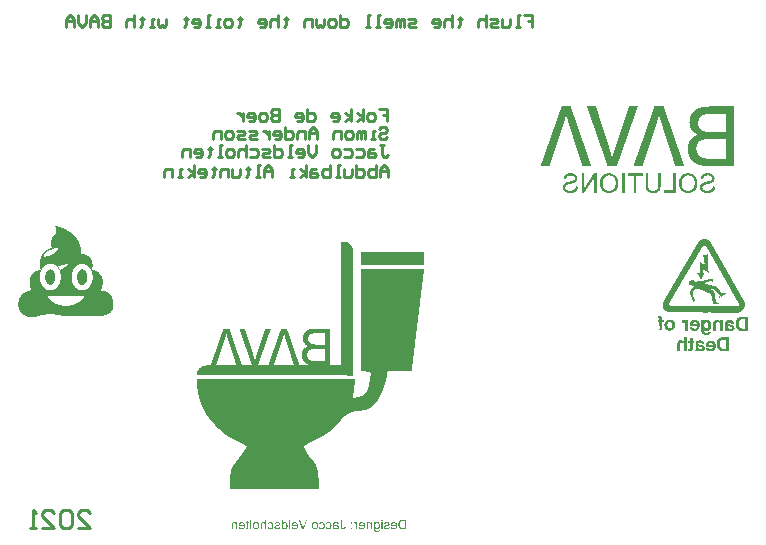
<source format=gbr>
%TF.GenerationSoftware,Altium Limited,Altium Designer,21.4.1 (30)*%
G04 Layer_Color=32896*
%FSLAX25Y25*%
%MOIN*%
%TF.SameCoordinates,82249629-20A9-4E05-8B69-989CC10A5609*%
%TF.FilePolarity,Positive*%
%TF.FileFunction,Legend,Bot*%
%TF.Part,Single*%
G01*
G75*
%TA.AperFunction,NonConductor*%
%ADD43C,0.01000*%
G36*
X255201Y142329D02*
X255213Y142300D01*
X255217Y122523D01*
X255205Y122495D01*
X255201Y122467D01*
X247686Y122465D01*
X247684Y122475D01*
X247668Y122487D01*
X247054Y122491D01*
X247010Y122499D01*
X246485Y122505D01*
X246473Y122509D01*
X246294Y122513D01*
X246260Y122523D01*
X246132Y122527D01*
X246116Y122531D01*
X246096Y122535D01*
X245981Y122539D01*
X245941Y122543D01*
X245821Y122547D01*
X245797Y122551D01*
X245731Y122549D01*
X245715Y122553D01*
X245695Y122561D01*
X245623Y122565D01*
X245592Y122573D01*
X245580Y122577D01*
X245416Y122581D01*
X245404Y122585D01*
X245332Y122589D01*
X245312Y122597D01*
X245276Y122601D01*
X245209Y122613D01*
X245169Y122617D01*
X245117Y122621D01*
X245053Y122625D01*
X244997Y122633D01*
X244981Y122636D01*
X244953Y122641D01*
X244933Y122649D01*
X244877Y122652D01*
X244865Y122657D01*
X244798Y122661D01*
X244770Y122664D01*
X244748Y122670D01*
X244662Y122688D01*
X244650Y122692D01*
X244564Y122698D01*
X244540Y122702D01*
X244524Y122706D01*
X244492Y122718D01*
X244472Y122722D01*
X244448Y122726D01*
X244351Y122740D01*
X244323Y122748D01*
X244307Y122752D01*
X244279Y122760D01*
X244263Y122764D01*
X244251Y122768D01*
X244199Y122772D01*
X244135Y122788D01*
X244089Y122802D01*
X244073Y122806D01*
X244050Y122810D01*
X244018Y122814D01*
X243992Y122820D01*
X243972Y122828D01*
X243946Y122838D01*
X243930Y122842D01*
X243892Y122848D01*
X243876Y122852D01*
X243830Y122866D01*
X243810Y122874D01*
X243778Y122882D01*
X243758Y122886D01*
X243724Y122892D01*
X243696Y122900D01*
X243674Y122910D01*
X243636Y122924D01*
X243621Y122928D01*
X243593Y122932D01*
X243543Y122954D01*
X243527Y122958D01*
X243501Y122964D01*
X243485Y122968D01*
X243467Y122974D01*
X243423Y122994D01*
X243397Y123000D01*
X243365Y123008D01*
X243339Y123022D01*
X243307Y123033D01*
X243266Y123044D01*
X243238Y123056D01*
X243230Y123059D01*
X243224Y123065D01*
X243204Y123073D01*
X243184Y123077D01*
X243162Y123083D01*
X243140Y123093D01*
X243116Y123109D01*
X243090Y123115D01*
X243058Y123123D01*
X243018Y123151D01*
X242994Y123155D01*
X242958Y123171D01*
X242950Y123175D01*
X242944Y123181D01*
X242924Y123189D01*
X242902Y123195D01*
X242866Y123211D01*
X242831Y123231D01*
X242803Y123239D01*
X242773Y123261D01*
X242735Y123275D01*
X242715Y123283D01*
X242707Y123291D01*
X242685Y123305D01*
X242663Y123311D01*
X242643Y123319D01*
X242635Y123327D01*
X242599Y123347D01*
X242583Y123351D01*
X242563Y123359D01*
X242555Y123367D01*
X242541Y123377D01*
X242497Y123397D01*
X242476Y123415D01*
X242467Y123419D01*
X242426Y123436D01*
X242404Y123454D01*
X242396Y123458D01*
X242368Y123470D01*
X242360Y123474D01*
X242352Y123482D01*
X242324Y123498D01*
X242304Y123506D01*
X242288Y123522D01*
X242260Y123538D01*
X242240Y123546D01*
X242228Y123558D01*
X242176Y123586D01*
X242160Y123602D01*
X242124Y123622D01*
X242116Y123626D01*
X242108Y123634D01*
X242062Y123660D01*
X242041Y123678D01*
X242005Y123698D01*
X241985Y123718D01*
X241949Y123738D01*
X241929Y123758D01*
X241901Y123774D01*
X241893Y123778D01*
X241881Y123790D01*
X241853Y123810D01*
X241845Y123814D01*
X241839Y123819D01*
X241835Y123828D01*
X241801Y123849D01*
X241793Y123853D01*
X241773Y123873D01*
X241753Y123885D01*
X241745Y123893D01*
X241737Y123897D01*
X241731Y123903D01*
X241709Y123921D01*
X241702Y123925D01*
X241687Y123939D01*
X241684Y123947D01*
X241658Y123961D01*
X241644Y123975D01*
X241640Y123983D01*
X241622Y123997D01*
X241614Y124001D01*
X241590Y124025D01*
X241582Y124029D01*
X241562Y124049D01*
X241526Y124077D01*
X241518Y124081D01*
X241446Y124153D01*
X241438Y124157D01*
X241412Y124183D01*
X241388Y124199D01*
X241384Y124206D01*
X241362Y124229D01*
X241354Y124232D01*
X241348Y124239D01*
X241344Y124247D01*
X241336Y124254D01*
X241312Y124274D01*
X241308Y124282D01*
X241297Y124294D01*
X241273Y124314D01*
X241269Y124322D01*
X241243Y124348D01*
X241225Y124370D01*
X241221Y124378D01*
X241157Y124442D01*
X241153Y124450D01*
X241141Y124462D01*
X241137Y124470D01*
X241123Y124484D01*
X241105Y124506D01*
X241101Y124514D01*
X241077Y124538D01*
X241065Y124558D01*
X241059Y124564D01*
X241051Y124568D01*
X241033Y124586D01*
X241029Y124594D01*
X241021Y124601D01*
X241017Y124609D01*
X241011Y124611D01*
X241009Y124618D01*
X241001Y124626D01*
X240997Y124634D01*
X240989Y124641D01*
X240985Y124649D01*
X240975Y124659D01*
X240957Y124681D01*
X240953Y124689D01*
X240929Y124713D01*
X240914Y124741D01*
X240910Y124749D01*
X240899Y124759D01*
X240892Y124763D01*
X240878Y124785D01*
X240874Y124793D01*
X240854Y124813D01*
X240834Y124849D01*
X240818Y124865D01*
X240798Y124901D01*
X240774Y124925D01*
X240754Y124961D01*
X240750Y124969D01*
X240742Y124977D01*
X240722Y125013D01*
X240702Y125032D01*
X240678Y125076D01*
X240666Y125088D01*
X240650Y125116D01*
X240642Y125136D01*
X240626Y125152D01*
X240614Y125172D01*
X240602Y125200D01*
X240582Y125220D01*
X240576Y125234D01*
X240566Y125260D01*
X240560Y125266D01*
X240542Y125288D01*
X240538Y125296D01*
X240523Y125332D01*
X240518Y125340D01*
X240507Y125352D01*
X240494Y125383D01*
X240487Y125403D01*
X240467Y125424D01*
X240455Y125455D01*
X240447Y125475D01*
X240439Y125483D01*
X240429Y125497D01*
X240419Y125523D01*
X240415Y125539D01*
X240399Y125563D01*
X240383Y125591D01*
X240379Y125607D01*
X240371Y125627D01*
X240363Y125635D01*
X240349Y125657D01*
X240343Y125679D01*
X240327Y125715D01*
X240323Y125723D01*
X240317Y125729D01*
X240303Y125767D01*
X240267Y125842D01*
X240259Y125874D01*
X240241Y125904D01*
X240233Y125924D01*
X240227Y125950D01*
X240193Y126024D01*
X240187Y126050D01*
X240179Y126078D01*
X240155Y126118D01*
X240151Y126142D01*
X240143Y126174D01*
X240122Y126219D01*
X240111Y126265D01*
X240104Y126293D01*
X240090Y126319D01*
X240082Y126339D01*
X240078Y126355D01*
X240074Y126375D01*
X240068Y126413D01*
X240060Y126433D01*
X240046Y126459D01*
X240036Y126501D01*
X240032Y126529D01*
X240028Y126545D01*
X240014Y126578D01*
X240006Y126599D01*
X240002Y126622D01*
X239996Y126664D01*
X239988Y126696D01*
X239982Y126714D01*
X239966Y126758D01*
X239960Y126804D01*
X239952Y126852D01*
X239944Y126880D01*
X239940Y126896D01*
X239932Y126916D01*
X239928Y126928D01*
X239924Y126963D01*
X239920Y126991D01*
X239916Y127031D01*
X239908Y127063D01*
X239902Y127085D01*
X239898Y127101D01*
X239894Y127121D01*
X239888Y127167D01*
X239884Y127179D01*
X239880Y127263D01*
X239876Y127279D01*
X239868Y127299D01*
X239864Y127347D01*
X239856Y127366D01*
X239850Y127436D01*
X239846Y127456D01*
X239840Y127582D01*
X239836Y127622D01*
X239830Y127644D01*
X239826Y127664D01*
X239828Y127730D01*
X239816Y127758D01*
X239812Y127797D01*
X239816Y127809D01*
X239814Y127839D01*
X239816Y127857D01*
X239812Y127873D01*
X239816Y127885D01*
X239812Y127929D01*
X239808Y127941D01*
X239810Y128478D01*
X239816Y128512D01*
X239812Y128551D01*
X239816Y128579D01*
X239812Y128631D01*
X239816Y128659D01*
X239828Y128687D01*
X239826Y128741D01*
X239828Y128767D01*
X239834Y128789D01*
X239838Y128809D01*
X239846Y128972D01*
X239850Y129012D01*
X239854Y129044D01*
X239858Y129068D01*
X239864Y129106D01*
X239872Y129126D01*
X239876Y129162D01*
X239880Y129202D01*
X239884Y129218D01*
X239888Y129270D01*
X239892Y129310D01*
X239902Y129332D01*
X239906Y129348D01*
X239918Y129419D01*
X239924Y129469D01*
X239940Y129533D01*
X239950Y129559D01*
X239954Y129579D01*
X239960Y129625D01*
X239964Y129641D01*
X239968Y129669D01*
X239978Y129695D01*
X239990Y129727D01*
X239994Y129746D01*
X239998Y129770D01*
X240004Y129796D01*
X240012Y129828D01*
X240022Y129850D01*
X240030Y129870D01*
X240034Y129886D01*
X240040Y129924D01*
X240058Y129966D01*
X240066Y129986D01*
X240070Y130002D01*
X240076Y130036D01*
X240097Y130086D01*
X240107Y130112D01*
X240111Y130123D01*
X240115Y130155D01*
X240127Y130183D01*
X240147Y130219D01*
X240155Y130251D01*
X240167Y130279D01*
X240181Y130301D01*
X240191Y130343D01*
X240201Y130365D01*
X240221Y130397D01*
X240227Y130419D01*
X240239Y130447D01*
X240243Y130455D01*
X240253Y130465D01*
X240263Y130491D01*
X240271Y130518D01*
X240279Y130538D01*
X240287Y130546D01*
X240301Y130568D01*
X240307Y130590D01*
X240315Y130610D01*
X240321Y130616D01*
X240337Y130640D01*
X240351Y130678D01*
X240363Y130690D01*
X240379Y130718D01*
X240391Y130746D01*
X240395Y130754D01*
X240409Y130768D01*
X240419Y130794D01*
X240427Y130814D01*
X240439Y130826D01*
X240467Y130878D01*
X240479Y130890D01*
X240503Y130933D01*
X240514Y130945D01*
X240528Y130967D01*
X240538Y130993D01*
X240562Y131017D01*
X240578Y131045D01*
X240582Y131053D01*
X240598Y131069D01*
X240618Y131105D01*
X240634Y131121D01*
X240650Y131149D01*
X240674Y131173D01*
X240694Y131209D01*
X240708Y131223D01*
X240726Y131245D01*
X240730Y131253D01*
X240744Y131267D01*
X240762Y131289D01*
X240766Y131297D01*
X240784Y131315D01*
X240802Y131336D01*
X240806Y131344D01*
X240834Y131372D01*
X240838Y131380D01*
X240858Y131400D01*
X240885Y131436D01*
X240890Y131444D01*
X240896Y131450D01*
X240903Y131454D01*
X240921Y131472D01*
X240925Y131480D01*
X240953Y131508D01*
X240957Y131516D01*
X240965Y131524D01*
X240969Y131532D01*
X240975Y131534D01*
X240989Y131548D01*
X240993Y131556D01*
X241011Y131574D01*
X241019Y131578D01*
X241025Y131584D01*
X241029Y131592D01*
X241051Y131614D01*
X241059Y131618D01*
X241065Y131624D01*
X241069Y131632D01*
X241091Y131654D01*
X241099Y131658D01*
X241105Y131664D01*
X241109Y131672D01*
X241119Y131682D01*
X241139Y131693D01*
X241167Y131721D01*
X241175Y131725D01*
X241189Y131739D01*
X241193Y131747D01*
X241203Y131757D01*
X241211Y131761D01*
X241219Y131769D01*
X241227Y131773D01*
X241245Y131791D01*
X241267Y131809D01*
X241274Y131813D01*
X241299Y131837D01*
X241318Y131849D01*
X241336Y131867D01*
X241340Y131875D01*
X241376Y131899D01*
X241380Y131907D01*
X241398Y131921D01*
X241406Y131925D01*
X241430Y131949D01*
X241466Y131969D01*
X241480Y131983D01*
X241502Y132001D01*
X241510Y132005D01*
X241538Y132033D01*
X241566Y132049D01*
X241574Y132053D01*
X241586Y132065D01*
X241614Y132080D01*
X241634Y132100D01*
X241670Y132120D01*
X241686Y132136D01*
X241729Y132160D01*
X241745Y132176D01*
X241789Y132200D01*
X241805Y132216D01*
X241841Y132236D01*
X241855Y132246D01*
X241859Y132254D01*
X241869Y132260D01*
X241901Y132272D01*
X241911Y132282D01*
X241933Y132300D01*
X241947Y132306D01*
X241969Y132312D01*
X241985Y132328D01*
X242037Y132356D01*
X242045Y132360D01*
X242053Y132368D01*
X242080Y132384D01*
X242101Y132392D01*
X242108Y132400D01*
X242116Y132404D01*
X242126Y132414D01*
X242164Y132428D01*
X242190Y132446D01*
X242238Y132469D01*
X242260Y132487D01*
X242274Y132493D01*
X242296Y132500D01*
X242318Y132509D01*
X242342Y132529D01*
X242364Y132535D01*
X242392Y132547D01*
X242400Y132551D01*
X242412Y132563D01*
X242444Y132575D01*
X242470Y132585D01*
X242491Y132603D01*
X242511Y132611D01*
X242527Y132615D01*
X242547Y132623D01*
X242559Y132635D01*
X242579Y132647D01*
X242607Y132655D01*
X242635Y132667D01*
X242649Y132677D01*
X242699Y132695D01*
X242757Y132725D01*
X242779Y132731D01*
X242815Y132747D01*
X242843Y132763D01*
X242875Y132771D01*
X242896Y132781D01*
X242920Y132797D01*
X242936Y132801D01*
X242962Y132807D01*
X242982Y132815D01*
X243006Y132831D01*
X243020Y132837D01*
X243042Y132843D01*
X243074Y132851D01*
X243094Y132859D01*
X243100Y132864D01*
X243120Y132872D01*
X243136Y132877D01*
X243158Y132882D01*
X243164Y132888D01*
X243168Y132900D01*
X243164Y132916D01*
X243122Y132934D01*
X243098Y132950D01*
X243066Y132962D01*
X243046Y132970D01*
X243038Y132978D01*
X243002Y132998D01*
X242982Y133006D01*
X242974Y133010D01*
X242966Y133018D01*
X242938Y133034D01*
X242910Y133042D01*
X242904Y133048D01*
X242882Y133066D01*
X242843Y133082D01*
X242821Y133104D01*
X242771Y133122D01*
X242755Y133138D01*
X242711Y133162D01*
X242703Y133166D01*
X242695Y133174D01*
X242651Y133198D01*
X242643Y133202D01*
X242641Y133208D01*
X242623Y133222D01*
X242583Y133238D01*
X242567Y133254D01*
X242547Y133265D01*
X242527Y133273D01*
X242519Y133277D01*
X242507Y133290D01*
X242463Y133313D01*
X242444Y133333D01*
X242408Y133353D01*
X242372Y133381D01*
X242356Y133385D01*
X242332Y133409D01*
X242324Y133413D01*
X242294Y133431D01*
X242290Y133439D01*
X242252Y133465D01*
X242244Y133469D01*
X242228Y133485D01*
X242200Y133501D01*
X242192Y133505D01*
X242180Y133517D01*
X242152Y133537D01*
X242144Y133541D01*
X242130Y133555D01*
X242108Y133573D01*
X242101Y133577D01*
X242080Y133597D01*
X242045Y133617D01*
X242021Y133641D01*
X242001Y133652D01*
X241987Y133667D01*
X241983Y133675D01*
X241965Y133688D01*
X241957Y133692D01*
X241937Y133712D01*
X241929Y133716D01*
X241921Y133724D01*
X241913Y133728D01*
X241889Y133752D01*
X241881Y133756D01*
X241873Y133764D01*
X241865Y133768D01*
X241847Y133786D01*
X241825Y133804D01*
X241817Y133808D01*
X241785Y133840D01*
X241771Y133850D01*
X241767Y133858D01*
X241745Y133880D01*
X241731Y133890D01*
X241727Y133898D01*
X241705Y133920D01*
X241698Y133924D01*
X241687Y133934D01*
X241684Y133942D01*
X241654Y133960D01*
X241648Y133966D01*
X241644Y133974D01*
X241630Y133988D01*
X241622Y133992D01*
X241612Y134002D01*
X241608Y134010D01*
X241590Y134028D01*
X241572Y134049D01*
X241568Y134057D01*
X241554Y134072D01*
X241546Y134075D01*
X241540Y134081D01*
X241536Y134089D01*
X241518Y134107D01*
X241504Y134117D01*
X241500Y134125D01*
X241470Y134155D01*
X241452Y134177D01*
X241448Y134185D01*
X241420Y134213D01*
X241416Y134221D01*
X241400Y134237D01*
X241372Y134273D01*
X241368Y134281D01*
X241354Y134295D01*
X241336Y134317D01*
X241332Y134325D01*
X241326Y134331D01*
X241318Y134335D01*
X241301Y134357D01*
X241297Y134365D01*
X241277Y134385D01*
X241261Y134413D01*
X241253Y134421D01*
X241249Y134429D01*
X241241Y134437D01*
X241221Y134465D01*
X241217Y134472D01*
X241197Y134492D01*
X241181Y134520D01*
X241171Y134530D01*
X241153Y134552D01*
X241149Y134560D01*
X241141Y134580D01*
X241125Y134596D01*
X241101Y134640D01*
X241081Y134660D01*
X241061Y134696D01*
X241057Y134704D01*
X241049Y134712D01*
X241025Y134756D01*
X241015Y134766D01*
X240995Y134798D01*
X240989Y134820D01*
X240977Y134832D01*
X240973Y134839D01*
X240965Y134847D01*
X240961Y134855D01*
X240943Y134897D01*
X240925Y134919D01*
X240919Y134933D01*
X240910Y134959D01*
X240899Y134969D01*
X240883Y134993D01*
X240878Y135015D01*
X240866Y135043D01*
X240858Y135051D01*
X240844Y135073D01*
X240840Y135089D01*
X240834Y135111D01*
X240826Y135119D01*
X240822Y135127D01*
X240808Y135145D01*
X240804Y135165D01*
X240798Y135191D01*
X240782Y135215D01*
X240768Y135237D01*
X240758Y135286D01*
X240730Y135330D01*
X240722Y135366D01*
X240710Y135394D01*
X240706Y135402D01*
X240700Y135408D01*
X240692Y135428D01*
X240686Y135458D01*
X240678Y135486D01*
X240664Y135512D01*
X240654Y135538D01*
X240650Y135554D01*
X240630Y135617D01*
X240620Y135640D01*
X240610Y135681D01*
X240602Y135713D01*
X240592Y135739D01*
X240584Y135759D01*
X240576Y135791D01*
X240570Y135817D01*
X240566Y135845D01*
X240552Y135891D01*
X240544Y135911D01*
X240538Y135937D01*
X240534Y135953D01*
X240528Y136006D01*
X240524Y136022D01*
X240512Y136054D01*
X240500Y136114D01*
X240494Y136160D01*
X240491Y136200D01*
X240481Y136226D01*
X240477Y136242D01*
X240467Y136304D01*
X240463Y136316D01*
X240459Y136392D01*
X240455Y136404D01*
X240451Y136463D01*
X240447Y136479D01*
X240439Y136499D01*
X240443Y136527D01*
X240439Y136543D01*
X240431Y136563D01*
X240427Y136635D01*
X240423Y136675D01*
X240419Y136687D01*
X240415Y136926D01*
X240411Y136966D01*
X240405Y136988D01*
X240401Y137012D01*
X240403Y137385D01*
X240399Y137397D01*
X240401Y137415D01*
X240405Y137431D01*
X240413Y137451D01*
X240417Y137619D01*
X240421Y137734D01*
X240425Y137754D01*
X240429Y137822D01*
X240433Y137838D01*
X240437Y137858D01*
X240443Y137908D01*
X240447Y137924D01*
X240451Y137936D01*
X240457Y138017D01*
X240463Y138087D01*
X240467Y138115D01*
X240477Y138141D01*
X240485Y138173D01*
X240489Y138209D01*
X240496Y138261D01*
X240503Y138307D01*
X240511Y138339D01*
X240516Y138361D01*
X240521Y138376D01*
X240527Y138402D01*
X240530Y138418D01*
X240534Y138446D01*
X240542Y138494D01*
X240550Y138522D01*
X240560Y138556D01*
X240566Y138578D01*
X240570Y138594D01*
X240574Y138622D01*
X240578Y138638D01*
X240588Y138672D01*
X240604Y138712D01*
X240610Y138742D01*
X240614Y138769D01*
X240618Y138786D01*
X240640Y138831D01*
X240646Y138865D01*
X240654Y138897D01*
X240672Y138939D01*
X240680Y138959D01*
X240686Y138985D01*
X240694Y139013D01*
X240714Y139057D01*
X240724Y139083D01*
X240730Y139109D01*
X240738Y139137D01*
X240758Y139164D01*
X240770Y139212D01*
X240776Y139230D01*
X240792Y139254D01*
X240800Y139274D01*
X240806Y139296D01*
X240814Y139316D01*
X240818Y139324D01*
X240828Y139334D01*
X240838Y139360D01*
X240842Y139376D01*
X240848Y139394D01*
X240874Y139432D01*
X240882Y139464D01*
X240890Y139484D01*
X240894Y139492D01*
X240908Y139506D01*
X240917Y139532D01*
X240925Y139559D01*
X240937Y139571D01*
X240951Y139593D01*
X240963Y139625D01*
X240989Y139663D01*
X240993Y139679D01*
X241003Y139701D01*
X241023Y139725D01*
X241037Y139763D01*
X241053Y139779D01*
X241073Y139815D01*
X241081Y139835D01*
X241093Y139847D01*
X241103Y139861D01*
X241113Y139887D01*
X241121Y139895D01*
X241125Y139903D01*
X241137Y139915D01*
X241157Y139951D01*
X241161Y139959D01*
X241169Y139962D01*
X241193Y140006D01*
X241209Y140022D01*
X241229Y140058D01*
X241233Y140066D01*
X241249Y140082D01*
X241265Y140110D01*
X241288Y140134D01*
X241308Y140170D01*
X241312Y140178D01*
X241318Y140184D01*
X241336Y140206D01*
X241340Y140214D01*
X241364Y140238D01*
X241376Y140258D01*
X241400Y140282D01*
X241430Y140324D01*
X241438Y140328D01*
X241456Y140357D01*
X241476Y140377D01*
X241496Y140405D01*
X241500Y140413D01*
X241506Y140419D01*
X241514Y140423D01*
X241528Y140437D01*
X241532Y140445D01*
X241550Y140463D01*
X241568Y140485D01*
X241572Y140493D01*
X241578Y140499D01*
X241586Y140503D01*
X241600Y140517D01*
X241604Y140525D01*
X241618Y140539D01*
X241626Y140543D01*
X241640Y140557D01*
X241644Y140565D01*
X241658Y140579D01*
X241666Y140583D01*
X241675Y140593D01*
X241680Y140601D01*
X241693Y140615D01*
X241702Y140619D01*
X241715Y140633D01*
X241719Y140641D01*
X241733Y140655D01*
X241741Y140659D01*
X241755Y140673D01*
X241759Y140681D01*
X241781Y140699D01*
X241799Y140721D01*
X241821Y140738D01*
X241839Y140761D01*
X241861Y140778D01*
X241869Y140782D01*
X241889Y140802D01*
X241897Y140806D01*
X241911Y140820D01*
X241915Y140828D01*
X241925Y140838D01*
X241933Y140842D01*
X241941Y140850D01*
X241949Y140854D01*
X241969Y140874D01*
X241977Y140878D01*
X241985Y140886D01*
X241993Y140890D01*
X242005Y140902D01*
X242041Y140930D01*
X242049Y140934D01*
X242069Y140954D01*
X242089Y140966D01*
X242106Y140984D01*
X242128Y141002D01*
X242136Y141006D01*
X242142Y141012D01*
X242146Y141020D01*
X242152Y141026D01*
X242180Y141042D01*
X242188Y141046D01*
X242204Y141062D01*
X242240Y141082D01*
X242256Y141098D01*
X242284Y141118D01*
X242292Y141121D01*
X242308Y141138D01*
X242352Y141161D01*
X242360Y141165D01*
X242362Y141171D01*
X242372Y141181D01*
X242408Y141201D01*
X242416Y141205D01*
X242428Y141217D01*
X242448Y141229D01*
X242467Y141237D01*
X242488Y141257D01*
X242523Y141277D01*
X242535Y141289D01*
X242579Y141313D01*
X242587Y141317D01*
X242593Y141323D01*
X242597Y141331D01*
X242647Y141357D01*
X242655Y141361D01*
X242663Y141369D01*
X242707Y141393D01*
X242719Y141405D01*
X242747Y141421D01*
X242767Y141429D01*
X242773Y141435D01*
X242795Y141453D01*
X242835Y141469D01*
X242843Y141473D01*
X242850Y141481D01*
X242864Y141491D01*
X242890Y141501D01*
X242908Y141510D01*
X242912Y141518D01*
X242926Y141528D01*
X242946Y141536D01*
X242974Y141544D01*
X242986Y141556D01*
X243014Y141572D01*
X243034Y141580D01*
X243042Y141584D01*
X243050Y141592D01*
X243058Y141596D01*
X243064Y141602D01*
X243102Y141616D01*
X243122Y141624D01*
X243130Y141632D01*
X243144Y141642D01*
X243170Y141652D01*
X243206Y141668D01*
X243220Y141678D01*
X243246Y141688D01*
X243262Y141692D01*
X243281Y141700D01*
X243289Y141704D01*
X243297Y141712D01*
X243311Y141722D01*
X243341Y141728D01*
X243377Y141744D01*
X243405Y141764D01*
X243433Y141768D01*
X243469Y141784D01*
X243483Y141794D01*
X243503Y141802D01*
X243505Y141804D01*
X243513D01*
X243545Y141812D01*
X243587Y141834D01*
X243607Y141842D01*
X243640Y141848D01*
X243663Y141858D01*
X243686Y141874D01*
X243702Y141878D01*
X243736Y141884D01*
X243752Y141888D01*
X243780Y141900D01*
X243786Y141905D01*
X243806Y141913D01*
X243826Y141918D01*
X243860Y141923D01*
X243920Y141951D01*
X243932Y141955D01*
X243964Y141959D01*
X243996Y141967D01*
X244029Y141981D01*
X244050Y141989D01*
X244075Y141995D01*
X244103Y141999D01*
X244119Y142003D01*
X244141Y142009D01*
X244181Y142025D01*
X244223Y142035D01*
X244251Y142039D01*
X244267Y142043D01*
X244313Y142057D01*
X244361Y142069D01*
X244407Y142075D01*
X244439Y142083D01*
X244458Y142091D01*
X244480Y142097D01*
X244500Y142101D01*
X244548Y142109D01*
X244606Y142115D01*
X244664Y142133D01*
X244680Y142137D01*
X244700Y142141D01*
X244734Y142147D01*
X244786Y142151D01*
X244798Y142155D01*
X244846Y142159D01*
X244877Y142167D01*
X244905Y142179D01*
X244953Y142183D01*
X244965Y142187D01*
X245061Y142191D01*
X245077Y142195D01*
X245097Y142203D01*
X245141Y142207D01*
X245163Y142213D01*
X245179Y142217D01*
X245231Y142221D01*
X245254Y142225D01*
X245380Y142231D01*
X245400Y142239D01*
X245416Y142243D01*
X245428Y142247D01*
X245436Y142243D01*
X245466Y142245D01*
X245516Y142255D01*
X245528Y142259D01*
X245556Y142255D01*
X245568Y142259D01*
X245667Y142263D01*
X245707Y142267D01*
X245719Y142271D01*
X245777Y142269D01*
X245803Y142271D01*
X245823Y142279D01*
X245923Y142283D01*
X245939Y142287D01*
X245951Y142291D01*
X246034Y142295D01*
X246110Y142299D01*
X246122Y142303D01*
X246489Y142306D01*
X246535Y142321D01*
X246789Y142318D01*
X246816Y142323D01*
X246822Y142329D01*
X246826Y142340D01*
X255199Y142342D01*
X255201Y142329D01*
D02*
G37*
G36*
X223159Y142308D02*
X223149Y142275D01*
X223145Y142259D01*
X223139Y142233D01*
X223121Y142191D01*
X223113Y142171D01*
X223107Y142149D01*
X223103Y142133D01*
X223095Y142105D01*
X223075Y142073D01*
X223063Y142017D01*
X223059Y142001D01*
X223033Y141951D01*
X223029Y141936D01*
X223023Y141902D01*
X222997Y141852D01*
X222991Y141822D01*
X222983Y141790D01*
X222961Y141748D01*
X222951Y141706D01*
X222947Y141690D01*
X222929Y141648D01*
X222921Y141628D01*
X222911Y141586D01*
X222901Y141560D01*
X222881Y141516D01*
X222877Y141501D01*
X222871Y141467D01*
X222859Y141439D01*
X222839Y141403D01*
X222835Y141387D01*
X222831Y141359D01*
X222812Y141315D01*
X222801Y141289D01*
X222797Y141273D01*
X222792Y141243D01*
X222774Y141213D01*
X222766Y141193D01*
X222760Y141159D01*
X222756Y141144D01*
X222744Y141116D01*
X222730Y141094D01*
X222724Y141072D01*
X222720Y141044D01*
X222698Y140994D01*
X222690Y140974D01*
X222684Y140948D01*
X222680Y140932D01*
X222662Y140890D01*
X222650Y140858D01*
X222644Y140828D01*
X222636Y140800D01*
X222620Y140772D01*
X222610Y140746D01*
X222604Y140721D01*
X222600Y140705D01*
X222586Y140671D01*
X222574Y140647D01*
X222570Y140627D01*
X222564Y140593D01*
X222536Y140549D01*
X222532Y140521D01*
X222520Y140473D01*
X222498Y140431D01*
X222492Y140405D01*
X222488Y140389D01*
X222480Y140369D01*
X222470Y140348D01*
X222462Y140328D01*
X222452Y140286D01*
X222430Y140236D01*
X222423Y140216D01*
X222418Y140200D01*
X222412Y140174D01*
X222409Y140158D01*
X222391Y140116D01*
X222379Y140084D01*
X222373Y140058D01*
X222353Y140014D01*
X222347Y140000D01*
X222333Y139939D01*
X222311Y139897D01*
X222303Y139877D01*
X222299Y139853D01*
X222293Y139827D01*
X222271Y139785D01*
X222261Y139743D01*
X222239Y139693D01*
X222231Y139673D01*
X222225Y139643D01*
X222217Y139615D01*
X222189Y139556D01*
X222185Y139540D01*
X222181Y139512D01*
X222169Y139484D01*
X222165Y139476D01*
X222151Y139442D01*
X222145Y139420D01*
X222141Y139404D01*
X222121Y139360D01*
X222115Y139346D01*
X222111Y139330D01*
X222105Y139292D01*
X222089Y139256D01*
X222073Y139228D01*
X222069Y139212D01*
X222065Y139184D01*
X222057Y139164D01*
X222039Y139131D01*
X222036Y139115D01*
X222029Y139081D01*
X222018Y139053D01*
X222013Y139045D01*
X222007Y139039D01*
X222000Y139019D01*
X221994Y138985D01*
X221990Y138969D01*
X221968Y138919D01*
X221960Y138899D01*
X221954Y138873D01*
X221950Y138857D01*
X221942Y138837D01*
X221932Y138815D01*
X221924Y138795D01*
X221920Y138779D01*
X221914Y138754D01*
X221902Y138726D01*
X221888Y138704D01*
X221882Y138682D01*
X221878Y138666D01*
X221874Y138638D01*
X221846Y138578D01*
X221834Y138530D01*
X221826Y138510D01*
X221808Y138476D01*
X221802Y138442D01*
X221794Y138410D01*
X221770Y138371D01*
X221766Y138355D01*
X221762Y138327D01*
X221744Y138285D01*
X221732Y138253D01*
X221726Y138227D01*
X221720Y138205D01*
X221700Y138161D01*
X221692Y138141D01*
X221686Y138111D01*
X221682Y138095D01*
X221670Y138067D01*
X221666Y138059D01*
X221660Y138053D01*
X221652Y138033D01*
X221646Y137999D01*
X221638Y137972D01*
X221624Y137946D01*
X221615Y137920D01*
X221603Y137872D01*
X221585Y137838D01*
X221575Y137812D01*
X221567Y137764D01*
X221555Y137736D01*
X221549Y137730D01*
X221541Y137710D01*
X221535Y137688D01*
X221525Y137654D01*
X221505Y137610D01*
X221495Y137565D01*
X221487Y137545D01*
X221477Y137527D01*
X221459Y137477D01*
X221455Y137461D01*
X221451Y137433D01*
X221433Y137403D01*
X221425Y137383D01*
X221415Y137341D01*
X221411Y137325D01*
X221393Y137291D01*
X221383Y137265D01*
X221375Y137217D01*
X221355Y137189D01*
X221347Y137170D01*
X221343Y137154D01*
X221339Y137126D01*
X221335Y137110D01*
X221327Y137090D01*
X221321Y137084D01*
X221313Y137064D01*
X221307Y137042D01*
X221303Y137026D01*
X221285Y136984D01*
X221273Y136952D01*
X221269Y136936D01*
X221265Y136916D01*
X221259Y136890D01*
X221241Y136860D01*
X221234Y136840D01*
X221223Y136794D01*
X221206Y136753D01*
X221188Y136703D01*
X221180Y136671D01*
X221166Y136645D01*
X221158Y136625D01*
X221154Y136609D01*
X221148Y136575D01*
X221136Y136547D01*
X221132Y136539D01*
X221126Y136533D01*
X221118Y136513D01*
X221108Y136467D01*
X221080Y136407D01*
X221076Y136384D01*
X221068Y136352D01*
X221046Y136310D01*
X221036Y136268D01*
X221032Y136252D01*
X221022Y136226D01*
X221002Y136182D01*
X220996Y136156D01*
X220992Y136140D01*
X220978Y136106D01*
X220966Y136074D01*
X220956Y136032D01*
X220930Y135983D01*
X220916Y135921D01*
X220912Y135905D01*
X220888Y135865D01*
X220876Y135809D01*
X220854Y135767D01*
X220845Y135725D01*
X220841Y135709D01*
X220813Y135650D01*
X220809Y135634D01*
X220805Y135606D01*
X220783Y135556D01*
X220775Y135536D01*
X220769Y135510D01*
X220765Y135494D01*
X220747Y135452D01*
X220735Y135420D01*
X220729Y135390D01*
X220719Y135356D01*
X220703Y135332D01*
X220695Y135312D01*
X220689Y135274D01*
X220661Y135215D01*
X220653Y135183D01*
X220645Y135155D01*
X220623Y135113D01*
X220619Y135097D01*
X220613Y135059D01*
X220597Y135023D01*
X220583Y135001D01*
X220577Y134967D01*
X220573Y134951D01*
X220555Y134909D01*
X220547Y134889D01*
X220537Y134844D01*
X220515Y134798D01*
X220505Y134772D01*
X220501Y134760D01*
X220497Y134728D01*
X220489Y134708D01*
X220473Y134680D01*
X220467Y134666D01*
X220458Y134620D01*
X220430Y134560D01*
X220426Y134536D01*
X220418Y134504D01*
X220410Y134484D01*
X220400Y134474D01*
X220392Y134455D01*
X220388Y134439D01*
X220384Y134415D01*
X220378Y134389D01*
X220360Y134355D01*
X220350Y134329D01*
X220346Y134313D01*
X220338Y134285D01*
X220314Y134233D01*
X220310Y134201D01*
X220288Y134151D01*
X220270Y134101D01*
X220266Y134073D01*
X220258Y134054D01*
X220248Y134032D01*
X220230Y133982D01*
X220226Y133966D01*
X220200Y133908D01*
X220190Y133862D01*
X220182Y133834D01*
X220162Y133802D01*
X220154Y133766D01*
X220146Y133734D01*
X220124Y133692D01*
X220118Y133667D01*
X220114Y133651D01*
X220088Y133593D01*
X220078Y133547D01*
X220074Y133531D01*
X220053Y133485D01*
X220044Y133465D01*
X220039Y133435D01*
X220035Y133419D01*
X220017Y133377D01*
X220009Y133357D01*
X220005Y133341D01*
X219999Y133315D01*
X219987Y133288D01*
X219971Y133259D01*
X219963Y133228D01*
X219959Y133200D01*
X219949Y133174D01*
X219933Y133150D01*
X219919Y133088D01*
X219897Y133046D01*
X219887Y133004D01*
X219883Y132988D01*
X219871Y132960D01*
X219855Y132932D01*
X219851Y132908D01*
X219843Y132877D01*
X219821Y132827D01*
X219813Y132807D01*
X219807Y132773D01*
X219799Y132753D01*
X219779Y132709D01*
X219775Y132697D01*
X219771Y132673D01*
X219767Y132657D01*
X219755Y132629D01*
X219751Y132621D01*
X219745Y132615D01*
X219737Y132595D01*
X219733Y132575D01*
X219727Y132537D01*
X219709Y132507D01*
X219699Y132482D01*
X219687Y132434D01*
X219670Y132400D01*
X219659Y132374D01*
X219655Y132346D01*
X219648Y132314D01*
X219640Y132306D01*
X219636Y132298D01*
X219630Y132292D01*
X219616Y132230D01*
X219604Y132202D01*
X219600Y132194D01*
X219588Y132166D01*
X219576Y132118D01*
X219568Y132098D01*
X219558Y132077D01*
X219546Y132045D01*
X219540Y132011D01*
X219524Y131975D01*
X219520Y131967D01*
X219512Y131959D01*
X219500Y131903D01*
X219496Y131887D01*
X219474Y131845D01*
X219464Y131799D01*
X219460Y131783D01*
X219436Y131743D01*
X219424Y131687D01*
X219416Y131660D01*
X219398Y131630D01*
X219388Y131588D01*
X219380Y131568D01*
X219376Y131552D01*
X219370Y131546D01*
X219358Y131514D01*
X219352Y131488D01*
X219340Y131448D01*
X219334Y131442D01*
X219318Y131402D01*
X219312Y131372D01*
X219304Y131340D01*
X219286Y131310D01*
X219279Y131290D01*
X219272Y131265D01*
X219265Y131233D01*
X219251Y131207D01*
X219243Y131187D01*
X219239Y131171D01*
X219233Y131137D01*
X219221Y131109D01*
X219217Y131101D01*
X219211Y131095D01*
X219203Y131075D01*
X219199Y131059D01*
X219193Y131025D01*
X219181Y130997D01*
X219175Y130991D01*
X219167Y130971D01*
X219163Y130955D01*
X219157Y130929D01*
X219137Y130886D01*
X219131Y130872D01*
X219121Y130830D01*
X219113Y130802D01*
X219105Y130782D01*
X219099Y130776D01*
X219087Y130744D01*
X219077Y130698D01*
X219057Y130654D01*
X219047Y130628D01*
X219043Y130612D01*
X219037Y130586D01*
X219015Y130544D01*
X219001Y130483D01*
X218989Y130455D01*
X218979Y130441D01*
X218969Y130415D01*
X218965Y130387D01*
X218957Y130359D01*
X218939Y130329D01*
X218925Y130267D01*
X218899Y130217D01*
X218895Y130201D01*
X218892Y130177D01*
X218887Y130161D01*
X218880Y130141D01*
X218860Y130098D01*
X218850Y130056D01*
X218832Y130014D01*
X218820Y129982D01*
X218814Y129956D01*
X218810Y129940D01*
X218784Y129890D01*
X218780Y129874D01*
X218774Y129840D01*
X218770Y129824D01*
X218764Y129806D01*
X218744Y129774D01*
X218738Y129748D01*
X218730Y129717D01*
X218722Y129697D01*
X218716Y129691D01*
X218704Y129659D01*
X218698Y129621D01*
X218682Y129585D01*
X218668Y129563D01*
X218662Y129529D01*
X218658Y129513D01*
X218640Y129471D01*
X218632Y129451D01*
X218626Y129429D01*
X218618Y129397D01*
X218598Y129353D01*
X218590Y129333D01*
X218586Y129322D01*
X218582Y129290D01*
X218572Y129264D01*
X218552Y129232D01*
X218548Y129216D01*
X218542Y129178D01*
X218520Y129132D01*
X218512Y129112D01*
X218508Y129096D01*
X218502Y129070D01*
X218491Y129042D01*
X218484Y129036D01*
X218475Y129010D01*
X218471Y128994D01*
X218466Y128966D01*
X218455Y128938D01*
X218451Y128930D01*
X218445Y128925D01*
X218437Y128905D01*
X218431Y128867D01*
X218409Y128817D01*
X218401Y128797D01*
X218395Y128763D01*
X218373Y128713D01*
X218361Y128681D01*
X218355Y128655D01*
X218347Y128623D01*
X218329Y128589D01*
X218321Y128569D01*
X218315Y128543D01*
X218311Y128528D01*
X218287Y128476D01*
X218279Y128440D01*
X218275Y128424D01*
X218263Y128396D01*
X218259Y128388D01*
X218253Y128382D01*
X218243Y128356D01*
X218239Y128328D01*
X218231Y128296D01*
X218209Y128254D01*
X218199Y128212D01*
X218181Y128171D01*
X218169Y128139D01*
X218163Y128105D01*
X218133Y128039D01*
X218123Y127997D01*
X218119Y127981D01*
X218102Y127939D01*
X218088Y127901D01*
X218079Y127869D01*
X218058Y127823D01*
X218044Y127761D01*
X218018Y127712D01*
X218004Y127650D01*
X217982Y127608D01*
X217972Y127566D01*
X217950Y127516D01*
X217942Y127496D01*
X217936Y127466D01*
X217928Y127438D01*
X217910Y127396D01*
X217898Y127365D01*
X217892Y127335D01*
X217884Y127315D01*
X217874Y127293D01*
X217862Y127261D01*
X217856Y127235D01*
X217848Y127207D01*
X217832Y127183D01*
X217826Y127169D01*
X217812Y127103D01*
X217802Y127081D01*
X217786Y127057D01*
X217776Y127011D01*
X217772Y126996D01*
X217750Y126954D01*
X217744Y126928D01*
X217732Y126880D01*
X217712Y126848D01*
X217701Y126792D01*
X217678Y126742D01*
X217671Y126722D01*
X217661Y126680D01*
X217643Y126638D01*
X217631Y126606D01*
X217625Y126568D01*
X217617Y126549D01*
X217601Y126525D01*
X217595Y126511D01*
X217585Y126465D01*
X217581Y126449D01*
X217573Y126429D01*
X217567Y126423D01*
X217555Y126391D01*
X217551Y126375D01*
X217545Y126345D01*
X217527Y126315D01*
X217519Y126295D01*
X217513Y126265D01*
X217505Y126233D01*
X217481Y126193D01*
X217477Y126170D01*
X217469Y126138D01*
X217461Y126118D01*
X217451Y126096D01*
X217443Y126076D01*
X217433Y126034D01*
X217411Y125984D01*
X217403Y125964D01*
X217397Y125934D01*
X217393Y125918D01*
X217365Y125858D01*
X217357Y125830D01*
X217353Y125803D01*
X217341Y125775D01*
X217335Y125769D01*
X217327Y125749D01*
X217318Y125703D01*
X217305Y125675D01*
X217296Y125661D01*
X217285Y125635D01*
X217278Y125587D01*
X217270Y125567D01*
X217266Y125559D01*
X217260Y125553D01*
X217252Y125533D01*
X217242Y125491D01*
X217216Y125433D01*
X217212Y125417D01*
X217206Y125391D01*
X217202Y125376D01*
X217194Y125356D01*
X217188Y125350D01*
X217172Y125306D01*
X217166Y125276D01*
X217162Y125260D01*
X217150Y125232D01*
X217144Y125226D01*
X217136Y125206D01*
X217126Y125164D01*
X217122Y125148D01*
X217100Y125106D01*
X217086Y125044D01*
X217074Y125016D01*
X217070Y125008D01*
X217064Y125003D01*
X217054Y124977D01*
X217050Y124949D01*
X217046Y124933D01*
X217038Y124913D01*
X217032Y124907D01*
X217018Y124869D01*
X217010Y124837D01*
X217002Y124817D01*
X216982Y124773D01*
X216978Y124749D01*
X216970Y124717D01*
X216958Y124689D01*
X216952Y124683D01*
X216944Y124663D01*
X216938Y124637D01*
X216930Y124606D01*
X216920Y124584D01*
X216913Y124564D01*
X216898Y124526D01*
X216891Y124494D01*
X216869Y124452D01*
X216865Y124436D01*
X216859Y124402D01*
X216855Y124386D01*
X216849Y124368D01*
X216829Y124336D01*
X216819Y124290D01*
X216791Y124231D01*
X216787Y124206D01*
X216783Y124191D01*
X216775Y124163D01*
X216757Y124133D01*
X216747Y124091D01*
X216743Y124075D01*
X216733Y124049D01*
X216713Y124005D01*
X216707Y123979D01*
X216703Y123963D01*
X216689Y123929D01*
X216677Y123897D01*
X216671Y123875D01*
X216667Y123859D01*
X216661Y123837D01*
X216645Y123814D01*
X216637Y123794D01*
X216633Y123774D01*
X216627Y123740D01*
X216619Y123720D01*
X216605Y123694D01*
X216595Y123668D01*
X216587Y123636D01*
X216559Y123576D01*
X216555Y123544D01*
X216551Y123528D01*
X216539Y123500D01*
X216535Y123492D01*
X216529Y123486D01*
X216522Y123466D01*
X216515Y123428D01*
X216494Y123379D01*
X216486Y123359D01*
X216480Y123333D01*
X216476Y123317D01*
X216458Y123275D01*
X216446Y123243D01*
X216442Y123227D01*
X216436Y123193D01*
X216426Y123171D01*
X216410Y123147D01*
X216396Y123085D01*
X216368Y123026D01*
X216356Y122978D01*
X216348Y122958D01*
X216342Y122952D01*
X216330Y122920D01*
X216326Y122900D01*
X216320Y122866D01*
X216294Y122816D01*
X216290Y122800D01*
X216284Y122774D01*
X216266Y122732D01*
X216254Y122700D01*
X216248Y122667D01*
X216218Y122601D01*
X216214Y122585D01*
X216204Y122539D01*
X216196Y122519D01*
X216184Y122507D01*
X216180Y122499D01*
X216172Y122491D01*
X216168Y122467D01*
X213118Y122465D01*
X213116Y122475D01*
X213112Y122491D01*
X213104Y122511D01*
X213086Y122541D01*
X213078Y122561D01*
X213074Y122577D01*
X213068Y122611D01*
X213064Y122627D01*
X213052Y122646D01*
X213048Y122654D01*
X213042Y122661D01*
X213028Y122722D01*
X213016Y122750D01*
X213010Y122756D01*
X213002Y122776D01*
X212998Y122796D01*
X212993Y122830D01*
X212984Y122850D01*
X212966Y122884D01*
X212961Y122906D01*
X212949Y122946D01*
X212925Y122998D01*
X212921Y123022D01*
X212913Y123054D01*
X212895Y123095D01*
X212887Y123115D01*
X212881Y123141D01*
X212877Y123157D01*
X212867Y123183D01*
X212847Y123227D01*
X212843Y123243D01*
X212837Y123277D01*
X212815Y123327D01*
X212807Y123347D01*
X212801Y123385D01*
X212791Y123411D01*
X212771Y123442D01*
X212765Y123476D01*
X212757Y123508D01*
X212735Y123550D01*
X212731Y123566D01*
X212725Y123600D01*
X212721Y123616D01*
X212711Y123638D01*
X212695Y123662D01*
X212685Y123708D01*
X212681Y123724D01*
X212659Y123766D01*
X212649Y123812D01*
X212645Y123828D01*
X212627Y123869D01*
X212617Y123895D01*
X212613Y123911D01*
X212605Y123939D01*
X212581Y123991D01*
X212574Y124027D01*
X212565Y124055D01*
X212544Y124105D01*
X212534Y124151D01*
X212512Y124201D01*
X212504Y124221D01*
X212494Y124262D01*
X212486Y124290D01*
X212462Y124342D01*
X212458Y124366D01*
X212450Y124398D01*
X212434Y124422D01*
X212424Y124448D01*
X212418Y124486D01*
X212398Y124530D01*
X212388Y124556D01*
X212384Y124572D01*
X212378Y124609D01*
X212368Y124632D01*
X212352Y124655D01*
X212342Y124697D01*
X212334Y124725D01*
X212316Y124759D01*
X212306Y124801D01*
X212298Y124833D01*
X212274Y124885D01*
X212270Y124901D01*
X212258Y124941D01*
X212234Y124993D01*
X212230Y125016D01*
X212222Y125048D01*
X212205Y125090D01*
X212196Y125110D01*
X212191Y125136D01*
X212185Y125158D01*
X212165Y125202D01*
X212157Y125222D01*
X212151Y125252D01*
X212143Y125280D01*
X212133Y125302D01*
X212125Y125322D01*
X212115Y125348D01*
X212111Y125376D01*
X212095Y125411D01*
X212085Y125426D01*
X212079Y125447D01*
X212075Y125463D01*
X212071Y125491D01*
X212059Y125519D01*
X212053Y125525D01*
X212045Y125545D01*
X212041Y125561D01*
X212035Y125599D01*
X212025Y125625D01*
X212005Y125657D01*
X211999Y125687D01*
X211995Y125703D01*
X211969Y125761D01*
X211965Y125777D01*
X211961Y125801D01*
X211955Y125826D01*
X211933Y125868D01*
X211923Y125910D01*
X211915Y125930D01*
X211893Y125980D01*
X211883Y126022D01*
X211873Y126056D01*
X211853Y126100D01*
X211847Y126126D01*
X211843Y126142D01*
X211833Y126168D01*
X211813Y126211D01*
X211809Y126227D01*
X211804Y126261D01*
X211793Y126287D01*
X211774Y126331D01*
X211768Y126357D01*
X211764Y126385D01*
X211736Y126429D01*
X211732Y126461D01*
X211724Y126493D01*
X211702Y126535D01*
X211698Y126551D01*
X211692Y126581D01*
X211684Y126612D01*
X211672Y126632D01*
X211662Y126646D01*
X211658Y126662D01*
X211652Y126696D01*
X211632Y126740D01*
X211626Y126754D01*
X211616Y126796D01*
X211608Y126828D01*
X211594Y126854D01*
X211584Y126880D01*
X211580Y126896D01*
X211572Y126924D01*
X211548Y126976D01*
X211536Y127031D01*
X211518Y127073D01*
X211510Y127093D01*
X211500Y127135D01*
X211490Y127161D01*
X211470Y127205D01*
X211460Y127247D01*
X211456Y127263D01*
X211438Y127305D01*
X211424Y127343D01*
X211420Y127371D01*
X211408Y127398D01*
X211399Y127412D01*
X211390Y127432D01*
X211385Y127466D01*
X211377Y127494D01*
X211363Y127520D01*
X211355Y127540D01*
X211351Y127556D01*
X211345Y127594D01*
X211333Y127622D01*
X211323Y127632D01*
X211315Y127652D01*
X211311Y127668D01*
X211305Y127706D01*
X211287Y127736D01*
X211279Y127755D01*
X211273Y127785D01*
X211265Y127817D01*
X211243Y127863D01*
X211237Y127885D01*
X211225Y127925D01*
X211201Y127977D01*
X211197Y128001D01*
X211189Y128033D01*
X211171Y128075D01*
X211163Y128095D01*
X211157Y128121D01*
X211153Y128137D01*
X211143Y128163D01*
X211123Y128206D01*
X211119Y128222D01*
X211113Y128256D01*
X211091Y128306D01*
X211083Y128326D01*
X211077Y128364D01*
X211067Y128390D01*
X211047Y128422D01*
X211043Y128442D01*
X211039Y128466D01*
X211033Y128492D01*
X211017Y128516D01*
X211012Y128530D01*
X211007Y128545D01*
X211001Y128583D01*
X210986Y128619D01*
X210972Y128641D01*
X210966Y128671D01*
X210958Y128703D01*
X210936Y128745D01*
X210926Y128791D01*
X210922Y128807D01*
X210904Y128849D01*
X210894Y128875D01*
X210890Y128891D01*
X210882Y128919D01*
X210858Y128970D01*
X210850Y129006D01*
X210842Y129034D01*
X210820Y129084D01*
X210810Y129130D01*
X210788Y129180D01*
X210780Y129200D01*
X210770Y129242D01*
X210766Y129258D01*
X210758Y129278D01*
X210748Y129300D01*
X210736Y129332D01*
X210732Y129351D01*
X210726Y129373D01*
X210706Y129405D01*
X210694Y129461D01*
X210686Y129489D01*
X210668Y129519D01*
X210664Y129535D01*
X210658Y129565D01*
X210654Y129581D01*
X210629Y129631D01*
X210618Y129677D01*
X210614Y129693D01*
X210593Y129738D01*
X210583Y129780D01*
X210579Y129796D01*
X210571Y129824D01*
X210551Y129856D01*
X210535Y129920D01*
X210511Y129972D01*
X210507Y129996D01*
X210499Y130028D01*
X210473Y130086D01*
X210467Y130112D01*
X210459Y130140D01*
X210441Y130181D01*
X210433Y130201D01*
X210427Y130227D01*
X210423Y130243D01*
X210417Y130265D01*
X210397Y130309D01*
X210391Y130331D01*
X210383Y130363D01*
X210367Y130391D01*
X210359Y130411D01*
X210351Y130443D01*
X210347Y130471D01*
X210335Y130499D01*
X210329Y130505D01*
X210321Y130525D01*
X210311Y130570D01*
X210279Y130638D01*
X210275Y130666D01*
X210271Y130682D01*
X210245Y130740D01*
X210241Y130756D01*
X210238Y130780D01*
X210231Y130806D01*
X210206Y130856D01*
X210200Y130878D01*
X210192Y130910D01*
X210170Y130959D01*
X210160Y131001D01*
X210152Y131029D01*
X210142Y131051D01*
X210126Y131091D01*
X210120Y131117D01*
X210116Y131133D01*
X210104Y131161D01*
X210090Y131191D01*
X210080Y131237D01*
X210076Y131253D01*
X210052Y131305D01*
X210044Y131336D01*
X210036Y131364D01*
X210018Y131394D01*
X210004Y131456D01*
X210000Y131472D01*
X209978Y131514D01*
X209968Y131560D01*
X209960Y131588D01*
X209944Y131612D01*
X209938Y131626D01*
X209934Y131642D01*
X209928Y131676D01*
X209908Y131719D01*
X209902Y131733D01*
X209888Y131795D01*
X209876Y131823D01*
X209872Y131831D01*
X209866Y131837D01*
X209858Y131857D01*
X209854Y131877D01*
X209848Y131903D01*
X209824Y131955D01*
X209817Y131991D01*
X209809Y132023D01*
X209789Y132067D01*
X209781Y132087D01*
X209769Y132134D01*
X209759Y132156D01*
X209743Y132196D01*
X209737Y132226D01*
X209733Y132242D01*
X209715Y132284D01*
X209707Y132304D01*
X209697Y132346D01*
X209671Y132396D01*
X209667Y132412D01*
X209661Y132446D01*
X209653Y132474D01*
X209639Y132500D01*
X209631Y132519D01*
X209625Y132549D01*
X209621Y132565D01*
X209611Y132591D01*
X209595Y132615D01*
X209581Y132681D01*
X209559Y132723D01*
X209549Y132765D01*
X209541Y132797D01*
X209535Y132815D01*
X209515Y132847D01*
X209509Y132872D01*
X209501Y132904D01*
X209477Y132956D01*
X209473Y132980D01*
X209469Y132996D01*
X209461Y133024D01*
X209439Y133070D01*
X209434Y133092D01*
X209425Y133124D01*
X209419Y133142D01*
X209400Y133186D01*
X209394Y133212D01*
X209386Y133244D01*
X209368Y133285D01*
X209360Y133305D01*
X209356Y133325D01*
X209350Y133351D01*
X209332Y133381D01*
X209324Y133401D01*
X209318Y133435D01*
X209310Y133467D01*
X209294Y133495D01*
X209288Y133509D01*
X209284Y133525D01*
X209278Y133559D01*
X209262Y133595D01*
X209256Y133601D01*
X209248Y133621D01*
X209242Y133651D01*
X209234Y133682D01*
X209212Y133724D01*
X209198Y133790D01*
X209172Y133840D01*
X209166Y133862D01*
X209158Y133894D01*
X209136Y133944D01*
X209126Y133986D01*
X209118Y134014D01*
X209100Y134055D01*
X209092Y134075D01*
X209086Y134101D01*
X209082Y134117D01*
X209064Y134159D01*
X209052Y134191D01*
X209047Y134225D01*
X209025Y134279D01*
X209013Y134311D01*
X209009Y134331D01*
X209003Y134353D01*
X208983Y134385D01*
X208971Y134441D01*
X208963Y134468D01*
X208945Y134498D01*
X208935Y134544D01*
X208931Y134560D01*
X208905Y134610D01*
X208895Y134656D01*
X208891Y134672D01*
X208869Y134718D01*
X208859Y134760D01*
X208851Y134792D01*
X208825Y134842D01*
X208821Y134862D01*
X208815Y134887D01*
X208807Y134907D01*
X208787Y134951D01*
X208783Y134975D01*
X208775Y135007D01*
X208749Y135065D01*
X208743Y135087D01*
X208735Y135119D01*
X208717Y135161D01*
X208709Y135181D01*
X208703Y135207D01*
X208699Y135222D01*
X208693Y135245D01*
X208673Y135288D01*
X208667Y135310D01*
X208664Y135326D01*
X208644Y135370D01*
X208635Y135390D01*
X208628Y135422D01*
X208624Y135450D01*
X208612Y135478D01*
X208606Y135484D01*
X208598Y135504D01*
X208594Y135520D01*
X208588Y135554D01*
X208580Y135574D01*
X208564Y135598D01*
X208556Y135617D01*
X208552Y135645D01*
X208548Y135661D01*
X208522Y135719D01*
X208512Y135765D01*
X208504Y135797D01*
X208488Y135821D01*
X208482Y135835D01*
X208476Y135857D01*
X208468Y135889D01*
X208446Y135939D01*
X208436Y135981D01*
X208432Y135997D01*
X208414Y136038D01*
X208400Y136076D01*
X208392Y136108D01*
X208386Y136126D01*
X208366Y136170D01*
X208360Y136196D01*
X208352Y136228D01*
X208346Y136246D01*
X208326Y136290D01*
X208320Y136316D01*
X208312Y136344D01*
X208294Y136374D01*
X208280Y136435D01*
X208277Y136451D01*
X208255Y136493D01*
X208244Y136539D01*
X208241Y136555D01*
X208233Y136575D01*
X208223Y136585D01*
X208215Y136605D01*
X208205Y136651D01*
X208201Y136667D01*
X208193Y136687D01*
X208187Y136693D01*
X208179Y136713D01*
X208165Y136775D01*
X208153Y136802D01*
X208149Y136811D01*
X208143Y136817D01*
X208135Y136836D01*
X208131Y136856D01*
X208125Y136882D01*
X208099Y136940D01*
X208093Y136970D01*
X208085Y136998D01*
X208067Y137040D01*
X208059Y137060D01*
X208055Y137076D01*
X208049Y137102D01*
X208031Y137144D01*
X208019Y137176D01*
X208013Y137206D01*
X208009Y137222D01*
X207991Y137263D01*
X207983Y137283D01*
X207977Y137305D01*
X207969Y137333D01*
X207947Y137375D01*
X207937Y137425D01*
X207929Y137453D01*
X207915Y137479D01*
X207907Y137499D01*
X207901Y137529D01*
X207897Y137545D01*
X207885Y137573D01*
X207872Y137594D01*
X207861Y137640D01*
X207854Y137668D01*
X207840Y137694D01*
X207832Y137714D01*
X207822Y137760D01*
X207814Y137792D01*
X207794Y137820D01*
X207778Y137884D01*
X207754Y137936D01*
X207750Y137960D01*
X207746Y137976D01*
X207738Y138004D01*
X207714Y138055D01*
X207706Y138087D01*
X207696Y138121D01*
X207676Y138165D01*
X207670Y138191D01*
X207662Y138223D01*
X207644Y138265D01*
X207636Y138285D01*
X207626Y138331D01*
X207608Y138361D01*
X207600Y138381D01*
X207594Y138414D01*
X207590Y138430D01*
X207570Y138474D01*
X207564Y138488D01*
X207560Y138504D01*
X207554Y138538D01*
X207542Y138566D01*
X207526Y138590D01*
X207518Y138622D01*
X207514Y138650D01*
X207506Y138670D01*
X207488Y138704D01*
X207474Y138769D01*
X207449Y138819D01*
X207443Y138841D01*
X207435Y138873D01*
X207413Y138923D01*
X207403Y138965D01*
X207395Y138993D01*
X207373Y139043D01*
X207363Y139069D01*
X207359Y139097D01*
X207341Y139139D01*
X207329Y139171D01*
X207323Y139204D01*
X207313Y139230D01*
X207293Y139274D01*
X207289Y139290D01*
X207283Y139316D01*
X207255Y139376D01*
X207251Y139392D01*
X207247Y139420D01*
X207239Y139448D01*
X207221Y139478D01*
X207211Y139524D01*
X207207Y139540D01*
X207183Y139579D01*
X207171Y139635D01*
X207167Y139651D01*
X207145Y139697D01*
X207135Y139739D01*
X207131Y139755D01*
X207119Y139783D01*
X207115Y139791D01*
X207109Y139797D01*
X207101Y139817D01*
X207097Y139841D01*
X207091Y139867D01*
X207084Y139887D01*
X207064Y139931D01*
X207060Y139946D01*
X207055Y139974D01*
X207048Y139994D01*
X207044Y140010D01*
X207024Y140042D01*
X207020Y140066D01*
X207012Y140098D01*
X206994Y140140D01*
X206986Y140160D01*
X206976Y140206D01*
X206958Y140248D01*
X206946Y140280D01*
X206940Y140306D01*
X206920Y140349D01*
X206914Y140364D01*
X206910Y140379D01*
X206904Y140409D01*
X206896Y140437D01*
X206882Y140463D01*
X206874Y140483D01*
X206864Y140529D01*
X206842Y140571D01*
X206832Y140597D01*
X206824Y140645D01*
X206812Y140673D01*
X206806Y140679D01*
X206796Y140705D01*
X206792Y140721D01*
X206788Y140749D01*
X206778Y140774D01*
X206758Y140806D01*
X206752Y140840D01*
X206744Y140868D01*
X206722Y140918D01*
X206712Y140960D01*
X206708Y140976D01*
X206686Y141026D01*
X206679Y141046D01*
X206673Y141072D01*
X206668Y141088D01*
X206663Y141106D01*
X206643Y141149D01*
X206637Y141175D01*
X206629Y141207D01*
X206611Y141249D01*
X206603Y141269D01*
X206597Y141291D01*
X206589Y141323D01*
X206571Y141353D01*
X206561Y141395D01*
X206557Y141407D01*
Y141411D01*
Y141415D01*
X206553Y141431D01*
X206531Y141473D01*
X206521Y141518D01*
X206505Y141554D01*
X206495Y141568D01*
X206481Y141630D01*
X206477Y141646D01*
X206455Y141688D01*
X206451Y141704D01*
X206447Y141724D01*
X206441Y141758D01*
X206413Y141802D01*
X206409Y141826D01*
X206405Y141842D01*
X206397Y141870D01*
X206377Y141913D01*
X206369Y141949D01*
X206361Y141977D01*
X206335Y142035D01*
X206325Y142081D01*
X206308Y142123D01*
X206295Y142155D01*
X206290Y142185D01*
X206286Y142201D01*
X206258Y142261D01*
X206252Y142299D01*
X206254Y142340D01*
X209204Y142342D01*
X209214Y142321D01*
X209218Y142313D01*
X209228Y142303D01*
X209236Y142283D01*
X209242Y142249D01*
X209262Y142205D01*
X209272Y142179D01*
X209282Y142129D01*
X209290Y142097D01*
X209308Y142063D01*
X209312Y142047D01*
X209318Y142013D01*
X209326Y141985D01*
X209344Y141955D01*
X209358Y141894D01*
X209362Y141878D01*
X209382Y141834D01*
X209390Y141814D01*
X209394Y141782D01*
X209402Y141750D01*
X209421Y141706D01*
X209430Y141686D01*
X209434Y141670D01*
X209437Y141642D01*
X209463Y141584D01*
X209467Y141568D01*
X209473Y141534D01*
X209477Y141518D01*
X209501Y141467D01*
X209505Y141443D01*
X209513Y141411D01*
X209531Y141369D01*
X209539Y141349D01*
X209545Y141319D01*
X209553Y141291D01*
X209567Y141257D01*
X209577Y141231D01*
X209581Y141215D01*
X209589Y141167D01*
X209601Y141139D01*
X209607Y141133D01*
X209617Y141108D01*
X209621Y141092D01*
X209625Y141064D01*
X209629Y141048D01*
X209651Y141006D01*
X209661Y140964D01*
X209665Y140948D01*
X209669Y140920D01*
X209693Y140868D01*
X209701Y140836D01*
X209705Y140808D01*
X209717Y140780D01*
X209723Y140774D01*
X209731Y140754D01*
X209741Y140709D01*
X209753Y140669D01*
X209759Y140663D01*
X209767Y140643D01*
X209771Y140627D01*
X209777Y140597D01*
X209785Y140565D01*
X209803Y140523D01*
X209811Y140503D01*
X209817Y140473D01*
X209824Y140445D01*
X209835Y140423D01*
X209851Y140383D01*
X209856Y140349D01*
X209860Y140333D01*
X209864Y140322D01*
X209868Y140306D01*
X209874Y140300D01*
X209882Y140280D01*
X209892Y140238D01*
X209900Y140210D01*
X209924Y140158D01*
X209928Y140134D01*
X209932Y140118D01*
X209938Y140096D01*
X209958Y140052D01*
X209964Y140018D01*
X209976Y139971D01*
X209990Y139945D01*
X209998Y139925D01*
X210002Y139909D01*
X210008Y139875D01*
X210030Y139825D01*
X210038Y139805D01*
X210046Y139765D01*
X210050Y139741D01*
X210056Y139719D01*
X210074Y139689D01*
X210078Y139673D01*
X210084Y139639D01*
X210088Y139623D01*
X210096Y139603D01*
X210108Y139583D01*
X210114Y139569D01*
X210118Y139550D01*
X210124Y139516D01*
X210142Y139474D01*
X210154Y139442D01*
X210160Y139416D01*
X210164Y139388D01*
X210182Y139346D01*
X210194Y139314D01*
X210204Y139268D01*
X210222Y139226D01*
X210229Y139206D01*
X210236Y139176D01*
X210243Y139145D01*
X210267Y139093D01*
X210271Y139069D01*
X210275Y139053D01*
X210283Y139025D01*
X210291Y139005D01*
X210305Y138975D01*
X210311Y138949D01*
X210323Y138901D01*
X210333Y138875D01*
X210341Y138855D01*
X210355Y138794D01*
X210383Y138734D01*
X210387Y138718D01*
X210395Y138670D01*
X210413Y138640D01*
X210421Y138620D01*
X210431Y138554D01*
X210459Y138494D01*
X210467Y138462D01*
X210471Y138434D01*
X210483Y138406D01*
X210489Y138400D01*
X210497Y138381D01*
X210503Y138351D01*
X210507Y138335D01*
X210519Y138295D01*
X210527Y138275D01*
X210537Y138249D01*
X210543Y138223D01*
X210551Y138191D01*
X210569Y138149D01*
X210577Y138129D01*
X210583Y138099D01*
X210591Y138071D01*
X210600Y138049D01*
X210613Y138017D01*
X210618Y137987D01*
X210623Y137972D01*
X210629Y137950D01*
X210648Y137906D01*
X210658Y137864D01*
X210662Y137848D01*
X210680Y137806D01*
X210688Y137786D01*
X210692Y137770D01*
X210696Y137750D01*
X210700Y137734D01*
X210706Y137712D01*
X210720Y137678D01*
X210730Y137652D01*
X210734Y137624D01*
X210742Y137596D01*
X210756Y137571D01*
X210764Y137551D01*
X210774Y137505D01*
X210782Y137477D01*
X210796Y137451D01*
X210804Y137431D01*
X210810Y137389D01*
X210818Y137357D01*
X210840Y137315D01*
X210844Y137299D01*
X210848Y137279D01*
X210852Y137255D01*
X210858Y137233D01*
X210878Y137201D01*
X210890Y137146D01*
X210896Y137124D01*
X210908Y137092D01*
X210926Y137042D01*
X210930Y137014D01*
X210948Y136972D01*
X210960Y136940D01*
X210970Y136894D01*
X210988Y136852D01*
X210996Y136832D01*
X210999Y136817D01*
X211003Y136793D01*
X211010Y136767D01*
X211031Y136721D01*
X211035Y136705D01*
X211039Y136685D01*
X211045Y136659D01*
X211071Y136601D01*
X211077Y136571D01*
X211093Y136515D01*
X211107Y136481D01*
X211121Y136419D01*
X211129Y136399D01*
X211145Y136372D01*
X211157Y136316D01*
X211161Y136300D01*
X211173Y136272D01*
X211179Y136266D01*
X211189Y136240D01*
X211197Y136184D01*
X211201Y136168D01*
X211223Y136126D01*
X211237Y136060D01*
X211249Y136032D01*
X211255Y136027D01*
X211263Y136006D01*
X211269Y135977D01*
X211273Y135961D01*
X211285Y135921D01*
X211293Y135901D01*
X211303Y135875D01*
X211307Y135859D01*
X211313Y135825D01*
X211323Y135799D01*
X211343Y135755D01*
X211349Y135725D01*
X211353Y135709D01*
X211367Y135675D01*
X211379Y135643D01*
X211385Y135609D01*
X211392Y135582D01*
X211415Y135532D01*
X211424Y135490D01*
X211428Y135474D01*
X211446Y135432D01*
X211456Y135406D01*
X211460Y135390D01*
X211464Y135362D01*
X211468Y135346D01*
X211486Y135304D01*
X211496Y135278D01*
X211504Y135231D01*
X211516Y135203D01*
X211522Y135197D01*
X211532Y135171D01*
X211536Y135155D01*
X211540Y135127D01*
X211562Y135077D01*
X211576Y135015D01*
X211584Y134983D01*
X211606Y134941D01*
X211610Y134921D01*
X211614Y134905D01*
X211620Y134867D01*
X211638Y134837D01*
X211646Y134818D01*
X211650Y134802D01*
X211656Y134764D01*
X211664Y134736D01*
X211688Y134684D01*
X211692Y134660D01*
X211700Y134628D01*
X211710Y134606D01*
X211726Y134566D01*
X211732Y134536D01*
X211740Y134508D01*
X211750Y134486D01*
X211758Y134467D01*
X211772Y134405D01*
X211789Y134363D01*
X211802Y134331D01*
X211806Y134311D01*
X211811Y134285D01*
X211837Y134227D01*
X211847Y134169D01*
X211855Y134149D01*
X211859Y134133D01*
X211865Y134127D01*
X211873Y134107D01*
X211883Y134065D01*
X211891Y134034D01*
X211905Y134008D01*
X211913Y133988D01*
X211917Y133972D01*
X211923Y133938D01*
X211941Y133896D01*
X211949Y133876D01*
X211959Y133826D01*
X211967Y133794D01*
X211989Y133752D01*
X211993Y133736D01*
X211999Y133698D01*
X212023Y133647D01*
X212029Y133633D01*
X212033Y133613D01*
X212039Y133579D01*
X212047Y133547D01*
X212057Y133525D01*
X212069Y133501D01*
X212075Y133471D01*
X212083Y133439D01*
X212103Y133395D01*
X212111Y133375D01*
X212115Y133351D01*
X212119Y133335D01*
X212123Y133323D01*
X212127Y133307D01*
X212133Y133301D01*
X212145Y133270D01*
X212151Y133236D01*
X212159Y133208D01*
X212182Y133156D01*
X212187Y133132D01*
X212191Y133116D01*
X212200Y133082D01*
X212220Y133038D01*
X212228Y132994D01*
X212234Y132968D01*
X212256Y132922D01*
X212266Y132877D01*
X212270Y132861D01*
X212296Y132803D01*
X212300Y132787D01*
X212306Y132749D01*
X212314Y132729D01*
X212328Y132703D01*
X212346Y132621D01*
X212366Y132577D01*
X212374Y132557D01*
X212382Y132525D01*
X212386Y132498D01*
X212398Y132469D01*
X212404Y132464D01*
X212412Y132444D01*
X212416Y132428D01*
X212422Y132390D01*
X212432Y132356D01*
X212452Y132312D01*
X212458Y132286D01*
X212466Y132254D01*
X212484Y132212D01*
X212492Y132192D01*
X212498Y132162D01*
X212506Y132134D01*
X212512Y132116D01*
X212528Y132077D01*
X212538Y132031D01*
X212556Y131989D01*
X212563Y131969D01*
X212574Y131927D01*
X212578Y131911D01*
X212596Y131869D01*
X212609Y131831D01*
X212613Y131791D01*
X212633Y131747D01*
X212645Y131716D01*
X212649Y131687D01*
X212657Y131660D01*
X212671Y131634D01*
X212679Y131614D01*
X212689Y131568D01*
X212693Y131552D01*
X212707Y131518D01*
X212715Y131498D01*
X212719Y131482D01*
X212725Y131452D01*
X212733Y131420D01*
X212755Y131378D01*
X212759Y131362D01*
X212763Y131342D01*
X212767Y131318D01*
X212773Y131297D01*
X212793Y131265D01*
X212801Y131229D01*
X212805Y131201D01*
X212809Y131185D01*
X212817Y131165D01*
X212827Y131143D01*
X212841Y131105D01*
X212845Y131077D01*
X212863Y131035D01*
X212875Y131003D01*
X212881Y130977D01*
X212885Y130961D01*
X212893Y130933D01*
X212909Y130897D01*
X212917Y130862D01*
X212925Y130834D01*
X212943Y130792D01*
X212951Y130772D01*
X212955Y130748D01*
X212961Y130722D01*
X212972Y130694D01*
X212977Y130686D01*
X212986Y130664D01*
X212993Y130634D01*
X212997Y130606D01*
X213000Y130590D01*
X213022Y130548D01*
X213032Y130502D01*
X213036Y130487D01*
X213060Y130435D01*
X213072Y130379D01*
X213080Y130351D01*
X213090Y130329D01*
X213098Y130309D01*
X213112Y130247D01*
X213116Y130231D01*
X213138Y130189D01*
X213148Y130143D01*
X213156Y130112D01*
X213174Y130082D01*
X213180Y130060D01*
X213184Y130044D01*
X213188Y130016D01*
X213192Y130000D01*
X213198Y129982D01*
X213218Y129938D01*
X213224Y129912D01*
X213232Y129880D01*
X213254Y129830D01*
X213264Y129788D01*
X213272Y129760D01*
X213278Y129743D01*
X213294Y129703D01*
X213300Y129677D01*
X213304Y129661D01*
X213310Y129639D01*
X213318Y129619D01*
X213330Y129595D01*
X213340Y129553D01*
X213344Y129537D01*
X213362Y129495D01*
X213369Y129475D01*
X213380Y129417D01*
X213407Y129357D01*
X213411Y129333D01*
X213419Y129302D01*
X213423Y129274D01*
X213431Y129254D01*
X213437Y129248D01*
X213445Y129228D01*
X213455Y129182D01*
X213461Y129160D01*
X213471Y129134D01*
X213479Y129114D01*
X213485Y129096D01*
X213495Y129054D01*
X213501Y129032D01*
X213521Y128988D01*
X213525Y128972D01*
X213529Y128948D01*
X213535Y128923D01*
X213543Y128903D01*
X213563Y128859D01*
X213567Y128843D01*
X213571Y128803D01*
X213599Y128743D01*
X213603Y128727D01*
X213611Y128671D01*
X213623Y128643D01*
X213627Y128635D01*
X213633Y128629D01*
X213639Y128607D01*
X213643Y128591D01*
X213651Y128543D01*
X213667Y128508D01*
X213677Y128482D01*
X213683Y128452D01*
X213691Y128420D01*
X213715Y128368D01*
X213723Y128316D01*
X213727Y128300D01*
X213739Y128272D01*
X213742Y128264D01*
X213751Y128244D01*
X213755Y128228D01*
X213758Y128200D01*
X213762Y128184D01*
X213773Y128150D01*
X213792Y128099D01*
X213796Y128083D01*
X213802Y128049D01*
X213806Y128033D01*
X213828Y127987D01*
X213832Y127971D01*
X213838Y127925D01*
X213856Y127883D01*
X213864Y127863D01*
X213876Y127803D01*
X213880Y127787D01*
X213904Y127724D01*
X213914Y127678D01*
X213922Y127650D01*
X213932Y127628D01*
X213940Y127608D01*
X213950Y127562D01*
X213954Y127546D01*
X213958Y127518D01*
X213980Y127468D01*
X213984Y127452D01*
X213990Y127426D01*
X213994Y127398D01*
X213998Y127383D01*
X214008Y127360D01*
X214020Y127329D01*
X214024Y127309D01*
X214030Y127275D01*
X214034Y127259D01*
X214042Y127231D01*
X214052Y127209D01*
X214060Y127189D01*
X214066Y127163D01*
X214070Y127135D01*
X214074Y127119D01*
X214088Y127085D01*
X214096Y127065D01*
X214108Y126994D01*
X214112Y126978D01*
X214120Y126957D01*
X214136Y126914D01*
X214142Y126888D01*
X214145Y126860D01*
X214149Y126844D01*
X214167Y126802D01*
X214172Y126786D01*
X214176Y126766D01*
X214181Y126732D01*
X214185Y126716D01*
X214195Y126682D01*
X214207Y126650D01*
X214221Y126588D01*
X214229Y126557D01*
X214239Y126523D01*
X214251Y126491D01*
X214261Y126433D01*
X214271Y126399D01*
X214287Y126359D01*
X214297Y126313D01*
X214301Y126285D01*
X214309Y126253D01*
X214319Y126231D01*
X214327Y126211D01*
X214339Y126140D01*
X214345Y126114D01*
X214361Y126078D01*
X214369Y126058D01*
X214377Y126002D01*
X214381Y125986D01*
X214391Y125952D01*
X214405Y125914D01*
X214409Y125898D01*
X214413Y125858D01*
X214417Y125842D01*
X214425Y125822D01*
X214435Y125801D01*
X214443Y125769D01*
X214449Y125735D01*
X214457Y125687D01*
X214465Y125667D01*
X214475Y125641D01*
X214481Y125619D01*
X214485Y125607D01*
X214489Y125575D01*
X214497Y125543D01*
X214507Y125509D01*
X214515Y125489D01*
X214519Y125473D01*
X214525Y125439D01*
X214528Y125424D01*
X214532Y125396D01*
X214536Y125380D01*
X214552Y125340D01*
X214557Y125324D01*
X214561Y125312D01*
X214564Y125272D01*
X214568Y125256D01*
X214572Y125228D01*
X214580Y125208D01*
X214590Y125198D01*
X214606Y125202D01*
X214612Y125208D01*
X214616Y125216D01*
X214622Y125222D01*
X214634Y125254D01*
X214638Y125270D01*
X214644Y125312D01*
X214648Y125328D01*
X214666Y125370D01*
X214674Y125390D01*
X214680Y125416D01*
X214684Y125443D01*
X214692Y125471D01*
X214702Y125493D01*
X214712Y125519D01*
X214716Y125535D01*
X214724Y125583D01*
X214732Y125611D01*
X214742Y125637D01*
X214754Y125669D01*
X214760Y125711D01*
X214768Y125739D01*
X214788Y125783D01*
X214792Y125798D01*
X214800Y125846D01*
X214804Y125862D01*
X214826Y125912D01*
X214830Y125928D01*
X214836Y125978D01*
X214850Y126012D01*
X214866Y126056D01*
X214872Y126082D01*
X214880Y126130D01*
X214888Y126150D01*
X214898Y126172D01*
X214906Y126191D01*
X214912Y126237D01*
X214916Y126253D01*
X214933Y126295D01*
X214942Y126315D01*
X214948Y126353D01*
X214955Y126385D01*
X214969Y126419D01*
X214979Y126445D01*
X214983Y126461D01*
X214991Y126509D01*
X214999Y126541D01*
X215009Y126563D01*
X215017Y126583D01*
X215023Y126608D01*
X215027Y126636D01*
X215031Y126652D01*
X215049Y126694D01*
X215057Y126714D01*
X215061Y126730D01*
X215067Y126776D01*
X215077Y126802D01*
X215093Y126846D01*
X215097Y126862D01*
X215103Y126892D01*
X215107Y126908D01*
X215121Y126942D01*
X215133Y126973D01*
X215137Y126994D01*
X215141Y127017D01*
X215151Y127063D01*
X215173Y127109D01*
X215179Y127143D01*
X215183Y127171D01*
X215197Y127205D01*
X215211Y127243D01*
X215215Y127259D01*
X215219Y127287D01*
X215223Y127303D01*
X215241Y127345D01*
X215249Y127365D01*
X215257Y127408D01*
X215261Y127432D01*
X215267Y127454D01*
X215273Y127460D01*
X215289Y127500D01*
X215295Y127538D01*
X215305Y127572D01*
X215313Y127592D01*
X215324Y127624D01*
X215329Y127640D01*
X215333Y127664D01*
X215338Y127690D01*
X215356Y127732D01*
X215364Y127752D01*
X215368Y127768D01*
X215372Y127787D01*
X215378Y127821D01*
X215400Y127871D01*
X215410Y127913D01*
X215414Y127929D01*
X215420Y127947D01*
X215436Y127987D01*
X215440Y128003D01*
X215450Y128049D01*
X215468Y128091D01*
X215480Y128123D01*
X215486Y128156D01*
X215490Y128173D01*
X215512Y128222D01*
X215516Y128238D01*
X215526Y128284D01*
X215552Y128342D01*
X215556Y128358D01*
X215564Y128398D01*
X215570Y128424D01*
X215592Y128470D01*
X215602Y128516D01*
X215606Y128532D01*
X215626Y128575D01*
X215634Y128595D01*
X215638Y128611D01*
X215646Y128659D01*
X215664Y128689D01*
X215674Y128715D01*
X215678Y128743D01*
X215686Y128775D01*
X215707Y128817D01*
X215711Y128833D01*
X215716Y128857D01*
X215722Y128883D01*
X215743Y128925D01*
X215757Y128986D01*
X215761Y129002D01*
X215783Y129044D01*
X215797Y129110D01*
X215809Y129138D01*
X215815Y129144D01*
X215825Y129170D01*
X215829Y129186D01*
X215837Y129234D01*
X215855Y129264D01*
X215865Y129290D01*
X215869Y129318D01*
X215877Y129350D01*
X215899Y129391D01*
X215903Y129407D01*
X215907Y129431D01*
X215913Y129457D01*
X215935Y129499D01*
X215949Y129561D01*
X215953Y129577D01*
X215975Y129619D01*
X215989Y129685D01*
X216001Y129713D01*
X216007Y129718D01*
X216017Y129745D01*
X216021Y129760D01*
X216029Y129808D01*
X216047Y129838D01*
X216057Y129864D01*
X216061Y129892D01*
X216069Y129924D01*
X216091Y129966D01*
X216095Y129982D01*
X216099Y130006D01*
X216105Y130032D01*
X216126Y130074D01*
X216141Y130136D01*
X216144Y130151D01*
X216166Y130193D01*
X216180Y130259D01*
X216192Y130287D01*
X216198Y130293D01*
X216208Y130319D01*
X216212Y130335D01*
X216220Y130383D01*
X216238Y130413D01*
X216248Y130439D01*
X216252Y130467D01*
X216260Y130499D01*
X216282Y130540D01*
X216286Y130556D01*
X216290Y130580D01*
X216296Y130606D01*
X216318Y130648D01*
X216332Y130710D01*
X216336Y130726D01*
X216358Y130768D01*
X216372Y130834D01*
X216384Y130862D01*
X216390Y130868D01*
X216400Y130894D01*
X216404Y130910D01*
X216412Y130957D01*
X216430Y130987D01*
X216440Y131013D01*
X216448Y131061D01*
X216456Y131081D01*
X216474Y131115D01*
X216480Y131145D01*
X216492Y131193D01*
X216501Y131215D01*
X216513Y131247D01*
X216517Y131267D01*
X216524Y131300D01*
X216531Y131321D01*
X216549Y131354D01*
X216555Y131376D01*
X216559Y131392D01*
X216563Y131420D01*
X216575Y131448D01*
X216581Y131454D01*
X216589Y131474D01*
X216603Y131540D01*
X216625Y131582D01*
X216639Y131644D01*
X216665Y131702D01*
X216679Y131767D01*
X216691Y131795D01*
X216697Y131801D01*
X216705Y131821D01*
X216709Y131837D01*
X216715Y131875D01*
X216723Y131895D01*
X216741Y131929D01*
X216747Y131951D01*
X216751Y131967D01*
X216755Y131995D01*
X216767Y132023D01*
X216773Y132029D01*
X216781Y132049D01*
X216795Y132114D01*
X216817Y132156D01*
X216831Y132218D01*
X216857Y132276D01*
X216871Y132342D01*
X216883Y132370D01*
X216888Y132376D01*
X216897Y132396D01*
X216900Y132416D01*
X216906Y132450D01*
X216915Y132469D01*
X216932Y132503D01*
X216938Y132525D01*
X216942Y132541D01*
X216946Y132569D01*
X216958Y132597D01*
X216964Y132603D01*
X216972Y132623D01*
X216986Y132689D01*
X217008Y132731D01*
X217022Y132793D01*
X217048Y132851D01*
X217062Y132916D01*
X217074Y132944D01*
X217080Y132950D01*
X217088Y132970D01*
X217092Y132990D01*
X217098Y133024D01*
X217106Y133044D01*
X217120Y133070D01*
X217128Y133090D01*
X217134Y133124D01*
X217138Y133140D01*
X217148Y133166D01*
X217162Y133204D01*
X217168Y133226D01*
X217174Y133259D01*
X217200Y133317D01*
X217204Y133333D01*
X217210Y133359D01*
X217214Y133375D01*
X217220Y133393D01*
X217240Y133437D01*
X217244Y133453D01*
X217250Y133487D01*
X217268Y133529D01*
X217285Y133579D01*
X217289Y133607D01*
X217302Y133635D01*
X217316Y133665D01*
X217319Y133680D01*
X217325Y133706D01*
X217329Y133722D01*
X217343Y133756D01*
X217359Y133800D01*
X217365Y133834D01*
X217391Y133892D01*
X217395Y133908D01*
X217401Y133934D01*
X217405Y133950D01*
X217411Y133968D01*
X217431Y134012D01*
X217435Y134028D01*
X217441Y134062D01*
X217449Y134081D01*
X217465Y134117D01*
X217473Y134137D01*
X217477Y134161D01*
X217481Y134177D01*
X217487Y134195D01*
X217507Y134239D01*
X217511Y134255D01*
X217521Y134301D01*
X217545Y134353D01*
X217551Y134375D01*
X217557Y134409D01*
X217583Y134467D01*
X217587Y134482D01*
X217593Y134508D01*
X217597Y134524D01*
X217603Y134542D01*
X217623Y134586D01*
X217627Y134602D01*
X217633Y134636D01*
X217641Y134656D01*
X217657Y134692D01*
X217665Y134712D01*
X217669Y134736D01*
X217673Y134752D01*
X217687Y134786D01*
X217703Y134829D01*
X217708Y134855D01*
X217712Y134871D01*
X217726Y134905D01*
X217742Y134949D01*
X217748Y134983D01*
X217756Y135003D01*
X217776Y135047D01*
X217780Y135059D01*
X217784Y135083D01*
X217792Y135115D01*
X217806Y135149D01*
X217814Y135169D01*
X217820Y135199D01*
X217824Y135215D01*
X217842Y135256D01*
X217850Y135276D01*
X217860Y135318D01*
X217864Y135334D01*
X217882Y135376D01*
X217890Y135396D01*
X217896Y135422D01*
X217900Y135438D01*
X217906Y135460D01*
X217914Y135480D01*
X217926Y135504D01*
X217936Y135546D01*
X217940Y135562D01*
X217958Y135604D01*
X217966Y135624D01*
X217972Y135650D01*
X217980Y135681D01*
X217998Y135723D01*
X218006Y135743D01*
X218012Y135773D01*
X218016Y135789D01*
X218034Y135831D01*
X218042Y135851D01*
X218052Y135893D01*
X218056Y135909D01*
X218074Y135951D01*
X218081Y135971D01*
X218088Y135997D01*
X218092Y136012D01*
X218097Y136035D01*
X218106Y136054D01*
X218117Y136078D01*
X218127Y136120D01*
X218135Y136148D01*
X218159Y136200D01*
X218163Y136224D01*
X218171Y136256D01*
X218189Y136298D01*
X218197Y136318D01*
X218203Y136348D01*
X218207Y136364D01*
X218225Y136406D01*
X218233Y136425D01*
X218243Y136467D01*
X218247Y136483D01*
X218265Y136525D01*
X218273Y136545D01*
X218279Y136571D01*
X218283Y136587D01*
X218289Y136609D01*
X218297Y136629D01*
X218309Y136653D01*
X218319Y136695D01*
X218327Y136723D01*
X218351Y136775D01*
X218355Y136799D01*
X218363Y136830D01*
X218381Y136872D01*
X218389Y136892D01*
X218395Y136922D01*
X218399Y136938D01*
X218417Y136980D01*
X218429Y137012D01*
X218435Y137046D01*
X218443Y137078D01*
X218453Y137100D01*
X218461Y137120D01*
X218471Y137146D01*
X218475Y137174D01*
X218482Y137201D01*
X218496Y137227D01*
X218506Y137253D01*
X218510Y137269D01*
X218514Y137297D01*
X218534Y137341D01*
X218544Y137367D01*
X218548Y137387D01*
X218554Y137425D01*
X218572Y137455D01*
X218580Y137475D01*
X218590Y137521D01*
X218598Y137549D01*
X218616Y137583D01*
X218626Y137624D01*
X218634Y137656D01*
X218642Y137676D01*
X218648Y137682D01*
X218662Y137720D01*
X218666Y137748D01*
X218674Y137776D01*
X218688Y137802D01*
X218698Y137828D01*
X218702Y137844D01*
X218706Y137872D01*
X218726Y137916D01*
X218736Y137942D01*
X218740Y137962D01*
X218746Y137999D01*
X218764Y138029D01*
X218772Y138049D01*
X218782Y138095D01*
X218790Y138123D01*
X218808Y138157D01*
X218818Y138199D01*
X218826Y138231D01*
X218834Y138251D01*
X218840Y138257D01*
X218852Y138289D01*
X218856Y138313D01*
X218862Y138347D01*
X218880Y138376D01*
X218889Y138402D01*
X218893Y138418D01*
X218897Y138446D01*
X218917Y138490D01*
X218927Y138516D01*
X218931Y138536D01*
X218937Y138574D01*
X218955Y138604D01*
X218963Y138624D01*
X218973Y138670D01*
X218981Y138698D01*
X218999Y138732D01*
X219009Y138774D01*
X219017Y138805D01*
X219025Y138825D01*
X219031Y138831D01*
X219043Y138863D01*
X219047Y138887D01*
X219053Y138921D01*
X219071Y138951D01*
X219079Y138971D01*
X219083Y138987D01*
X219089Y139033D01*
X219111Y139083D01*
X219119Y139103D01*
X219125Y139133D01*
X219133Y139164D01*
X219155Y139206D01*
X219159Y139222D01*
X219165Y139260D01*
X219187Y139310D01*
X219195Y139330D01*
X219205Y139376D01*
X219209Y139392D01*
X219217Y139412D01*
X219223Y139418D01*
X219231Y139438D01*
X219241Y139480D01*
X219249Y139512D01*
X219263Y139538D01*
X219270Y139558D01*
X219274Y139574D01*
X219281Y139607D01*
X219302Y139657D01*
X219310Y139677D01*
X219316Y139707D01*
X219324Y139739D01*
X219346Y139781D01*
X219350Y139797D01*
X219356Y139835D01*
X219384Y139895D01*
X219396Y139951D01*
X219400Y139966D01*
X219422Y140008D01*
X219432Y140054D01*
X219440Y140086D01*
X219462Y140128D01*
X219466Y140148D01*
X219472Y140182D01*
X219494Y140232D01*
X219502Y140252D01*
X219508Y140282D01*
X219516Y140314D01*
X219538Y140356D01*
X219542Y140372D01*
X219548Y140409D01*
X219576Y140469D01*
X219588Y140525D01*
X219592Y140541D01*
X219614Y140583D01*
X219624Y140629D01*
X219632Y140661D01*
X219646Y140687D01*
X219654Y140707D01*
X219657Y140723D01*
X219664Y140756D01*
X219685Y140806D01*
X219693Y140826D01*
X219699Y140856D01*
X219707Y140888D01*
X219729Y140930D01*
X219735Y140960D01*
X219739Y140988D01*
X219743Y141004D01*
X219753Y141026D01*
X219769Y141066D01*
X219779Y141112D01*
X219797Y141154D01*
X219809Y141185D01*
X219815Y141215D01*
X219819Y141231D01*
X219827Y141251D01*
X219837Y141273D01*
X219851Y141311D01*
X219855Y141339D01*
X219873Y141381D01*
X219885Y141413D01*
X219891Y141443D01*
X219895Y141459D01*
X219913Y141501D01*
X219921Y141521D01*
X219931Y141562D01*
X219935Y141578D01*
X219945Y141600D01*
X219961Y141640D01*
X219971Y141686D01*
X219989Y141728D01*
X220001Y141760D01*
X220007Y141790D01*
X220011Y141806D01*
X220019Y141826D01*
X220029Y141848D01*
X220042Y141886D01*
X220046Y141913D01*
X220064Y141955D01*
X220076Y141987D01*
X220082Y142017D01*
X220086Y142033D01*
X220104Y142075D01*
X220116Y142107D01*
X220122Y142141D01*
X220140Y142183D01*
X220152Y142215D01*
X220158Y142241D01*
X220162Y142257D01*
X220170Y142285D01*
X220178Y142293D01*
X220182Y142300D01*
X220194Y142313D01*
X220198Y142340D01*
X223157Y142342D01*
X223159Y142308D01*
D02*
G37*
G36*
X231777Y142324D02*
X231797Y142289D01*
X231805Y142257D01*
X231831Y142199D01*
X231840Y142157D01*
X231849Y142129D01*
X231858Y142107D01*
X231867Y142087D01*
X231876Y142061D01*
X231880Y142033D01*
X231884Y142017D01*
X231902Y141987D01*
X231910Y141967D01*
X231914Y141947D01*
X231920Y141913D01*
X231938Y141884D01*
X231948Y141858D01*
X231952Y141842D01*
X231956Y141814D01*
X231976Y141770D01*
X231986Y141744D01*
X231990Y141728D01*
X231996Y141702D01*
X232008Y141674D01*
X232014Y141668D01*
X232022Y141648D01*
X232026Y141628D01*
X232032Y141594D01*
X232044Y141566D01*
X232060Y141539D01*
X232064Y141515D01*
X232072Y141483D01*
X232084Y141455D01*
X232100Y141427D01*
X232104Y141403D01*
X232112Y141371D01*
X232130Y141329D01*
X232138Y141309D01*
X232144Y141279D01*
X232148Y141263D01*
X232172Y141211D01*
X232180Y141191D01*
X232184Y141175D01*
X232188Y141147D01*
X232198Y141121D01*
X232218Y141078D01*
X232224Y141040D01*
X232256Y140972D01*
X232259Y140948D01*
X232267Y140916D01*
X232289Y140874D01*
X232293Y140858D01*
X232299Y140824D01*
X232303Y140808D01*
X232315Y140780D01*
X232321Y140774D01*
X232331Y140749D01*
X232343Y140701D01*
X232365Y140659D01*
X232371Y140629D01*
X232379Y140597D01*
X232397Y140555D01*
X232405Y140535D01*
X232415Y140489D01*
X232427Y140461D01*
X232443Y140433D01*
X232455Y140377D01*
X232481Y140320D01*
X232485Y140304D01*
X232495Y140254D01*
X232513Y140224D01*
X232521Y140204D01*
X232531Y140162D01*
X232535Y140146D01*
X232553Y140104D01*
X232565Y140072D01*
X232569Y140048D01*
X232575Y140022D01*
X232591Y139998D01*
X232601Y139972D01*
X232607Y139939D01*
X232627Y139895D01*
X232639Y139863D01*
X232643Y139847D01*
X232646Y139819D01*
X232674Y139759D01*
X232682Y139727D01*
X232690Y139699D01*
X232708Y139665D01*
X232722Y139603D01*
X232742Y139559D01*
X232754Y139528D01*
X232758Y139500D01*
X232790Y139432D01*
X232794Y139408D01*
X232802Y139376D01*
X232824Y139326D01*
X232834Y139284D01*
X232842Y139256D01*
X232860Y139222D01*
X232868Y139202D01*
X232874Y139172D01*
X232886Y139129D01*
X232892Y139123D01*
X232900Y139103D01*
X232910Y139077D01*
X232914Y139049D01*
X232942Y138989D01*
X232950Y138961D01*
X232954Y138933D01*
X232966Y138905D01*
X232972Y138899D01*
X232980Y138879D01*
X232986Y138853D01*
X232990Y138837D01*
X232994Y138809D01*
X233012Y138779D01*
X233019Y138760D01*
X233024Y138744D01*
X233030Y138718D01*
X233057Y138658D01*
X233061Y138642D01*
X233065Y138614D01*
X233069Y138598D01*
X233091Y138556D01*
X233101Y138514D01*
X233105Y138498D01*
X233117Y138470D01*
X233133Y138442D01*
X233137Y138418D01*
X233141Y138402D01*
X233151Y138368D01*
X233171Y138325D01*
X233177Y138295D01*
X233189Y138255D01*
X233203Y138229D01*
X233215Y138197D01*
X233221Y138163D01*
X233239Y138121D01*
X233253Y138083D01*
X233257Y138067D01*
X233261Y138039D01*
X233279Y138009D01*
X233287Y137989D01*
X233297Y137948D01*
X233301Y137932D01*
X233323Y137890D01*
X233327Y137874D01*
X233333Y137840D01*
X233341Y137812D01*
X233363Y137770D01*
X233367Y137754D01*
X233373Y137728D01*
X233393Y137684D01*
X233399Y137670D01*
X233409Y137628D01*
X233417Y137596D01*
X233431Y137571D01*
X233438Y137551D01*
X233444Y137525D01*
X233449Y137509D01*
X233456Y137481D01*
X233476Y137449D01*
X233488Y137393D01*
X233506Y137351D01*
X233518Y137319D01*
X233524Y137285D01*
X233554Y137220D01*
X233564Y137178D01*
X233568Y137162D01*
X233586Y137120D01*
X233598Y137088D01*
X233602Y137064D01*
X233608Y137038D01*
X233626Y137008D01*
X233634Y136988D01*
X233638Y136968D01*
X233644Y136934D01*
X233662Y136904D01*
X233672Y136878D01*
X233676Y136862D01*
X233680Y136834D01*
X233700Y136791D01*
X233710Y136765D01*
X233714Y136749D01*
X233720Y136719D01*
X233738Y136689D01*
X233746Y136669D01*
X233750Y136649D01*
X233756Y136615D01*
X233768Y136587D01*
X233784Y136559D01*
X233788Y136535D01*
X233796Y136503D01*
X233804Y136483D01*
X233823Y136447D01*
X233827Y136424D01*
X233836Y136392D01*
X233853Y136350D01*
X233861Y136330D01*
X233867Y136300D01*
X233871Y136284D01*
X233887Y136248D01*
X233901Y136218D01*
X233905Y136202D01*
X233909Y136178D01*
X233913Y136162D01*
X233921Y136142D01*
X233941Y136098D01*
X233947Y136064D01*
X233951Y136048D01*
X233969Y136014D01*
X233981Y135983D01*
X233985Y135959D01*
X233991Y135933D01*
X234007Y135909D01*
X234013Y135895D01*
X234017Y135879D01*
X234023Y135845D01*
X234027Y135829D01*
X234039Y135801D01*
X234045Y135795D01*
X234055Y135769D01*
X234067Y135721D01*
X234089Y135679D01*
X234099Y135634D01*
X234103Y135617D01*
X234127Y135566D01*
X234139Y135510D01*
X234165Y135460D01*
X234175Y135418D01*
X234183Y135390D01*
X234205Y135340D01*
X234208Y135324D01*
X234219Y135274D01*
X234236Y135245D01*
X234244Y135224D01*
X234254Y135183D01*
X234258Y135167D01*
X234266Y135147D01*
X234286Y135103D01*
X234290Y135079D01*
X234298Y135047D01*
X234314Y135019D01*
X234320Y135005D01*
X234330Y134963D01*
X234338Y134935D01*
X234356Y134905D01*
X234370Y134839D01*
X234398Y134780D01*
X234410Y134732D01*
X234432Y134686D01*
X234446Y134624D01*
X234466Y134580D01*
X234472Y134566D01*
X234476Y134550D01*
X234482Y134520D01*
X234514Y134452D01*
X234518Y134429D01*
X234526Y134397D01*
X234548Y134347D01*
X234558Y134305D01*
X234566Y134277D01*
X234584Y134243D01*
X234592Y134223D01*
X234597Y134193D01*
X234606Y134165D01*
X234615Y134143D01*
X234624Y134123D01*
X234633Y134097D01*
X234637Y134070D01*
X234665Y134010D01*
X234673Y133982D01*
X234677Y133954D01*
X234689Y133926D01*
X234695Y133920D01*
X234703Y133900D01*
X234707Y133884D01*
X234713Y133850D01*
X234721Y133822D01*
X234741Y133794D01*
X234753Y133738D01*
X234781Y133678D01*
X234785Y133662D01*
X234789Y133635D01*
X234793Y133619D01*
X234815Y133577D01*
X234825Y133535D01*
X234833Y133515D01*
X234857Y133463D01*
X234861Y133439D01*
X234865Y133423D01*
X234875Y133389D01*
X234895Y133345D01*
X234901Y133319D01*
X234905Y133303D01*
X234923Y133262D01*
X234939Y133218D01*
X234945Y133184D01*
X234963Y133142D01*
X234975Y133110D01*
X234981Y133088D01*
X234984Y133060D01*
X235013Y133016D01*
X235016Y132984D01*
X235024Y132952D01*
X235046Y132910D01*
X235050Y132895D01*
X235056Y132861D01*
X235064Y132833D01*
X235076Y132813D01*
X235086Y132799D01*
X235090Y132783D01*
X235096Y132749D01*
X235116Y132705D01*
X235122Y132691D01*
X235132Y132649D01*
X235140Y132617D01*
X235154Y132591D01*
X235164Y132565D01*
X235168Y132549D01*
X235176Y132521D01*
X235200Y132469D01*
X235212Y132414D01*
X235230Y132372D01*
X235238Y132352D01*
X235248Y132310D01*
X235258Y132284D01*
X235278Y132240D01*
X235288Y132198D01*
X235292Y132182D01*
X235310Y132140D01*
X235324Y132103D01*
X235328Y132074D01*
X235340Y132047D01*
X235350Y132033D01*
X235360Y132007D01*
X235364Y131979D01*
X235372Y131951D01*
X235385Y131925D01*
X235396Y131899D01*
X235400Y131883D01*
X235403Y131855D01*
X235419Y131819D01*
X235429Y131805D01*
X235443Y131743D01*
X235465Y131702D01*
X235479Y131640D01*
X235505Y131582D01*
X235511Y131560D01*
X235523Y131520D01*
X235547Y131468D01*
X235551Y131444D01*
X235559Y131412D01*
X235577Y131370D01*
X235585Y131350D01*
X235591Y131325D01*
X235595Y131308D01*
X235605Y131283D01*
X235625Y131239D01*
X235629Y131223D01*
X235635Y131189D01*
X235657Y131139D01*
X235665Y131119D01*
X235671Y131085D01*
X235679Y131057D01*
X235687Y131049D01*
X235691Y131041D01*
X235697Y131035D01*
X235703Y131013D01*
X235707Y130997D01*
X235711Y130969D01*
X235719Y130949D01*
X235737Y130915D01*
X235741Y130900D01*
X235747Y130862D01*
X235763Y130826D01*
X235776Y130804D01*
X235783Y130774D01*
X235790Y130742D01*
X235812Y130700D01*
X235822Y130654D01*
X235826Y130638D01*
X235850Y130586D01*
X235862Y130538D01*
X235870Y130518D01*
X235890Y130475D01*
X235898Y130439D01*
X235906Y130411D01*
X235928Y130361D01*
X235938Y130315D01*
X235950Y130287D01*
X235960Y130265D01*
X235968Y130245D01*
X235978Y130203D01*
X235982Y130187D01*
X235990Y130167D01*
X236010Y130123D01*
X236014Y130100D01*
X236022Y130068D01*
X236038Y130044D01*
X236048Y130018D01*
X236054Y129980D01*
X236082Y129920D01*
X236086Y129908D01*
X236090Y129876D01*
X236094Y129860D01*
X236106Y129832D01*
X236120Y129810D01*
X236130Y129768D01*
X236138Y129741D01*
X236156Y129707D01*
X236165Y129665D01*
X236174Y129633D01*
X236181Y129613D01*
X236188Y129607D01*
X236197Y129581D01*
X236202Y129565D01*
X236213Y129525D01*
X236237Y129473D01*
X236241Y129449D01*
X236249Y129417D01*
X236271Y129367D01*
X236281Y129325D01*
X236299Y129284D01*
X236315Y129244D01*
X236321Y129214D01*
X236329Y129186D01*
X236339Y129164D01*
X236355Y129124D01*
X236361Y129086D01*
X236371Y129064D01*
X236387Y129040D01*
X236393Y129018D01*
X236397Y129002D01*
X236401Y128974D01*
X236413Y128946D01*
X236419Y128940D01*
X236427Y128921D01*
X236433Y128895D01*
X236437Y128879D01*
X236441Y128851D01*
X236461Y128823D01*
X236469Y128803D01*
X236473Y128787D01*
X236477Y128759D01*
X236505Y128699D01*
X236509Y128683D01*
X236513Y128655D01*
X236517Y128639D01*
X236539Y128597D01*
X236545Y128575D01*
X236557Y128535D01*
X236578Y128486D01*
X236589Y128444D01*
X236598Y128410D01*
X236618Y128366D01*
X236624Y128340D01*
X236628Y128324D01*
X236638Y128298D01*
X236658Y128254D01*
X236662Y128238D01*
X236668Y128204D01*
X236678Y128178D01*
X236698Y128135D01*
X236704Y128101D01*
X236712Y128073D01*
X236732Y128045D01*
X236740Y128013D01*
X236744Y127985D01*
X236772Y127925D01*
X236776Y127913D01*
X236780Y127881D01*
X236784Y127865D01*
X236794Y127843D01*
X236810Y127819D01*
X236820Y127773D01*
X236824Y127758D01*
X236832Y127738D01*
X236838Y127732D01*
X236846Y127712D01*
X236856Y127670D01*
X236864Y127638D01*
X236878Y127612D01*
X236888Y127586D01*
X236892Y127570D01*
X236900Y127542D01*
X236924Y127490D01*
X236932Y127454D01*
X236940Y127426D01*
X236953Y127392D01*
X236962Y127373D01*
X236971Y127331D01*
X236993Y127281D01*
X237001Y127261D01*
X237011Y127219D01*
X237019Y127191D01*
X237043Y127139D01*
X237047Y127115D01*
X237051Y127099D01*
X237057Y127077D01*
X237073Y127053D01*
X237081Y127033D01*
X237087Y126999D01*
X237095Y126971D01*
X237109Y126946D01*
X237119Y126920D01*
X237123Y126904D01*
X237127Y126876D01*
X237143Y126840D01*
X237153Y126826D01*
X237167Y126764D01*
X237189Y126722D01*
X237203Y126660D01*
X237229Y126602D01*
X237235Y126581D01*
X237247Y126541D01*
X237271Y126489D01*
X237275Y126465D01*
X237283Y126433D01*
X237301Y126391D01*
X237309Y126371D01*
X237315Y126345D01*
X237319Y126329D01*
X237327Y126309D01*
X237343Y126273D01*
X237351Y126253D01*
X237354Y126237D01*
X237358Y126209D01*
X237381Y126160D01*
X237388Y126140D01*
X237394Y126106D01*
X237400Y126084D01*
X237424Y126044D01*
X237430Y126010D01*
X237434Y125994D01*
X237454Y125950D01*
X237460Y125936D01*
X237464Y125920D01*
X237470Y125882D01*
X237486Y125846D01*
X237500Y125824D01*
X237506Y125794D01*
X237514Y125763D01*
X237536Y125721D01*
X237546Y125675D01*
X237550Y125659D01*
X237574Y125607D01*
X237586Y125559D01*
X237594Y125539D01*
X237614Y125495D01*
X237622Y125459D01*
X237630Y125431D01*
X237652Y125382D01*
X237656Y125366D01*
X237660Y125346D01*
X237664Y125330D01*
X237684Y125286D01*
X237696Y125254D01*
X237702Y125220D01*
X237710Y125200D01*
X237714Y125184D01*
X237720Y125178D01*
X237737Y125128D01*
X237741Y125100D01*
X237752Y125078D01*
X237768Y125054D01*
X237772Y125038D01*
X237777Y125001D01*
X237805Y124941D01*
X237813Y124909D01*
X237817Y124881D01*
X237829Y124853D01*
X237843Y124831D01*
X237853Y124789D01*
X237857Y124773D01*
X237879Y124727D01*
X237889Y124685D01*
X237897Y124653D01*
X237905Y124634D01*
X237911Y124627D01*
X237919Y124608D01*
X237925Y124586D01*
X237933Y124558D01*
X237941Y124538D01*
X237961Y124494D01*
X237965Y124470D01*
X237973Y124438D01*
X237991Y124396D01*
X237999Y124376D01*
X238005Y124346D01*
X238023Y124304D01*
X238039Y124264D01*
X238045Y124234D01*
X238053Y124206D01*
X238063Y124185D01*
X238079Y124145D01*
X238085Y124107D01*
X238095Y124085D01*
X238111Y124061D01*
X238117Y124039D01*
X238121Y124023D01*
X238125Y123995D01*
X238137Y123967D01*
X238142Y123961D01*
X238151Y123941D01*
X238157Y123911D01*
X238164Y123879D01*
X238180Y123855D01*
X238184Y123847D01*
X238192Y123828D01*
X238196Y123800D01*
X238200Y123784D01*
X238214Y123750D01*
X238226Y123726D01*
X238230Y123710D01*
X238234Y123686D01*
X238240Y123660D01*
X238266Y123610D01*
X238272Y123588D01*
X238280Y123556D01*
X238302Y123506D01*
X238312Y123464D01*
X238316Y123449D01*
X238334Y123407D01*
X238346Y123375D01*
X238352Y123345D01*
X238362Y123319D01*
X238382Y123275D01*
X238388Y123249D01*
X238396Y123217D01*
X238402Y123199D01*
X238422Y123155D01*
X238428Y123129D01*
X238432Y123113D01*
X238454Y123071D01*
X238468Y123010D01*
X238472Y122994D01*
X238494Y122952D01*
X238504Y122906D01*
X238508Y122890D01*
X238516Y122870D01*
X238526Y122860D01*
X238533Y122840D01*
X238544Y122794D01*
X238547Y122778D01*
X238556Y122758D01*
X238562Y122752D01*
X238569Y122732D01*
X238583Y122670D01*
X238595Y122643D01*
X238599Y122634D01*
X238605Y122629D01*
X238613Y122609D01*
X238619Y122575D01*
X238639Y122531D01*
X238643Y122495D01*
X238647Y122467D01*
X235677Y122465D01*
X235675Y122483D01*
X235671Y122499D01*
X235655Y122535D01*
X235645Y122557D01*
X235637Y122577D01*
X235631Y122611D01*
X235623Y122638D01*
X235601Y122688D01*
X235597Y122704D01*
X235593Y122724D01*
X235587Y122750D01*
X235563Y122802D01*
X235555Y122838D01*
X235539Y122894D01*
X235525Y122928D01*
X235515Y122970D01*
X235511Y122986D01*
X235487Y123038D01*
X235471Y123113D01*
X235453Y123143D01*
X235445Y123163D01*
X235439Y123209D01*
X235431Y123241D01*
X235409Y123283D01*
X235405Y123299D01*
X235400Y123333D01*
X235391Y123361D01*
X235373Y123391D01*
X235364Y123433D01*
X235360Y123449D01*
X235346Y123494D01*
X235330Y123538D01*
X235320Y123580D01*
X235316Y123596D01*
X235294Y123642D01*
X235284Y123684D01*
X235280Y123700D01*
X235266Y123734D01*
X235254Y123766D01*
X235248Y123796D01*
X235240Y123828D01*
X235216Y123879D01*
X235212Y123903D01*
X235204Y123935D01*
X235186Y123977D01*
X235178Y123997D01*
X235172Y124023D01*
X235160Y124071D01*
X235152Y124091D01*
X235142Y124113D01*
X235138Y124129D01*
X235134Y124149D01*
X235128Y124183D01*
X235110Y124213D01*
X235100Y124239D01*
X235096Y124254D01*
X235092Y124282D01*
X235070Y124332D01*
X235062Y124352D01*
X235056Y124398D01*
X235048Y124426D01*
X235040Y124446D01*
X235034Y124452D01*
X235026Y124472D01*
X235022Y124488D01*
X235016Y124518D01*
X235009Y124546D01*
X234995Y124572D01*
X234986Y124592D01*
X234982Y124608D01*
X234977Y124645D01*
X234973Y124661D01*
X234955Y124703D01*
X234947Y124723D01*
X234941Y124749D01*
X234937Y124765D01*
X234931Y124787D01*
X234911Y124831D01*
X234901Y124873D01*
X234893Y124901D01*
X234883Y124923D01*
X234871Y124955D01*
X234867Y124979D01*
X234861Y125004D01*
X234853Y125024D01*
X234843Y125046D01*
X234831Y125078D01*
X234827Y125098D01*
X234821Y125124D01*
X234795Y125182D01*
X234791Y125202D01*
X234785Y125240D01*
X234767Y125282D01*
X234755Y125314D01*
X234749Y125352D01*
X234727Y125401D01*
X234717Y125427D01*
X234713Y125443D01*
X234709Y125471D01*
X234691Y125513D01*
X234683Y125533D01*
X234673Y125583D01*
X234665Y125615D01*
X234643Y125657D01*
X234639Y125673D01*
X234633Y125707D01*
X234626Y125735D01*
X234608Y125765D01*
X234601Y125786D01*
X234597Y125803D01*
X234594Y125830D01*
X234590Y125846D01*
X234584Y125864D01*
X234564Y125908D01*
X234558Y125938D01*
X234550Y125970D01*
X234526Y126022D01*
X234518Y126058D01*
X234514Y126074D01*
X234500Y126108D01*
X234486Y126146D01*
X234482Y126174D01*
X234474Y126201D01*
X234450Y126253D01*
X234446Y126277D01*
X234438Y126309D01*
X234420Y126351D01*
X234412Y126371D01*
X234406Y126397D01*
X234402Y126425D01*
X234398Y126441D01*
X234376Y126487D01*
X234366Y126533D01*
X234358Y126565D01*
X234340Y126594D01*
X234326Y126656D01*
X234302Y126708D01*
X234298Y126732D01*
X234290Y126764D01*
X234286Y126792D01*
X234274Y126820D01*
X234268Y126826D01*
X234260Y126846D01*
X234256Y126862D01*
X234252Y126882D01*
X234246Y126916D01*
X234228Y126946D01*
X234221Y126965D01*
X234216Y126981D01*
X234210Y127019D01*
X234207Y127035D01*
X234189Y127077D01*
X234181Y127097D01*
X234175Y127123D01*
X234167Y127155D01*
X234157Y127181D01*
X234145Y127205D01*
X234135Y127247D01*
X234127Y127275D01*
X234117Y127297D01*
X234103Y127335D01*
X234099Y127363D01*
X234091Y127391D01*
X234067Y127442D01*
X234063Y127466D01*
X234055Y127498D01*
X234031Y127550D01*
X234023Y127582D01*
X234019Y127622D01*
X234007Y127650D01*
X234001Y127656D01*
X233987Y127694D01*
X233983Y127722D01*
X233975Y127750D01*
X233961Y127776D01*
X233953Y127795D01*
X233943Y127841D01*
X233939Y127857D01*
X233925Y127891D01*
X233917Y127911D01*
X233907Y127957D01*
X233899Y127989D01*
X233877Y128031D01*
X233873Y128047D01*
X233867Y128085D01*
X233847Y128129D01*
X233838Y128155D01*
X233832Y128180D01*
X233827Y128208D01*
X233823Y128224D01*
X233814Y128246D01*
X233805Y128266D01*
X233792Y128304D01*
X233788Y128332D01*
X233770Y128374D01*
X233758Y128406D01*
X233752Y128432D01*
X233748Y128448D01*
X233740Y128476D01*
X233724Y128512D01*
X233716Y128548D01*
X233708Y128575D01*
X233686Y128625D01*
X233680Y128651D01*
X233676Y128667D01*
X233668Y128695D01*
X233648Y128739D01*
X233640Y128775D01*
X233636Y128803D01*
X233632Y128819D01*
X233610Y128861D01*
X233606Y128877D01*
X233602Y128901D01*
X233596Y128927D01*
X233580Y128962D01*
X233574Y128968D01*
X233560Y129030D01*
X233552Y129058D01*
X233542Y129080D01*
X233534Y129100D01*
X233530Y129116D01*
X233524Y129146D01*
X233520Y129162D01*
X233500Y129206D01*
X233494Y129220D01*
X233480Y129286D01*
X233468Y129314D01*
X233462Y129320D01*
X233454Y129340D01*
X233449Y129377D01*
X233440Y129409D01*
X233435Y129427D01*
X233415Y129471D01*
X233411Y129487D01*
X233405Y129521D01*
X233379Y129579D01*
X233369Y129621D01*
X233361Y129649D01*
X233343Y129695D01*
X233333Y129736D01*
X233325Y129764D01*
X233301Y129816D01*
X233297Y129840D01*
X233289Y129872D01*
X233271Y129914D01*
X233263Y129934D01*
X233257Y129964D01*
X233253Y129992D01*
X233227Y130050D01*
X233217Y130096D01*
X233209Y130123D01*
X233195Y130149D01*
X233187Y130169D01*
X233183Y130185D01*
X233177Y130223D01*
X233159Y130265D01*
X233151Y130285D01*
X233141Y130331D01*
X233133Y130363D01*
X233111Y130405D01*
X233101Y130455D01*
X233097Y130471D01*
X233081Y130507D01*
X233069Y130538D01*
X233065Y130554D01*
X233061Y130582D01*
X233057Y130598D01*
X233039Y130640D01*
X233032Y130660D01*
X233021Y130706D01*
X233004Y130748D01*
X232992Y130780D01*
X232986Y130806D01*
X232982Y130834D01*
X232958Y130886D01*
X232950Y130921D01*
X232942Y130953D01*
X232920Y130999D01*
X232914Y131025D01*
X232906Y131057D01*
X232892Y131091D01*
X232882Y131117D01*
X232878Y131133D01*
X232874Y131161D01*
X232866Y131193D01*
X232844Y131235D01*
X232840Y131251D01*
X232834Y131289D01*
X232812Y131338D01*
X232804Y131358D01*
X232800Y131374D01*
X232796Y131394D01*
X232792Y131418D01*
X232786Y131444D01*
X232768Y131474D01*
X232764Y131490D01*
X232758Y131520D01*
X232750Y131552D01*
X232728Y131594D01*
X232718Y131640D01*
X232714Y131656D01*
X232700Y131690D01*
X232688Y131721D01*
X232684Y131737D01*
X232678Y131775D01*
X232668Y131801D01*
X232648Y131845D01*
X232643Y131875D01*
X232634Y131907D01*
X232611Y131959D01*
X232603Y131991D01*
X232599Y132019D01*
X232577Y132069D01*
X232567Y132110D01*
X232557Y132144D01*
X232549Y132164D01*
X232537Y132188D01*
X232531Y132214D01*
X232527Y132230D01*
X232519Y132258D01*
X232499Y132302D01*
X232493Y132340D01*
X232487Y132366D01*
X232461Y132424D01*
X232447Y132490D01*
X232425Y132531D01*
X232407Y132613D01*
X232403Y132629D01*
X232385Y132663D01*
X232379Y132685D01*
X232375Y132701D01*
X232371Y132729D01*
X232359Y132757D01*
X232353Y132763D01*
X232345Y132783D01*
X232335Y132829D01*
X232327Y132857D01*
X232303Y132908D01*
X232299Y132940D01*
X232291Y132972D01*
X232273Y133014D01*
X232265Y133034D01*
X232259Y133060D01*
X232252Y133092D01*
X232242Y133114D01*
X232226Y133154D01*
X232220Y133188D01*
X232212Y133220D01*
X232190Y133265D01*
X232186Y133290D01*
X232180Y133315D01*
X232162Y133357D01*
X232154Y133377D01*
X232144Y133419D01*
X232140Y133435D01*
X232124Y133471D01*
X232116Y133491D01*
X232112Y133507D01*
X232108Y133535D01*
X232100Y133567D01*
X232092Y133587D01*
X232086Y133593D01*
X232072Y133631D01*
X232068Y133659D01*
X232060Y133686D01*
X232046Y133712D01*
X232038Y133732D01*
X232028Y133790D01*
X232020Y133818D01*
X232002Y133848D01*
X231998Y133864D01*
X231992Y133894D01*
X231984Y133926D01*
X231962Y133968D01*
X231952Y134014D01*
X231934Y134072D01*
X231922Y134103D01*
X231912Y134145D01*
X231908Y134161D01*
X231888Y134205D01*
X231880Y134225D01*
X231876Y134249D01*
X231869Y134281D01*
X231844Y134333D01*
X231840Y134361D01*
X231833Y134393D01*
X231811Y134442D01*
X231801Y134484D01*
X231793Y134512D01*
X231771Y134562D01*
X231765Y134588D01*
X231761Y134604D01*
X231753Y134632D01*
X231749Y134648D01*
X231741Y134668D01*
X231731Y134694D01*
X231721Y134740D01*
X231695Y134798D01*
X231681Y134863D01*
X231669Y134891D01*
X231663Y134897D01*
X231655Y134917D01*
X231649Y134955D01*
X231645Y134971D01*
X231641Y134999D01*
X231623Y135029D01*
X231615Y135049D01*
X231609Y135083D01*
X231605Y135099D01*
X231585Y135143D01*
X231579Y135157D01*
X231569Y135203D01*
X231557Y135242D01*
X231549Y135262D01*
X231539Y135288D01*
X231529Y135330D01*
X231525Y135346D01*
X231507Y135388D01*
X231497Y135414D01*
X231493Y135430D01*
X231489Y135458D01*
X231485Y135474D01*
X231462Y135526D01*
X231457Y135550D01*
X231453Y135566D01*
X231442Y135606D01*
X231422Y135657D01*
X231418Y135685D01*
X231414Y135701D01*
X231404Y135727D01*
X231392Y135751D01*
X231388Y135767D01*
X231378Y135817D01*
X231370Y135845D01*
X231352Y135875D01*
X231348Y135891D01*
X231342Y135917D01*
X231338Y135945D01*
X231334Y135961D01*
X231316Y136003D01*
X231306Y136029D01*
X231298Y136076D01*
X231272Y136134D01*
X231268Y136150D01*
X231262Y136192D01*
X231244Y136234D01*
X231236Y136254D01*
X231222Y136316D01*
X231214Y136348D01*
X231196Y136382D01*
X231190Y136411D01*
X231186Y136427D01*
X231182Y136455D01*
X231174Y136475D01*
X231164Y136497D01*
X231156Y136517D01*
X231150Y136547D01*
X231142Y136579D01*
X231132Y136601D01*
X231124Y136621D01*
X231106Y136703D01*
X231084Y136753D01*
X231081Y136769D01*
X231075Y136794D01*
X231070Y136811D01*
X231066Y136838D01*
X231045Y136888D01*
X231039Y136910D01*
X231035Y136926D01*
X231031Y136954D01*
X231009Y137004D01*
X230991Y137090D01*
X230987Y137106D01*
X230975Y137134D01*
X230969Y137140D01*
X230959Y137182D01*
X230955Y137209D01*
X230947Y137237D01*
X230933Y137271D01*
X230925Y137291D01*
X230919Y137333D01*
X230911Y137365D01*
X230901Y137387D01*
X230893Y137407D01*
X230887Y137429D01*
X230883Y137445D01*
X230879Y137473D01*
X230871Y137501D01*
X230865Y137519D01*
X230849Y137559D01*
X230839Y137620D01*
X230821Y137662D01*
X230813Y137682D01*
X230809Y137702D01*
X230803Y137740D01*
X230793Y137774D01*
X230777Y137814D01*
X230771Y137844D01*
X230763Y137876D01*
X230759Y137904D01*
X230739Y137948D01*
X230731Y137979D01*
X230727Y138007D01*
X230723Y138023D01*
X230701Y138093D01*
X230693Y138125D01*
X230690Y138145D01*
X230685Y138169D01*
X230679Y138195D01*
X230667Y138223D01*
X230658Y138245D01*
X230648Y138311D01*
X230640Y138339D01*
X230630Y138361D01*
X230620Y138386D01*
X230616Y138402D01*
X230612Y138442D01*
X230604Y138470D01*
X230588Y138506D01*
X230576Y138562D01*
X230568Y138610D01*
X230548Y138654D01*
X230540Y138690D01*
X230532Y138746D01*
X230524Y138774D01*
X230504Y138817D01*
X230500Y138849D01*
X230496Y138865D01*
X230492Y138893D01*
X230482Y138927D01*
X230466Y138971D01*
X230456Y139037D01*
X230448Y139057D01*
X230434Y139091D01*
X230430Y139107D01*
X230420Y139169D01*
X230416Y139184D01*
X230402Y139230D01*
X230394Y139250D01*
X230390Y139266D01*
X230384Y139304D01*
X230380Y139320D01*
X230358Y139390D01*
X230344Y139452D01*
X230340Y139480D01*
X230322Y139538D01*
X230318Y139553D01*
X230314Y139577D01*
X230308Y139603D01*
X230298Y139625D01*
X230282Y139629D01*
X230269Y139615D01*
X230261Y139564D01*
X230257Y139548D01*
X230247Y139522D01*
X230235Y139490D01*
X230225Y139432D01*
X230207Y139390D01*
X230199Y139370D01*
X230195Y139350D01*
X230191Y139326D01*
X230185Y139300D01*
X230177Y139268D01*
X230167Y139246D01*
X230159Y139226D01*
X230155Y139210D01*
X230149Y139172D01*
X230141Y139145D01*
X230131Y139123D01*
X230123Y139103D01*
X230117Y139081D01*
X230113Y139053D01*
X230105Y139021D01*
X230091Y138987D01*
X230083Y138967D01*
X230073Y138909D01*
X230069Y138893D01*
X230055Y138859D01*
X230047Y138839D01*
X230043Y138823D01*
X230037Y138797D01*
X230033Y138769D01*
X230029Y138754D01*
X230005Y138702D01*
X230001Y138670D01*
X229997Y138654D01*
X229993Y138626D01*
X229971Y138580D01*
X229965Y138554D01*
X229961Y138538D01*
X229957Y138510D01*
X229953Y138494D01*
X229943Y138472D01*
X229931Y138440D01*
X229927Y138424D01*
X229923Y138404D01*
X229917Y138371D01*
X229909Y138343D01*
X229889Y138299D01*
X229886Y138263D01*
X229877Y138231D01*
X229872Y138213D01*
X229852Y138169D01*
X229842Y138107D01*
X229832Y138081D01*
X229816Y138037D01*
X229812Y138021D01*
X229806Y137987D01*
X229802Y137972D01*
X229786Y137936D01*
X229780Y137922D01*
X229774Y137900D01*
X229770Y137884D01*
X229762Y137836D01*
X229758Y137820D01*
X229744Y137786D01*
X229736Y137766D01*
X229730Y137728D01*
X229720Y137694D01*
X229712Y137674D01*
X229700Y137642D01*
X229694Y137620D01*
X229686Y137573D01*
X229662Y137521D01*
X229658Y137505D01*
X229654Y137477D01*
X229650Y137461D01*
X229644Y137439D01*
X229636Y137419D01*
X229622Y137381D01*
X229614Y137349D01*
X229610Y137321D01*
X229592Y137279D01*
X229584Y137259D01*
X229576Y137215D01*
X229570Y137182D01*
X229552Y137152D01*
X229542Y137126D01*
X229534Y137070D01*
X229514Y137026D01*
X229504Y137000D01*
X229499Y136950D01*
X229473Y136892D01*
X229467Y136870D01*
X229463Y136854D01*
X229459Y136827D01*
X229451Y136806D01*
X229441Y136785D01*
X229433Y136765D01*
X229427Y136739D01*
X229423Y136723D01*
X229417Y136701D01*
X229401Y136657D01*
X229393Y136637D01*
X229383Y136591D01*
X229375Y136563D01*
X229363Y136543D01*
X229357Y136529D01*
X229347Y136487D01*
X229339Y136455D01*
X229321Y136422D01*
X229307Y136356D01*
X229303Y136340D01*
X229279Y136288D01*
X229267Y136232D01*
X229259Y136204D01*
X229241Y136174D01*
X229231Y136128D01*
X229223Y136096D01*
X229201Y136054D01*
X229197Y136038D01*
X229191Y136001D01*
X229163Y135941D01*
X229151Y135885D01*
X229147Y135869D01*
X229125Y135827D01*
X229116Y135781D01*
X229112Y135765D01*
X229087Y135713D01*
X229076Y135657D01*
X229068Y135629D01*
X229050Y135600D01*
X229040Y135554D01*
X229032Y135522D01*
X229010Y135480D01*
X229006Y135464D01*
X229000Y135426D01*
X228972Y135366D01*
X228960Y135310D01*
X228956Y135294D01*
X228934Y135252D01*
X228924Y135207D01*
X228920Y135191D01*
X228896Y135139D01*
X228884Y135083D01*
X228880Y135067D01*
X228858Y135025D01*
X228848Y134979D01*
X228840Y134947D01*
X228818Y134905D01*
X228814Y134889D01*
X228808Y134852D01*
X228780Y134792D01*
X228768Y134736D01*
X228764Y134720D01*
X228742Y134678D01*
X228732Y134632D01*
X228729Y134616D01*
X228705Y134564D01*
X228693Y134508D01*
X228689Y134492D01*
X228667Y134450D01*
X228653Y134385D01*
X228645Y134365D01*
X228627Y134331D01*
X228623Y134315D01*
X228617Y134281D01*
X228609Y134253D01*
X228591Y134223D01*
X228587Y134207D01*
X228577Y134161D01*
X228573Y134145D01*
X228551Y134103D01*
X228541Y134057D01*
X228537Y134042D01*
X228513Y133990D01*
X228501Y133934D01*
X228497Y133918D01*
X228475Y133876D01*
X228461Y133810D01*
X228453Y133790D01*
X228435Y133756D01*
X228431Y133740D01*
X228425Y133706D01*
X228421Y133690D01*
X228399Y133645D01*
X228395Y133629D01*
X228389Y133591D01*
X228385Y133575D01*
X228367Y133533D01*
X228359Y133513D01*
X228349Y133471D01*
X228345Y133455D01*
X228335Y133433D01*
X228320Y133393D01*
X228309Y133347D01*
X228292Y133305D01*
X228280Y133273D01*
X228274Y133244D01*
X228270Y133228D01*
X228262Y133208D01*
X228252Y133186D01*
X228240Y133154D01*
X228234Y133120D01*
X228216Y133078D01*
X228204Y133046D01*
X228194Y133000D01*
X228176Y132958D01*
X228168Y132938D01*
X228158Y132896D01*
X228154Y132880D01*
X228144Y132859D01*
X228128Y132819D01*
X228118Y132773D01*
X228100Y132731D01*
X228088Y132699D01*
X228082Y132669D01*
X228078Y132653D01*
X228070Y132633D01*
X228060Y132611D01*
X228048Y132579D01*
X228042Y132545D01*
X228024Y132503D01*
X228012Y132472D01*
X228002Y132426D01*
X227984Y132384D01*
X227976Y132364D01*
X227966Y132322D01*
X227962Y132306D01*
X227952Y132284D01*
X227937Y132244D01*
X227926Y132198D01*
X227908Y132156D01*
X227897Y132124D01*
X227891Y132095D01*
X227887Y132079D01*
X227879Y132059D01*
X227869Y132037D01*
X227857Y132005D01*
X227851Y131971D01*
X227833Y131929D01*
X227821Y131897D01*
X227811Y131851D01*
X227793Y131809D01*
X227781Y131777D01*
X227775Y131743D01*
X227757Y131702D01*
X227745Y131670D01*
X227739Y131632D01*
X227735Y131616D01*
X227715Y131572D01*
X227707Y131552D01*
X227703Y131536D01*
X227699Y131508D01*
X227673Y131450D01*
X227659Y131388D01*
X227633Y131330D01*
X227629Y131315D01*
X227623Y131281D01*
X227601Y131231D01*
X227591Y131205D01*
X227587Y131189D01*
X227583Y131161D01*
X227557Y131103D01*
X227553Y131087D01*
X227543Y131041D01*
X227523Y130997D01*
X227516Y130977D01*
X227512Y130961D01*
X227507Y130933D01*
X227482Y130876D01*
X227468Y130814D01*
X227442Y130756D01*
X227438Y130740D01*
X227432Y130706D01*
X227410Y130656D01*
X227400Y130630D01*
X227396Y130614D01*
X227392Y130586D01*
X227366Y130528D01*
X227362Y130512D01*
X227352Y130467D01*
X227332Y130423D01*
X227324Y130403D01*
X227320Y130387D01*
X227316Y130359D01*
X227290Y130301D01*
X227276Y130239D01*
X227250Y130181D01*
X227246Y130165D01*
X227240Y130131D01*
X227218Y130082D01*
X227208Y130056D01*
X227204Y130040D01*
X227200Y130012D01*
X227174Y129954D01*
X227170Y129938D01*
X227164Y129912D01*
X227156Y129884D01*
X227140Y129848D01*
X227133Y129828D01*
X227129Y129812D01*
X227125Y129784D01*
X227099Y129727D01*
X227089Y129685D01*
X227085Y129657D01*
X227081Y129641D01*
X227059Y129599D01*
X227053Y129577D01*
X227049Y129561D01*
X227045Y129533D01*
X227037Y129513D01*
X227019Y129479D01*
X227015Y129463D01*
X227011Y129439D01*
X227005Y129413D01*
X226983Y129371D01*
X226969Y129310D01*
X226965Y129294D01*
X226947Y129260D01*
X226937Y129234D01*
X226929Y129186D01*
X226917Y129158D01*
X226911Y129152D01*
X226901Y129126D01*
X226897Y129110D01*
X226893Y129082D01*
X226889Y129066D01*
X226867Y129024D01*
X226861Y129002D01*
X226857Y128986D01*
X226853Y128958D01*
X226845Y128938D01*
X226827Y128905D01*
X226823Y128889D01*
X226819Y128865D01*
X226813Y128839D01*
X226791Y128797D01*
X226777Y128735D01*
X226773Y128719D01*
X226755Y128685D01*
X226746Y128659D01*
X226737Y128611D01*
X226726Y128583D01*
X226719Y128577D01*
X226710Y128551D01*
X226706Y128535D01*
X226702Y128508D01*
X226698Y128492D01*
X226676Y128450D01*
X226670Y128428D01*
X226666Y128412D01*
X226662Y128384D01*
X226654Y128364D01*
X226636Y128330D01*
X226632Y128314D01*
X226628Y128290D01*
X226622Y128264D01*
X226600Y128222D01*
X226586Y128161D01*
X226582Y128145D01*
X226564Y128111D01*
X226554Y128085D01*
X226546Y128037D01*
X226534Y128009D01*
X226528Y128003D01*
X226518Y127977D01*
X226514Y127961D01*
X226510Y127933D01*
X226506Y127917D01*
X226484Y127875D01*
X226478Y127853D01*
X226474Y127837D01*
X226470Y127809D01*
X226462Y127789D01*
X226442Y127753D01*
X226430Y127674D01*
X226412Y127644D01*
X226404Y127624D01*
X226398Y127594D01*
X226394Y127578D01*
X226386Y127550D01*
X226372Y127524D01*
X226364Y127504D01*
X226361Y127484D01*
X226355Y127450D01*
X226343Y127422D01*
X226337Y127416D01*
X226328Y127396D01*
X226319Y127350D01*
X226311Y127323D01*
X226297Y127297D01*
X226289Y127277D01*
X226285Y127257D01*
X226279Y127223D01*
X226257Y127177D01*
X226249Y127157D01*
X226245Y127137D01*
X226239Y127099D01*
X226221Y127069D01*
X226213Y127049D01*
X226207Y127019D01*
X226203Y127003D01*
X226195Y126976D01*
X226181Y126950D01*
X226173Y126930D01*
X226169Y126910D01*
X226163Y126876D01*
X226151Y126848D01*
X226145Y126842D01*
X226137Y126822D01*
X226127Y126776D01*
X226119Y126748D01*
X226101Y126714D01*
X226091Y126672D01*
X226083Y126640D01*
X226061Y126594D01*
X226055Y126573D01*
X226051Y126557D01*
X226047Y126529D01*
X226035Y126501D01*
X226029Y126495D01*
X226021Y126475D01*
X226017Y126459D01*
X226011Y126425D01*
X225989Y126375D01*
X225981Y126355D01*
X225977Y126335D01*
X225972Y126301D01*
X225959Y126273D01*
X225954Y126267D01*
X225945Y126247D01*
X225936Y126201D01*
X225928Y126174D01*
X225910Y126140D01*
X225896Y126078D01*
X225876Y126034D01*
X225866Y126008D01*
X225862Y125988D01*
X225856Y125950D01*
X225838Y125920D01*
X225830Y125900D01*
X225826Y125884D01*
X225820Y125850D01*
X225792Y125791D01*
X225784Y125739D01*
X225780Y125723D01*
X225766Y125689D01*
X225750Y125645D01*
X225744Y125611D01*
X225722Y125561D01*
X225714Y125541D01*
X225708Y125511D01*
X225704Y125495D01*
X225698Y125477D01*
X225678Y125433D01*
X225674Y125417D01*
X225668Y125391D01*
X225664Y125376D01*
X225646Y125334D01*
X225638Y125314D01*
X225632Y125284D01*
X225628Y125268D01*
X225622Y125250D01*
X225602Y125206D01*
X225598Y125190D01*
X225592Y125164D01*
X225588Y125148D01*
X225574Y125114D01*
X225558Y125070D01*
X225553Y125036D01*
X225531Y124987D01*
X225523Y124967D01*
X225517Y124937D01*
X225513Y124921D01*
X225507Y124903D01*
X225487Y124859D01*
X225483Y124843D01*
X225477Y124817D01*
X225473Y124801D01*
X225455Y124759D01*
X225447Y124739D01*
X225441Y124709D01*
X225431Y124675D01*
X225411Y124632D01*
X225407Y124616D01*
X225401Y124590D01*
X225397Y124574D01*
X225379Y124532D01*
X225371Y124512D01*
X225367Y124496D01*
X225361Y124462D01*
X225339Y124412D01*
X225331Y124392D01*
X225325Y124362D01*
X225321Y124346D01*
X225315Y124328D01*
X225295Y124284D01*
X225291Y124268D01*
X225285Y124242D01*
X225281Y124226D01*
X225263Y124185D01*
X225255Y124165D01*
X225249Y124135D01*
X225239Y124101D01*
X225219Y124057D01*
X225215Y124041D01*
X225209Y124015D01*
X225205Y123999D01*
X225187Y123957D01*
X225180Y123937D01*
X225175Y123921D01*
X225169Y123887D01*
X225153Y123851D01*
X225149Y123844D01*
X225142Y123823D01*
X225134Y123792D01*
X225130Y123764D01*
X225122Y123744D01*
X225112Y123722D01*
X225104Y123702D01*
X225098Y123672D01*
X225094Y123656D01*
X225076Y123614D01*
X225068Y123594D01*
X225058Y123552D01*
X225054Y123536D01*
X225036Y123494D01*
X225028Y123474D01*
X225022Y123449D01*
X225014Y123417D01*
X225006Y123397D01*
X224996Y123375D01*
X224988Y123355D01*
X224982Y123325D01*
X224974Y123297D01*
X224950Y123245D01*
X224946Y123221D01*
X224938Y123189D01*
X224930Y123169D01*
X224920Y123147D01*
X224912Y123127D01*
X224906Y123097D01*
X224902Y123081D01*
X224884Y123039D01*
X224876Y123020D01*
X224866Y122978D01*
X224862Y122962D01*
X224844Y122920D01*
X224836Y122900D01*
X224830Y122874D01*
X224822Y122842D01*
X224804Y122800D01*
X224796Y122780D01*
X224791Y122750D01*
X224782Y122722D01*
X224759Y122670D01*
X224755Y122646D01*
X224747Y122615D01*
X224729Y122573D01*
X224721Y122553D01*
X224711Y122507D01*
X224695Y122483D01*
X224691Y122467D01*
X221732Y122465D01*
X221730Y122507D01*
X221734Y122535D01*
X221742Y122555D01*
X221746Y122563D01*
X221752Y122569D01*
X221760Y122589D01*
X221764Y122605D01*
X221770Y122638D01*
X221778Y122667D01*
X221794Y122690D01*
X221800Y122704D01*
X221810Y122750D01*
X221818Y122770D01*
X221836Y122804D01*
X221840Y122820D01*
X221844Y122844D01*
X221850Y122870D01*
X221866Y122894D01*
X221870Y122902D01*
X221878Y122922D01*
X221882Y122950D01*
X221886Y122966D01*
X221908Y123016D01*
X221916Y123036D01*
X221922Y123062D01*
X221926Y123077D01*
X221934Y123097D01*
X221944Y123119D01*
X221952Y123139D01*
X221958Y123165D01*
X221962Y123181D01*
X221974Y123209D01*
X221990Y123237D01*
X221998Y123269D01*
X222002Y123297D01*
X222011Y123323D01*
X222027Y123347D01*
X222041Y123409D01*
X222063Y123451D01*
X222073Y123492D01*
X222081Y123524D01*
X222105Y123564D01*
X222109Y123588D01*
X222117Y123620D01*
X222127Y123642D01*
X222143Y123682D01*
X222149Y123708D01*
X222153Y123724D01*
X222169Y123760D01*
X222173Y123768D01*
X222181Y123788D01*
X222189Y123816D01*
X222193Y123844D01*
X222203Y123865D01*
X222219Y123889D01*
X222223Y123905D01*
X222227Y123925D01*
X222233Y123959D01*
X222251Y123989D01*
X222261Y124015D01*
X222273Y124063D01*
X222291Y124097D01*
X222301Y124123D01*
X222309Y124171D01*
X222321Y124199D01*
X222327Y124205D01*
X222335Y124224D01*
X222341Y124247D01*
X222345Y124262D01*
X222363Y124304D01*
X222371Y124324D01*
X222377Y124350D01*
X222385Y124382D01*
X222398Y124408D01*
X222410Y124440D01*
X222421Y124482D01*
X222425Y124498D01*
X222436Y124526D01*
X222442Y124532D01*
X222450Y124552D01*
X222460Y124594D01*
X222464Y124609D01*
X222486Y124651D01*
X222490Y124667D01*
X222496Y124701D01*
X222506Y124727D01*
X222526Y124759D01*
X222532Y124793D01*
X222540Y124825D01*
X222562Y124867D01*
X222572Y124909D01*
X222590Y124951D01*
X222602Y124983D01*
X222606Y124998D01*
X222610Y125022D01*
X222616Y125044D01*
X222634Y125074D01*
X222642Y125094D01*
X222648Y125120D01*
X222656Y125152D01*
X222666Y125174D01*
X222674Y125194D01*
X222688Y125232D01*
X222696Y125264D01*
X222710Y125290D01*
X222718Y125310D01*
X222722Y125326D01*
X222728Y125360D01*
X222740Y125388D01*
X222744Y125396D01*
X222750Y125401D01*
X222758Y125422D01*
X222762Y125437D01*
X222768Y125471D01*
X222780Y125499D01*
X222786Y125505D01*
X222794Y125525D01*
X222799Y125555D01*
X222821Y125605D01*
X222829Y125625D01*
X222839Y125667D01*
X222847Y125695D01*
X222863Y125731D01*
X222873Y125753D01*
X222879Y125778D01*
X222883Y125794D01*
X222897Y125828D01*
X222909Y125860D01*
X222919Y125902D01*
X222945Y125952D01*
X222959Y126014D01*
X222965Y126036D01*
X222981Y126060D01*
X222989Y126080D01*
X222995Y126110D01*
X222999Y126126D01*
X223021Y126168D01*
X223031Y126209D01*
X223039Y126237D01*
X223061Y126279D01*
X223065Y126295D01*
X223069Y126319D01*
X223073Y126335D01*
X223081Y126355D01*
X223101Y126399D01*
X223107Y126425D01*
X223111Y126441D01*
X223121Y126467D01*
X223123Y126469D01*
X223129Y126483D01*
X223141Y126515D01*
X223147Y126545D01*
X223151Y126561D01*
X223157Y126578D01*
X223173Y126602D01*
X223181Y126622D01*
X223186Y126660D01*
X223215Y126720D01*
X223218Y126736D01*
X223226Y126764D01*
X223230Y126780D01*
X223238Y126800D01*
X223244Y126806D01*
X223256Y126838D01*
X223262Y126876D01*
X223278Y126912D01*
X223292Y126934D01*
X223298Y126968D01*
X223302Y126983D01*
X223320Y127025D01*
X223328Y127045D01*
X223338Y127087D01*
X223360Y127137D01*
X223368Y127157D01*
X223372Y127173D01*
X223378Y127203D01*
X223382Y127215D01*
X223386Y127231D01*
X223402Y127255D01*
X223408Y127269D01*
X223414Y127295D01*
X223422Y127327D01*
X223444Y127373D01*
X223454Y127414D01*
X223458Y127430D01*
X223466Y127450D01*
X223476Y127460D01*
X223484Y127480D01*
X223488Y127496D01*
X223492Y127520D01*
X223498Y127550D01*
X223516Y127580D01*
X223526Y127606D01*
X223534Y127638D01*
X223552Y127680D01*
X223560Y127700D01*
X223566Y127734D01*
X223587Y127783D01*
X223600Y127815D01*
X223609Y127861D01*
X223627Y127903D01*
X223645Y127953D01*
X223649Y127969D01*
X223675Y128027D01*
X223681Y128057D01*
X223685Y128073D01*
X223693Y128101D01*
X223713Y128133D01*
X223721Y128168D01*
X223729Y128200D01*
X223743Y128226D01*
X223753Y128252D01*
X223761Y128284D01*
X223769Y128304D01*
X223779Y128326D01*
X223787Y128346D01*
X223797Y128388D01*
X223801Y128404D01*
X223809Y128424D01*
X223823Y128450D01*
X223831Y128470D01*
X223837Y128500D01*
X223841Y128516D01*
X223849Y128535D01*
X223859Y128558D01*
X223871Y128589D01*
X223877Y128615D01*
X223899Y128665D01*
X223907Y128685D01*
X223911Y128701D01*
X223917Y128739D01*
X223927Y128761D01*
X223943Y128785D01*
X223953Y128827D01*
X223961Y128855D01*
X223974Y128881D01*
X223983Y128901D01*
X223991Y128940D01*
X223996Y128962D01*
X224012Y128986D01*
X224018Y129000D01*
X224024Y129030D01*
X224032Y129058D01*
X224040Y129078D01*
X224050Y129100D01*
X224062Y129132D01*
X224068Y129162D01*
X224076Y129182D01*
X224086Y129204D01*
X224098Y129236D01*
X224104Y129266D01*
X224116Y129294D01*
X224120Y129302D01*
X224126Y129308D01*
X224134Y129327D01*
X224138Y129343D01*
X224142Y129363D01*
X224148Y129397D01*
X224166Y129427D01*
X224176Y129453D01*
X224188Y129501D01*
X224210Y129543D01*
X224220Y129589D01*
X224224Y129605D01*
X224230Y129623D01*
X224250Y129655D01*
X224256Y129689D01*
X224260Y129705D01*
X224272Y129733D01*
X224286Y129762D01*
X224290Y129778D01*
X224296Y129808D01*
X224318Y129858D01*
X224330Y129890D01*
X224336Y129928D01*
X224344Y129948D01*
X224360Y129972D01*
X224365Y129986D01*
X224376Y130032D01*
X224379Y130048D01*
X224401Y130090D01*
X224411Y130136D01*
X224415Y130151D01*
X224439Y130191D01*
X224447Y130223D01*
X224451Y130251D01*
X224479Y130311D01*
X224491Y130359D01*
X224501Y130381D01*
X224517Y130421D01*
X224523Y130451D01*
X224527Y130467D01*
X224535Y130487D01*
X224541Y130493D01*
X224557Y130533D01*
X224567Y130578D01*
X224595Y130638D01*
X224599Y130650D01*
X224603Y130674D01*
X224611Y130702D01*
X224625Y130728D01*
X224633Y130748D01*
X224643Y130794D01*
X224655Y130822D01*
X224665Y130836D01*
X224675Y130862D01*
X224683Y130910D01*
X224695Y130937D01*
X224701Y130943D01*
X224709Y130963D01*
X224715Y130989D01*
X224719Y131005D01*
X224747Y131065D01*
X224751Y131089D01*
X224759Y131121D01*
X224782Y131173D01*
X224791Y131193D01*
X224795Y131225D01*
X224812Y131267D01*
X224828Y131310D01*
X224838Y131352D01*
X224856Y131382D01*
X224864Y131402D01*
X224870Y131436D01*
X224874Y131452D01*
X224886Y131480D01*
X224900Y131502D01*
X224904Y131518D01*
X224910Y131552D01*
X224930Y131596D01*
X224940Y131622D01*
X224946Y131648D01*
X224950Y131664D01*
X224978Y131723D01*
X224982Y131739D01*
X224986Y131767D01*
X224996Y131793D01*
X225016Y131837D01*
X225026Y131879D01*
X225044Y131921D01*
X225056Y131953D01*
X225062Y131979D01*
X225066Y131995D01*
X225092Y132045D01*
X225096Y132061D01*
X225102Y132095D01*
X225112Y132128D01*
X225132Y132160D01*
X225142Y132206D01*
X225169Y132266D01*
X225173Y132290D01*
X225182Y132322D01*
X225203Y132364D01*
X225213Y132406D01*
X225217Y132422D01*
X225235Y132464D01*
X225243Y132483D01*
X225253Y132525D01*
X225271Y132567D01*
X225287Y132611D01*
X225293Y132645D01*
X225303Y132671D01*
X225323Y132703D01*
X225327Y132719D01*
X225333Y132757D01*
X225341Y132777D01*
X225355Y132803D01*
X225363Y132823D01*
X225367Y132839D01*
X225373Y132864D01*
X225385Y132893D01*
X225391Y132898D01*
X225401Y132924D01*
X225405Y132940D01*
X225409Y132968D01*
X225421Y132996D01*
X225425Y133004D01*
X225431Y133010D01*
X225439Y133030D01*
X225445Y133068D01*
X225471Y133126D01*
X225475Y133142D01*
X225481Y133172D01*
X225503Y133222D01*
X225515Y133254D01*
X225521Y133280D01*
X225529Y133311D01*
X225547Y133345D01*
X225554Y133365D01*
X225560Y133391D01*
X225565Y133407D01*
X225588Y133459D01*
X225596Y133495D01*
X225600Y133511D01*
X225612Y133539D01*
X225616Y133547D01*
X225622Y133553D01*
X225630Y133573D01*
X225634Y133597D01*
X225640Y133631D01*
X225666Y133680D01*
X225672Y133706D01*
X225676Y133722D01*
X225694Y133764D01*
X225706Y133796D01*
X225712Y133830D01*
X225734Y133876D01*
X225742Y133896D01*
X225746Y133912D01*
X225752Y133938D01*
X225756Y133954D01*
X225774Y133996D01*
X225788Y134034D01*
X225796Y134065D01*
X225818Y134111D01*
X225828Y134153D01*
X225832Y134169D01*
X225838Y134191D01*
X225854Y134215D01*
X225862Y134235D01*
X225866Y134259D01*
X225872Y134285D01*
X225894Y134327D01*
X225904Y134369D01*
X225926Y134419D01*
X225934Y134439D01*
X225939Y134468D01*
X225952Y134508D01*
X225965Y134534D01*
X225977Y134566D01*
X225983Y134600D01*
X226001Y134642D01*
X226013Y134674D01*
X226019Y134700D01*
X226027Y134728D01*
X226043Y134752D01*
X226049Y134766D01*
X226053Y134782D01*
X226059Y134820D01*
X226075Y134855D01*
X226091Y134883D01*
X226095Y134907D01*
X226103Y134939D01*
X226125Y134981D01*
X226129Y134997D01*
X226133Y135017D01*
X226139Y135043D01*
X226165Y135093D01*
X226171Y135127D01*
X226175Y135143D01*
X226197Y135193D01*
X226205Y135213D01*
X226211Y135239D01*
X226215Y135255D01*
X226233Y135296D01*
X226245Y135328D01*
X226251Y135366D01*
X226259Y135386D01*
X226275Y135410D01*
X226281Y135424D01*
X226291Y135470D01*
X226295Y135486D01*
X226303Y135506D01*
X226309Y135512D01*
X226323Y135550D01*
X226326Y135566D01*
X226335Y135594D01*
X226348Y135619D01*
X226357Y135640D01*
X226362Y135669D01*
X226370Y135701D01*
X226394Y135741D01*
X226398Y135765D01*
X226406Y135797D01*
X226414Y135817D01*
X226424Y135839D01*
X226432Y135859D01*
X226438Y135885D01*
X226442Y135901D01*
X226464Y135951D01*
X226472Y135971D01*
X226478Y136001D01*
X226482Y136016D01*
X226498Y136052D01*
X226502Y136060D01*
X226508Y136066D01*
X226514Y136088D01*
X226518Y136104D01*
X226522Y136132D01*
X226534Y136160D01*
X226540Y136166D01*
X226548Y136186D01*
X226558Y136232D01*
X226570Y136260D01*
X226580Y136274D01*
X226590Y136300D01*
X226598Y136348D01*
X226606Y136368D01*
X226610Y136376D01*
X226616Y136382D01*
X226624Y136401D01*
X226634Y136443D01*
X226660Y136501D01*
X226670Y136547D01*
X226692Y136597D01*
X226704Y136629D01*
X226710Y136659D01*
X226714Y136675D01*
X226726Y136703D01*
X226731Y136709D01*
X226744Y136741D01*
X226749Y136775D01*
X226777Y136834D01*
X226785Y136866D01*
X226789Y136894D01*
X226799Y136916D01*
X226815Y136940D01*
X226819Y136956D01*
X226825Y136990D01*
X226845Y137034D01*
X226851Y137048D01*
X226857Y137070D01*
X226865Y137098D01*
X226873Y137118D01*
X226883Y137140D01*
X226891Y137160D01*
X226897Y137186D01*
X226905Y137217D01*
X226917Y137245D01*
X226923Y137251D01*
X226931Y137271D01*
X226937Y137297D01*
X226945Y137329D01*
X226955Y137351D01*
X226963Y137371D01*
X226977Y137409D01*
X226985Y137441D01*
X226993Y137461D01*
X226999Y137467D01*
X227011Y137499D01*
X227017Y137537D01*
X227029Y137565D01*
X227033Y137573D01*
X227039Y137578D01*
X227047Y137599D01*
X227057Y137644D01*
X227085Y137704D01*
X227089Y137728D01*
X227093Y137744D01*
X227101Y137772D01*
X227118Y137802D01*
X227129Y137844D01*
X227133Y137860D01*
X227154Y137914D01*
X227162Y137934D01*
X227168Y137956D01*
X227172Y137972D01*
X227186Y138005D01*
X227198Y138037D01*
X227204Y138059D01*
X227208Y138075D01*
X227214Y138097D01*
X227230Y138121D01*
X227238Y138141D01*
X227242Y138161D01*
X227248Y138195D01*
X227260Y138223D01*
X227264Y138231D01*
X227270Y138237D01*
X227278Y138257D01*
X227288Y138303D01*
X227300Y138331D01*
X227306Y138337D01*
X227314Y138357D01*
X227320Y138391D01*
X227324Y138406D01*
X227336Y138434D01*
X227352Y138462D01*
X227356Y138478D01*
X227360Y138506D01*
X227370Y138532D01*
X227390Y138576D01*
X227396Y138602D01*
X227400Y138618D01*
X227418Y138660D01*
X227430Y138692D01*
X227434Y138708D01*
X227440Y138742D01*
X227450Y138763D01*
X227466Y138787D01*
X227476Y138829D01*
X227484Y138861D01*
X227498Y138887D01*
X227512Y138925D01*
X227519Y138957D01*
X227527Y138977D01*
X227534Y138983D01*
X227547Y139021D01*
X227551Y139049D01*
X227555Y139065D01*
X227563Y139085D01*
X227573Y139095D01*
X227581Y139115D01*
X227587Y139145D01*
X227591Y139161D01*
X227609Y139202D01*
X227621Y139234D01*
X227627Y139268D01*
X227657Y139334D01*
X227661Y139350D01*
X227667Y139380D01*
X227671Y139396D01*
X227697Y139446D01*
X227701Y139462D01*
X227707Y139488D01*
X227715Y139516D01*
X227729Y139542D01*
X227737Y139561D01*
X227741Y139581D01*
X227747Y139615D01*
X227767Y139643D01*
X227773Y139657D01*
X227777Y139673D01*
X227781Y139697D01*
X227787Y139727D01*
X227805Y139757D01*
X227815Y139783D01*
X227823Y139815D01*
X227841Y139857D01*
X227851Y139883D01*
X227855Y139899D01*
X227859Y139927D01*
X227867Y139946D01*
X227881Y139972D01*
X227893Y140004D01*
X227899Y140038D01*
X227917Y140080D01*
X227935Y140130D01*
X227939Y140146D01*
X227964Y140204D01*
X227974Y140250D01*
X227982Y140278D01*
X228002Y140310D01*
X228010Y140346D01*
X228018Y140377D01*
X228032Y140403D01*
X228040Y140423D01*
X228046Y140445D01*
X228050Y140461D01*
X228068Y140503D01*
X228076Y140523D01*
X228086Y140565D01*
X228092Y140587D01*
X228100Y140607D01*
X228120Y140651D01*
X228126Y140677D01*
X228130Y140693D01*
X228148Y140735D01*
X228156Y140754D01*
X228162Y140780D01*
X228166Y140796D01*
X228178Y140824D01*
X228194Y140852D01*
X228206Y140908D01*
X228214Y140936D01*
X228230Y140960D01*
X228236Y140974D01*
X228240Y140994D01*
X228246Y141028D01*
X228264Y141058D01*
X228272Y141078D01*
X228282Y141123D01*
X228294Y141151D01*
X228309Y141179D01*
X228313Y141203D01*
X228317Y141219D01*
X228324Y141241D01*
X228331Y141261D01*
X228351Y141305D01*
X228357Y141339D01*
X228365Y141359D01*
X228381Y141395D01*
X228389Y141415D01*
X228393Y141439D01*
X228397Y141455D01*
X228403Y141477D01*
X228419Y141501D01*
X228429Y141526D01*
X228433Y141542D01*
X228437Y141570D01*
X228449Y141598D01*
X228455Y141604D01*
X228463Y141624D01*
X228471Y141656D01*
X228477Y141682D01*
X228495Y141712D01*
X228503Y141732D01*
X228507Y141756D01*
X228513Y141790D01*
X228541Y141834D01*
X228545Y141866D01*
X228549Y141882D01*
X228557Y141902D01*
X228577Y141945D01*
X228589Y141993D01*
X228607Y142035D01*
X228619Y142067D01*
X228625Y142097D01*
X228629Y142113D01*
X228641Y142141D01*
X228647Y142147D01*
X228655Y142167D01*
X228659Y142183D01*
X228665Y142213D01*
X228685Y142257D01*
X228696Y142289D01*
X228707Y142315D01*
X228713Y142340D01*
X231771Y142342D01*
X231777Y142324D01*
D02*
G37*
G36*
X200807Y142340D02*
X200811Y142316D01*
X200827Y142293D01*
X200837Y142279D01*
X200845Y142259D01*
X200849Y142239D01*
X200855Y142205D01*
X200867Y142177D01*
X200871Y142169D01*
X200877Y142163D01*
X200885Y142143D01*
X200891Y142117D01*
X200901Y142083D01*
X200921Y142039D01*
X200927Y142013D01*
X200935Y141981D01*
X200953Y141939D01*
X200961Y141920D01*
X200967Y141898D01*
X200975Y141866D01*
X200999Y141814D01*
X201011Y141758D01*
X201029Y141716D01*
X201043Y141678D01*
X201051Y141646D01*
X201073Y141604D01*
X201077Y141588D01*
X201083Y141558D01*
X201087Y141542D01*
X201107Y141499D01*
X201113Y141485D01*
X201119Y141455D01*
X201127Y141423D01*
X201149Y141385D01*
X201158Y141343D01*
X201167Y141311D01*
X201181Y141285D01*
X201188Y141265D01*
X201199Y141219D01*
X201208Y141185D01*
X201228Y141154D01*
X201238Y141108D01*
X201256Y141066D01*
X201268Y141034D01*
X201272Y141014D01*
X201278Y140988D01*
X201304Y140930D01*
X201310Y140908D01*
X201314Y140892D01*
X201322Y140864D01*
X201346Y140812D01*
X201350Y140788D01*
X201358Y140756D01*
X201376Y140715D01*
X201384Y140695D01*
X201394Y140649D01*
X201412Y140619D01*
X201420Y140599D01*
X201426Y140569D01*
X201430Y140553D01*
X201438Y140525D01*
X201456Y140495D01*
X201466Y140449D01*
X201470Y140433D01*
X201478Y140413D01*
X201494Y140389D01*
X201506Y140333D01*
X201528Y140284D01*
X201536Y140264D01*
X201542Y140222D01*
X201544Y140220D01*
X201546Y140210D01*
X201571Y140160D01*
X201577Y140138D01*
X201586Y140106D01*
X201603Y140064D01*
X201611Y140044D01*
X201617Y140018D01*
X201625Y139986D01*
X201645Y139943D01*
X201655Y139917D01*
X201661Y139883D01*
X201687Y139825D01*
X201697Y139783D01*
X201701Y139767D01*
X201707Y139749D01*
X201727Y139705D01*
X201733Y139683D01*
X201737Y139667D01*
X201757Y139623D01*
X201763Y139609D01*
X201777Y139544D01*
X201799Y139502D01*
X201809Y139460D01*
X201819Y139426D01*
X201839Y139394D01*
X201849Y139348D01*
X201853Y139332D01*
X201877Y139280D01*
X201885Y139248D01*
X201889Y139220D01*
X201899Y139198D01*
X201915Y139174D01*
X201925Y139133D01*
X201933Y139105D01*
X201955Y139055D01*
X201960Y139029D01*
X201964Y139013D01*
X201976Y138973D01*
X201994Y138939D01*
X202004Y138897D01*
X202008Y138881D01*
X202024Y138845D01*
X202040Y138801D01*
X202044Y138774D01*
X202054Y138748D01*
X202074Y138704D01*
X202080Y138678D01*
X202088Y138650D01*
X202106Y138620D01*
X202110Y138604D01*
X202116Y138574D01*
X202124Y138542D01*
X202146Y138500D01*
X202150Y138484D01*
X202156Y138450D01*
X202168Y138422D01*
X202176Y138414D01*
X202182Y138400D01*
X202192Y138359D01*
X202200Y138327D01*
X202208Y138307D01*
X202214Y138301D01*
X202226Y138269D01*
X202232Y138231D01*
X202244Y138203D01*
X202264Y138167D01*
X202268Y138151D01*
X202272Y138123D01*
X202280Y138103D01*
X202284Y138087D01*
X202290Y138081D01*
X202302Y138049D01*
X202306Y138029D01*
X202312Y138004D01*
X202334Y137954D01*
X202342Y137934D01*
X202347Y137912D01*
X202351Y137896D01*
X202358Y137874D01*
X202377Y137830D01*
X202387Y137788D01*
X202391Y137772D01*
X202409Y137730D01*
X202417Y137710D01*
X202427Y137668D01*
X202439Y137640D01*
X202445Y137634D01*
X202453Y137615D01*
X202457Y137599D01*
X202463Y137561D01*
X202471Y137541D01*
X202489Y137507D01*
X202499Y137465D01*
X202503Y137449D01*
X202511Y137429D01*
X202521Y137419D01*
X202529Y137399D01*
X202533Y137383D01*
X202537Y137359D01*
X202543Y137329D01*
X202561Y137299D01*
X202569Y137279D01*
X202575Y137245D01*
X202583Y137217D01*
X202607Y137178D01*
X202611Y137154D01*
X202619Y137122D01*
X202637Y137080D01*
X202645Y137060D01*
X202651Y137034D01*
X202655Y137018D01*
X202663Y136990D01*
X202685Y136944D01*
X202695Y136902D01*
X202699Y136886D01*
X202719Y136842D01*
X202727Y136822D01*
X202730Y136806D01*
X202734Y136779D01*
X202757Y136729D01*
X202765Y136709D01*
X202770Y136683D01*
X202774Y136667D01*
X202796Y136625D01*
X202800Y136609D01*
X202806Y136579D01*
X202814Y136547D01*
X202832Y136517D01*
X202842Y136475D01*
X202846Y136459D01*
X202858Y136432D01*
X202872Y136409D01*
X202886Y136344D01*
X202894Y136324D01*
X202912Y136290D01*
X202916Y136270D01*
X202922Y136236D01*
X202930Y136216D01*
X202946Y136192D01*
X202952Y136178D01*
X202958Y136148D01*
X202966Y136120D01*
X202988Y136070D01*
X202992Y136054D01*
X202996Y136035D01*
X203002Y136009D01*
X203030Y135949D01*
X203038Y135913D01*
X203046Y135885D01*
X203070Y135833D01*
X203074Y135809D01*
X203082Y135777D01*
X203092Y135755D01*
X203108Y135715D01*
X203114Y135693D01*
X203122Y135665D01*
X203135Y135640D01*
X203144Y135619D01*
X203150Y135590D01*
X203157Y135558D01*
X203179Y135516D01*
X203189Y135470D01*
X203195Y135448D01*
X203215Y135416D01*
X203229Y135354D01*
X203251Y135304D01*
X203259Y135284D01*
X203265Y135247D01*
X203281Y135211D01*
X203295Y135189D01*
X203301Y135159D01*
X203309Y135127D01*
X203327Y135085D01*
X203335Y135065D01*
X203341Y135039D01*
X203345Y135023D01*
X203351Y135001D01*
X203361Y134975D01*
X203367Y134969D01*
X203375Y134949D01*
X203381Y134927D01*
X203389Y134895D01*
X203411Y134845D01*
X203421Y134804D01*
X203431Y134770D01*
X203451Y134726D01*
X203457Y134704D01*
X203461Y134688D01*
X203481Y134644D01*
X203487Y134630D01*
X203501Y134564D01*
X203522Y134522D01*
X203533Y134480D01*
X203537Y134465D01*
X203562Y134415D01*
X203572Y134369D01*
X203580Y134337D01*
X203598Y134307D01*
X203604Y134285D01*
X203608Y134269D01*
X203612Y134241D01*
X203622Y134219D01*
X203638Y134195D01*
X203648Y134153D01*
X203656Y134125D01*
X203678Y134075D01*
X203684Y134049D01*
X203688Y134034D01*
X203700Y133994D01*
X203714Y133968D01*
X203722Y133948D01*
X203728Y133914D01*
X203746Y133872D01*
X203764Y133822D01*
X203768Y133794D01*
X203778Y133768D01*
X203798Y133724D01*
X203804Y133694D01*
X203832Y133635D01*
X203840Y133603D01*
X203844Y133575D01*
X203872Y133515D01*
X203876Y133499D01*
X203880Y133471D01*
X203890Y133449D01*
X203906Y133425D01*
X203916Y133379D01*
X203924Y133347D01*
X203931Y133327D01*
X203938Y133321D01*
X203949Y133290D01*
X203955Y133252D01*
X203965Y133226D01*
X203985Y133194D01*
X203991Y133164D01*
X203999Y133132D01*
X204023Y133080D01*
X204035Y133024D01*
X204057Y132978D01*
X204065Y132958D01*
X204071Y132928D01*
X204075Y132912D01*
X204093Y132870D01*
X204105Y132839D01*
X204109Y132815D01*
X204115Y132789D01*
X204133Y132759D01*
X204141Y132739D01*
X204145Y132723D01*
X204151Y132685D01*
X204169Y132655D01*
X204177Y132635D01*
X204187Y132589D01*
X204195Y132561D01*
X204209Y132535D01*
X204219Y132509D01*
X204227Y132477D01*
X204241Y132444D01*
X204253Y132420D01*
X204259Y132390D01*
X204263Y132374D01*
X204271Y132346D01*
X204289Y132312D01*
X204299Y132270D01*
X204307Y132242D01*
X204328Y132200D01*
X204339Y132158D01*
X204343Y132142D01*
X204360Y132100D01*
X204368Y132080D01*
X204378Y132035D01*
X204396Y131993D01*
X204408Y131969D01*
X204412Y131953D01*
X204420Y131913D01*
X204428Y131893D01*
X204448Y131849D01*
X204452Y131833D01*
X204458Y131795D01*
X204476Y131765D01*
X204488Y131733D01*
X204494Y131700D01*
X204522Y131640D01*
X204530Y131608D01*
X204534Y131580D01*
X204546Y131552D01*
X204552Y131546D01*
X204562Y131520D01*
X204574Y131472D01*
X204596Y131430D01*
X204606Y131384D01*
X204610Y131368D01*
X204634Y131316D01*
X204642Y131281D01*
X204650Y131253D01*
X204658Y131233D01*
X204674Y131205D01*
X204682Y131169D01*
X204690Y131141D01*
X204712Y131091D01*
X204715Y131075D01*
X204726Y131025D01*
X204743Y130995D01*
X204751Y130975D01*
X204761Y130933D01*
X204769Y130905D01*
X204793Y130854D01*
X204797Y130830D01*
X204805Y130798D01*
X204827Y130756D01*
X204837Y130714D01*
X204845Y130686D01*
X204859Y130660D01*
X204869Y130634D01*
X204873Y130618D01*
X204877Y130590D01*
X204905Y130531D01*
X204913Y130499D01*
X204921Y130471D01*
X204935Y130445D01*
X204945Y130419D01*
X204949Y130403D01*
X204953Y130375D01*
X204973Y130331D01*
X204979Y130317D01*
X204985Y130295D01*
X204993Y130263D01*
X205021Y130203D01*
X205025Y130179D01*
X205033Y130147D01*
X205051Y130105D01*
X205059Y130086D01*
X205065Y130060D01*
X205073Y130028D01*
X205090Y129994D01*
X205099Y129974D01*
X205104Y129948D01*
X205113Y129916D01*
X205120Y129896D01*
X205134Y129866D01*
X205148Y129804D01*
X205162Y129778D01*
X205174Y129754D01*
X205178Y129738D01*
X205184Y129705D01*
X205196Y129677D01*
X205202Y129671D01*
X205210Y129651D01*
X205214Y129635D01*
X205218Y129615D01*
X205224Y129581D01*
X205242Y129551D01*
X205252Y129525D01*
X205260Y129493D01*
X205286Y129435D01*
X205296Y129389D01*
X205304Y129357D01*
X205322Y129327D01*
X205332Y129286D01*
X205340Y129258D01*
X205362Y129216D01*
X205372Y129174D01*
X205380Y129146D01*
X205404Y129094D01*
X205408Y129070D01*
X205412Y129054D01*
X205420Y129026D01*
X205434Y129000D01*
X205446Y128968D01*
X205452Y128935D01*
X205470Y128893D01*
X205487Y128843D01*
X205491Y128815D01*
X205504Y128787D01*
X205509Y128781D01*
X205518Y128761D01*
X205527Y128719D01*
X205531Y128703D01*
X205553Y128661D01*
X205557Y128645D01*
X205563Y128615D01*
X205571Y128583D01*
X205593Y128542D01*
X205597Y128526D01*
X205603Y128500D01*
X205623Y128456D01*
X205629Y128442D01*
X205639Y128400D01*
X205647Y128368D01*
X205669Y128326D01*
X205675Y128300D01*
X205683Y128268D01*
X205711Y128208D01*
X205715Y128192D01*
X205719Y128165D01*
X205729Y128139D01*
X205749Y128095D01*
X205753Y128071D01*
X205759Y128045D01*
X205781Y127999D01*
X205789Y127979D01*
X205795Y127953D01*
X205799Y127937D01*
X205805Y127915D01*
X205825Y127871D01*
X205839Y127809D01*
X205857Y127779D01*
X205865Y127760D01*
X205871Y127730D01*
X205878Y127702D01*
X205892Y127676D01*
X205901Y127656D01*
X205910Y127610D01*
X205918Y127582D01*
X205930Y127562D01*
X205940Y127536D01*
X205944Y127520D01*
X205950Y127494D01*
X205962Y127466D01*
X205968Y127460D01*
X205976Y127440D01*
X205982Y127410D01*
X205986Y127394D01*
X205994Y127366D01*
X206012Y127333D01*
X206022Y127291D01*
X206030Y127263D01*
X206052Y127221D01*
X206062Y127179D01*
X206066Y127163D01*
X206084Y127121D01*
X206092Y127101D01*
X206102Y127055D01*
X206120Y127013D01*
X206132Y126989D01*
X206136Y126973D01*
X206142Y126940D01*
X206164Y126890D01*
X206174Y126864D01*
X206178Y126848D01*
X206182Y126820D01*
X206208Y126770D01*
X206212Y126754D01*
X206218Y126720D01*
X206246Y126660D01*
X206254Y126628D01*
X206258Y126601D01*
X206270Y126573D01*
X206276Y126567D01*
X206286Y126541D01*
X206297Y126493D01*
X206311Y126467D01*
X206319Y126447D01*
X206329Y126405D01*
X206333Y126389D01*
X206359Y126331D01*
X206365Y126305D01*
X206369Y126289D01*
X206379Y126255D01*
X206395Y126231D01*
X206405Y126189D01*
X206413Y126162D01*
X206435Y126112D01*
X206439Y126096D01*
X206445Y126066D01*
X206467Y126016D01*
X206479Y125984D01*
X206485Y125954D01*
X206489Y125938D01*
X206497Y125918D01*
X206517Y125874D01*
X206521Y125850D01*
X206529Y125819D01*
X206541Y125798D01*
X206545Y125791D01*
X206551Y125785D01*
X206555Y125769D01*
X206561Y125731D01*
X206581Y125687D01*
X206593Y125655D01*
X206597Y125639D01*
X206601Y125611D01*
X206613Y125583D01*
X206617Y125575D01*
X206623Y125569D01*
X206631Y125549D01*
X206637Y125519D01*
X206645Y125491D01*
X206663Y125457D01*
X206677Y125396D01*
X206697Y125352D01*
X206702Y125338D01*
X206708Y125316D01*
X206716Y125288D01*
X206734Y125246D01*
X206742Y125226D01*
X206752Y125184D01*
X206756Y125168D01*
X206764Y125148D01*
X206774Y125126D01*
X206782Y125106D01*
X206788Y125080D01*
X206792Y125064D01*
X206804Y125036D01*
X206814Y125014D01*
X206822Y124995D01*
X206828Y124969D01*
X206836Y124937D01*
X206846Y124915D01*
X206862Y124875D01*
X206868Y124837D01*
X206876Y124817D01*
X206894Y124791D01*
X206900Y124769D01*
X206904Y124753D01*
X206908Y124725D01*
X206920Y124697D01*
X206926Y124691D01*
X206934Y124671D01*
X206938Y124655D01*
X206944Y124618D01*
X206954Y124592D01*
X206974Y124560D01*
X206984Y124514D01*
X207010Y124456D01*
X207024Y124390D01*
X207046Y124348D01*
X207052Y124326D01*
X207064Y124286D01*
X207085Y124237D01*
X207095Y124195D01*
X207103Y124167D01*
X207127Y124115D01*
X207131Y124091D01*
X207135Y124075D01*
X207153Y124033D01*
X207169Y123989D01*
X207175Y123955D01*
X207185Y123929D01*
X207205Y123885D01*
X207211Y123855D01*
X207215Y123839D01*
X207227Y123812D01*
X207243Y123784D01*
X207247Y123768D01*
X207251Y123740D01*
X207255Y123724D01*
X207277Y123682D01*
X207285Y123650D01*
X207289Y123626D01*
X207295Y123600D01*
X207315Y123572D01*
X207321Y123558D01*
X207327Y123520D01*
X207347Y123476D01*
X207353Y123462D01*
X207363Y123421D01*
X207371Y123389D01*
X207393Y123347D01*
X207399Y123321D01*
X207407Y123293D01*
X207433Y123235D01*
X207439Y123205D01*
X207447Y123177D01*
X207460Y123143D01*
X207472Y123111D01*
X207478Y123081D01*
X207487Y123062D01*
X207496Y123039D01*
X207512Y123000D01*
X207522Y122954D01*
X207540Y122912D01*
X207554Y122874D01*
X207558Y122846D01*
X207570Y122818D01*
X207580Y122804D01*
X207588Y122784D01*
X207594Y122750D01*
X207602Y122722D01*
X207616Y122696D01*
X207624Y122676D01*
X207628Y122661D01*
X207634Y122623D01*
X207642Y122603D01*
X207658Y122579D01*
X207666Y122559D01*
X207670Y122547D01*
X207674Y122467D01*
X204724Y122465D01*
X204717Y122487D01*
X204701Y122503D01*
X204698Y122511D01*
X204692Y122517D01*
X204678Y122583D01*
X204656Y122629D01*
X204648Y122661D01*
X204642Y122698D01*
X204632Y122724D01*
X204612Y122768D01*
X204608Y122784D01*
X204602Y122818D01*
X204576Y122876D01*
X204570Y122898D01*
X204566Y122914D01*
X204562Y122942D01*
X204540Y122992D01*
X204530Y123033D01*
X204522Y123062D01*
X204498Y123113D01*
X204494Y123137D01*
X204490Y123153D01*
X204482Y123181D01*
X204472Y123203D01*
X204460Y123235D01*
X204456Y123259D01*
X204450Y123293D01*
X204428Y123339D01*
X204420Y123359D01*
X204416Y123383D01*
X204410Y123417D01*
X204392Y123447D01*
X204384Y123466D01*
X204378Y123492D01*
X204374Y123508D01*
X204370Y123536D01*
X204366Y123552D01*
X204352Y123578D01*
X204345Y123598D01*
X204339Y123632D01*
X204330Y123660D01*
X204323Y123680D01*
X204316Y123686D01*
X204309Y123706D01*
X204305Y123722D01*
X204299Y123752D01*
X204295Y123768D01*
X204277Y123810D01*
X204267Y123836D01*
X204263Y123851D01*
X204259Y123879D01*
X204255Y123895D01*
X204237Y123937D01*
X204229Y123957D01*
X204223Y123983D01*
X204215Y124015D01*
X204199Y124051D01*
X204187Y124079D01*
X204183Y124111D01*
X204175Y124143D01*
X204165Y124165D01*
X204153Y124189D01*
X204149Y124213D01*
X204143Y124239D01*
X204125Y124280D01*
X204113Y124312D01*
X204109Y124332D01*
X204103Y124358D01*
X204087Y124394D01*
X204079Y124414D01*
X204075Y124430D01*
X204071Y124458D01*
X204063Y124490D01*
X204055Y124510D01*
X204049Y124516D01*
X204037Y124548D01*
X204031Y124586D01*
X204009Y124636D01*
X204001Y124655D01*
X203997Y124671D01*
X203993Y124691D01*
X203989Y124715D01*
X203983Y124741D01*
X203965Y124771D01*
X203961Y124787D01*
X203955Y124817D01*
X203947Y124849D01*
X203925Y124891D01*
X203922Y124907D01*
X203916Y124945D01*
X203898Y124987D01*
X203884Y125024D01*
X203880Y125040D01*
X203876Y125068D01*
X203872Y125084D01*
X203852Y125128D01*
X203844Y125148D01*
X203840Y125164D01*
X203836Y125192D01*
X203826Y125218D01*
X203806Y125262D01*
X203802Y125282D01*
X203796Y125320D01*
X203774Y125366D01*
X203764Y125408D01*
X203756Y125435D01*
X203732Y125487D01*
X203728Y125511D01*
X203724Y125527D01*
X203716Y125555D01*
X203706Y125577D01*
X203698Y125597D01*
X203694Y125613D01*
X203690Y125637D01*
X203684Y125663D01*
X203658Y125721D01*
X203644Y125786D01*
X203632Y125814D01*
X203626Y125820D01*
X203618Y125840D01*
X203608Y125902D01*
X203604Y125918D01*
X203582Y125960D01*
X203576Y125982D01*
X203572Y125998D01*
X203568Y126026D01*
X203556Y126054D01*
X203551Y126060D01*
X203542Y126080D01*
X203533Y126126D01*
X203522Y126160D01*
X203503Y126211D01*
X203493Y126253D01*
X203489Y126269D01*
X203471Y126311D01*
X203463Y126331D01*
X203457Y126357D01*
X203449Y126389D01*
X203437Y126417D01*
X203433Y126425D01*
X203425Y126445D01*
X203421Y126461D01*
X203417Y126489D01*
X203413Y126505D01*
X203405Y126525D01*
X203395Y126547D01*
X203387Y126567D01*
X203383Y126586D01*
X203377Y126612D01*
X203359Y126654D01*
X203351Y126674D01*
X203345Y126696D01*
X203337Y126728D01*
X203325Y126768D01*
X203315Y126790D01*
X203301Y126852D01*
X203281Y126896D01*
X203269Y126928D01*
X203265Y126956D01*
X203257Y126983D01*
X203243Y127009D01*
X203235Y127029D01*
X203225Y127087D01*
X203217Y127115D01*
X203199Y127145D01*
X203195Y127161D01*
X203189Y127191D01*
X203181Y127223D01*
X203159Y127265D01*
X203155Y127281D01*
X203150Y127315D01*
X203144Y127337D01*
X203120Y127400D01*
X203110Y127442D01*
X203106Y127458D01*
X203094Y127486D01*
X203078Y127522D01*
X203074Y127546D01*
X203066Y127578D01*
X203042Y127630D01*
X203036Y127668D01*
X203030Y127694D01*
X203006Y127746D01*
X202998Y127781D01*
X202990Y127809D01*
X202968Y127859D01*
X202962Y127885D01*
X202954Y127917D01*
X202942Y127957D01*
X202932Y127979D01*
X202922Y128021D01*
X202914Y128053D01*
X202892Y128095D01*
X202878Y128161D01*
X202866Y128188D01*
X202860Y128194D01*
X202852Y128214D01*
X202842Y128276D01*
X202838Y128292D01*
X202816Y128334D01*
X202810Y128356D01*
X202806Y128372D01*
X202802Y128400D01*
X202794Y128420D01*
X202782Y128440D01*
X202776Y128454D01*
X202766Y128500D01*
X202752Y128545D01*
X202736Y128589D01*
X202730Y128611D01*
X202723Y128643D01*
X202717Y128661D01*
X202697Y128705D01*
X202693Y128721D01*
X202687Y128755D01*
X202679Y128775D01*
X202669Y128797D01*
X202655Y128835D01*
X202651Y128863D01*
X202647Y128879D01*
X202625Y128928D01*
X202615Y128970D01*
X202607Y128998D01*
X202583Y129050D01*
X202579Y129074D01*
X202575Y129090D01*
X202559Y129142D01*
X202547Y129170D01*
X202539Y129206D01*
X202531Y129238D01*
X202509Y129284D01*
X202499Y129330D01*
X202487Y129369D01*
X202481Y129375D01*
X202473Y129395D01*
X202469Y129411D01*
X202465Y129431D01*
X202459Y129465D01*
X202439Y129509D01*
X202435Y129517D01*
X202427Y129537D01*
X202423Y129569D01*
X202415Y129597D01*
X202393Y129639D01*
X202389Y129659D01*
X202383Y129685D01*
X202379Y129713D01*
X202361Y129754D01*
X202354Y129774D01*
X202344Y129816D01*
X202340Y129832D01*
X202322Y129874D01*
X202308Y129912D01*
X202304Y129940D01*
X202282Y129990D01*
X202274Y130022D01*
X202270Y130046D01*
X202264Y130068D01*
X202240Y130120D01*
X202232Y130155D01*
X202220Y130195D01*
X202200Y130239D01*
X202196Y130255D01*
X202188Y130303D01*
X202166Y130353D01*
X202156Y130395D01*
X202148Y130427D01*
X202126Y130469D01*
X202120Y130499D01*
X202112Y130531D01*
X202098Y130564D01*
X202090Y130584D01*
X202076Y130650D01*
X202072Y130666D01*
X202050Y130708D01*
X202046Y130724D01*
X202040Y130754D01*
X202032Y130786D01*
X202010Y130828D01*
X202004Y130854D01*
X202000Y130870D01*
X201996Y130897D01*
X201992Y130913D01*
X201971Y130959D01*
X201960Y131005D01*
X201957Y131021D01*
X201937Y131065D01*
X201929Y131085D01*
X201925Y131101D01*
X201921Y131129D01*
X201913Y131149D01*
X201903Y131171D01*
X201895Y131191D01*
X201889Y131221D01*
X201881Y131253D01*
X201859Y131302D01*
X201849Y131344D01*
X201841Y131372D01*
X201829Y131400D01*
X201819Y131422D01*
X201813Y131444D01*
X201805Y131492D01*
X201783Y131538D01*
X201769Y131600D01*
X201743Y131658D01*
X201729Y131723D01*
X201719Y131745D01*
X201707Y131769D01*
X201693Y131835D01*
X201685Y131863D01*
X201667Y131897D01*
X201661Y131919D01*
X201657Y131935D01*
X201653Y131963D01*
X201641Y131991D01*
X201635Y131997D01*
X201625Y132023D01*
X201621Y132035D01*
X201617Y132067D01*
X201613Y132082D01*
X201607Y132105D01*
X201588Y132148D01*
X201577Y132190D01*
X201570Y132218D01*
X201546Y132270D01*
X201542Y132294D01*
X201534Y132326D01*
X201524Y132348D01*
X201512Y132380D01*
X201506Y132410D01*
X201498Y132442D01*
X201480Y132483D01*
X201472Y132503D01*
X201462Y132549D01*
X201444Y132591D01*
X201430Y132629D01*
X201422Y132677D01*
X201400Y132727D01*
X201390Y132769D01*
X201382Y132801D01*
X201374Y132821D01*
X201368Y132827D01*
X201356Y132859D01*
X201350Y132896D01*
X201332Y132938D01*
X201324Y132958D01*
X201310Y133024D01*
X201306Y133040D01*
X201284Y133082D01*
X201280Y133098D01*
X201274Y133128D01*
X201266Y133160D01*
X201244Y133202D01*
X201238Y133232D01*
X201234Y133248D01*
X201230Y133275D01*
X201212Y133317D01*
X201200Y133349D01*
X201195Y133383D01*
X201185Y133409D01*
X201165Y133453D01*
X201158Y133483D01*
X201151Y133515D01*
X201129Y133569D01*
X201123Y133595D01*
X201115Y133627D01*
X201093Y133677D01*
X201083Y133718D01*
X201075Y133746D01*
X201051Y133798D01*
X201047Y133830D01*
X201043Y133846D01*
X201039Y133874D01*
X201021Y133904D01*
X201013Y133924D01*
X201007Y133958D01*
X201003Y133974D01*
X200977Y134032D01*
X200963Y134097D01*
X200941Y134147D01*
X200933Y134179D01*
X200927Y134213D01*
X200923Y134229D01*
X200901Y134271D01*
X200895Y134293D01*
X200891Y134309D01*
X200887Y134337D01*
X200875Y134365D01*
X200869Y134371D01*
X200861Y134391D01*
X200857Y134407D01*
X200851Y134444D01*
X200843Y134472D01*
X200819Y134524D01*
X200815Y134548D01*
X200807Y134580D01*
X200789Y134622D01*
X200781Y134642D01*
X200778Y134658D01*
X200774Y134678D01*
X200767Y134704D01*
X200754Y134738D01*
X200746Y134758D01*
X200740Y134784D01*
X200732Y134816D01*
X200710Y134865D01*
X200700Y134907D01*
X200692Y134935D01*
X200668Y134987D01*
X200660Y135039D01*
X200656Y135055D01*
X200634Y135101D01*
X200620Y135163D01*
X200600Y135207D01*
X200588Y135239D01*
X200580Y135286D01*
X200558Y135336D01*
X200554Y135352D01*
X200544Y135398D01*
X200536Y135426D01*
X200518Y135456D01*
X200514Y135472D01*
X200508Y135510D01*
X200500Y135542D01*
X200490Y135564D01*
X200474Y135604D01*
X200470Y135619D01*
X200464Y135657D01*
X200440Y135709D01*
X200432Y135745D01*
X200424Y135773D01*
X200420Y135789D01*
X200410Y135815D01*
X200398Y135847D01*
X200393Y135885D01*
X200375Y135927D01*
X200367Y135947D01*
X200363Y135963D01*
X200359Y135983D01*
X200353Y136016D01*
X200327Y136074D01*
X200319Y136106D01*
X200313Y136144D01*
X200295Y136186D01*
X200287Y136206D01*
X200281Y136236D01*
X200273Y136268D01*
X200265Y136288D01*
X200249Y136324D01*
X200243Y136362D01*
X200237Y136388D01*
X200215Y136437D01*
X200211Y136453D01*
X200201Y136503D01*
X200191Y136537D01*
X200171Y136589D01*
X200161Y136631D01*
X200149Y136671D01*
X200135Y136705D01*
X200129Y136727D01*
X200125Y136743D01*
X200121Y136771D01*
X200103Y136812D01*
X200095Y136832D01*
X200089Y136858D01*
X200085Y136886D01*
X200067Y136944D01*
X200051Y136988D01*
X200045Y137022D01*
X200041Y137038D01*
X200023Y137080D01*
X200013Y137106D01*
X200006Y137162D01*
X199984Y137212D01*
X199978Y137237D01*
X199974Y137253D01*
X199970Y137281D01*
X199962Y137309D01*
X199944Y137355D01*
X199938Y137377D01*
X199934Y137393D01*
X199930Y137421D01*
X199908Y137475D01*
X199902Y137501D01*
X199894Y137533D01*
X199890Y137561D01*
X199886Y137576D01*
X199864Y137630D01*
X199858Y137660D01*
X199854Y137688D01*
X199850Y137704D01*
X199838Y137732D01*
X199828Y137758D01*
X199818Y137804D01*
X199814Y137832D01*
X199804Y137858D01*
X199786Y137908D01*
X199778Y137956D01*
X199766Y138004D01*
X199758Y138023D01*
X199746Y138051D01*
X199742Y138091D01*
X199734Y138123D01*
X199724Y138145D01*
X199716Y138165D01*
X199706Y138211D01*
X199702Y138227D01*
X199698Y138255D01*
X199688Y138281D01*
X199676Y138313D01*
X199662Y138379D01*
X199650Y138426D01*
X199634Y138466D01*
X199628Y138504D01*
X199620Y138544D01*
X199601Y138596D01*
X199597Y138612D01*
X199591Y138638D01*
X199586Y138654D01*
X199583Y138682D01*
X199569Y138728D01*
X199561Y138748D01*
X199553Y138787D01*
X199549Y138811D01*
X199541Y138843D01*
X199533Y138863D01*
X199521Y138895D01*
X199509Y138971D01*
X199503Y138997D01*
X199491Y139025D01*
X199481Y139047D01*
X199471Y139109D01*
X199467Y139125D01*
X199457Y139158D01*
X199443Y139196D01*
X199439Y139212D01*
X199431Y139268D01*
X199423Y139296D01*
X199419Y139312D01*
X199403Y139352D01*
X199397Y139390D01*
X199393Y139414D01*
X199389Y139430D01*
X199377Y139462D01*
X199369Y139482D01*
X199365Y139498D01*
X199361Y139522D01*
X199357Y139558D01*
X199353Y139581D01*
X199347Y139603D01*
X199341Y139609D01*
X199333Y139613D01*
X199321Y139609D01*
X199313Y139605D01*
X199299Y139587D01*
X199289Y139561D01*
X199283Y139524D01*
X199267Y139460D01*
X199257Y139438D01*
X199249Y139418D01*
X199245Y139402D01*
X199239Y139364D01*
X199231Y139336D01*
X199222Y139314D01*
X199214Y139294D01*
X199207Y139272D01*
X199196Y139204D01*
X199188Y139184D01*
X199174Y139158D01*
X199164Y139101D01*
X199160Y139085D01*
X199146Y139051D01*
X199138Y139031D01*
X199134Y139015D01*
X199128Y138989D01*
X199124Y138961D01*
X199120Y138945D01*
X199098Y138895D01*
X199094Y138879D01*
X199088Y138837D01*
X199078Y138803D01*
X199070Y138784D01*
X199058Y138752D01*
X199052Y138726D01*
X199044Y138678D01*
X199026Y138648D01*
X199018Y138616D01*
X199014Y138596D01*
X199008Y138562D01*
X199000Y138534D01*
X198980Y138490D01*
X198976Y138454D01*
X198968Y138422D01*
X198954Y138389D01*
X198946Y138368D01*
X198940Y138343D01*
X198936Y138327D01*
X198932Y138299D01*
X198924Y138267D01*
X198914Y138245D01*
X198906Y138225D01*
X198896Y138183D01*
X198892Y138167D01*
X198886Y138145D01*
X198874Y138113D01*
X198866Y138093D01*
X198862Y138077D01*
X198856Y138031D01*
X198846Y138005D01*
X198827Y137950D01*
X198820Y137920D01*
X198812Y137888D01*
X198801Y137860D01*
X198797Y137852D01*
X198789Y137832D01*
X198785Y137800D01*
X198777Y137768D01*
X198769Y137740D01*
X198759Y137718D01*
X198751Y137698D01*
X198745Y137664D01*
X198741Y137636D01*
X198717Y137584D01*
X198709Y137549D01*
X198705Y137521D01*
X198701Y137505D01*
X198683Y137463D01*
X198675Y137443D01*
X198667Y137399D01*
X198663Y137375D01*
X198657Y137353D01*
X198651Y137347D01*
X198635Y137307D01*
X198629Y137269D01*
X198625Y137253D01*
X198607Y137212D01*
X198599Y137191D01*
X198593Y137158D01*
X198589Y137142D01*
X198583Y137120D01*
X198567Y137076D01*
X198559Y137056D01*
X198553Y137026D01*
X198545Y136994D01*
X198531Y136960D01*
X198523Y136940D01*
X198513Y136894D01*
X198509Y136878D01*
X198495Y136844D01*
X198483Y136812D01*
X198479Y136796D01*
X198473Y136759D01*
X198455Y136717D01*
X198443Y136685D01*
X198438Y136659D01*
X198430Y136627D01*
X198419Y136605D01*
X198412Y136585D01*
X198407Y136569D01*
X198398Y136523D01*
X198390Y136503D01*
X198370Y136459D01*
X198366Y136447D01*
X198362Y136416D01*
X198352Y136390D01*
X198344Y136370D01*
X198332Y136346D01*
X198326Y136316D01*
X198322Y136300D01*
X198318Y136272D01*
X198306Y136244D01*
X198300Y136238D01*
X198290Y136212D01*
X198286Y136196D01*
X198278Y136148D01*
X198260Y136118D01*
X198252Y136098D01*
X198246Y136064D01*
X198238Y136032D01*
X198216Y135991D01*
X198212Y135975D01*
X198208Y135951D01*
X198202Y135925D01*
X198180Y135883D01*
X198166Y135821D01*
X198162Y135805D01*
X198140Y135763D01*
X198126Y135697D01*
X198114Y135669D01*
X198108Y135663D01*
X198098Y135637D01*
X198094Y135622D01*
X198090Y135594D01*
X198082Y135566D01*
X198062Y135534D01*
X198058Y135510D01*
X198050Y135478D01*
X198022Y135418D01*
X198019Y135402D01*
X198014Y135374D01*
X197989Y135316D01*
X197981Y135284D01*
X197977Y135260D01*
X197969Y135240D01*
X197949Y135197D01*
X197943Y135167D01*
X197925Y135109D01*
X197905Y135053D01*
X197901Y135029D01*
X197895Y134999D01*
X197877Y134969D01*
X197867Y134943D01*
X197863Y134915D01*
X197855Y134883D01*
X197833Y134842D01*
X197829Y134826D01*
X197825Y134802D01*
X197819Y134776D01*
X197797Y134734D01*
X197783Y134672D01*
X197779Y134656D01*
X197757Y134614D01*
X197743Y134548D01*
X197731Y134520D01*
X197725Y134514D01*
X197717Y134494D01*
X197713Y134478D01*
X197709Y134455D01*
X197703Y134425D01*
X197685Y134395D01*
X197675Y134369D01*
X197671Y134341D01*
X197663Y134309D01*
X197642Y134267D01*
X197637Y134251D01*
X197634Y134227D01*
X197627Y134201D01*
X197606Y134159D01*
X197592Y134097D01*
X197588Y134081D01*
X197566Y134040D01*
X197552Y133974D01*
X197540Y133946D01*
X197534Y133940D01*
X197526Y133920D01*
X197522Y133904D01*
X197518Y133880D01*
X197512Y133850D01*
X197494Y133820D01*
X197484Y133794D01*
X197480Y133766D01*
X197472Y133734D01*
X197450Y133692D01*
X197446Y133677D01*
X197442Y133652D01*
X197436Y133627D01*
X197414Y133585D01*
X197400Y133523D01*
X197396Y133507D01*
X197374Y133465D01*
X197360Y133399D01*
X197348Y133371D01*
X197342Y133365D01*
X197332Y133339D01*
X197328Y133323D01*
X197324Y133295D01*
X197320Y133280D01*
X197298Y133238D01*
X197280Y133156D01*
X197262Y133114D01*
X197253Y133088D01*
X197245Y133040D01*
X197232Y133012D01*
X197227Y133006D01*
X197219Y132986D01*
X197209Y132940D01*
X197201Y132912D01*
X197183Y132878D01*
X197169Y132817D01*
X197149Y132773D01*
X197143Y132759D01*
X197133Y132713D01*
X197125Y132685D01*
X197111Y132659D01*
X197103Y132639D01*
X197099Y132619D01*
X197093Y132585D01*
X197071Y132539D01*
X197061Y132513D01*
X197053Y132466D01*
X197041Y132438D01*
X197035Y132432D01*
X197027Y132412D01*
X197017Y132366D01*
X197009Y132338D01*
X196991Y132304D01*
X196985Y132282D01*
X196981Y132266D01*
X196977Y132238D01*
X196965Y132210D01*
X196959Y132204D01*
X196951Y132184D01*
X196941Y132138D01*
X196933Y132110D01*
X196919Y132085D01*
X196911Y132065D01*
X196907Y132045D01*
X196901Y132011D01*
X196879Y131965D01*
X196870Y131939D01*
X196862Y131891D01*
X196850Y131863D01*
X196844Y131857D01*
X196835Y131837D01*
X196826Y131791D01*
X196818Y131763D01*
X196800Y131729D01*
X196794Y131708D01*
X196790Y131692D01*
X196786Y131664D01*
X196774Y131636D01*
X196768Y131630D01*
X196760Y131610D01*
X196750Y131564D01*
X196742Y131536D01*
X196728Y131510D01*
X196720Y131490D01*
X196716Y131470D01*
X196710Y131436D01*
X196688Y131390D01*
X196678Y131364D01*
X196670Y131316D01*
X196658Y131289D01*
X196652Y131283D01*
X196644Y131263D01*
X196638Y131237D01*
X196634Y131221D01*
X196630Y131193D01*
X196608Y131143D01*
X196604Y131127D01*
X196598Y131101D01*
X196594Y131085D01*
X196588Y131067D01*
X196568Y131023D01*
X196564Y131007D01*
X196558Y130973D01*
X196550Y130953D01*
X196530Y130910D01*
X196522Y130882D01*
X196518Y130854D01*
X196498Y130810D01*
X196490Y130790D01*
X196486Y130778D01*
X196482Y130746D01*
X196460Y130696D01*
X196452Y130676D01*
X196449Y130660D01*
X196442Y130626D01*
X196427Y130590D01*
X196417Y130568D01*
X196413Y130552D01*
X196407Y130526D01*
X196403Y130510D01*
X196385Y130469D01*
X196377Y130449D01*
X196373Y130433D01*
X196367Y130399D01*
X196359Y130379D01*
X196339Y130335D01*
X196331Y130307D01*
X196327Y130279D01*
X196307Y130235D01*
X196299Y130215D01*
X196295Y130203D01*
X196291Y130171D01*
X196269Y130122D01*
X196261Y130102D01*
X196257Y130086D01*
X196251Y130052D01*
X196235Y130016D01*
X196225Y129994D01*
X196221Y129978D01*
X196215Y129952D01*
X196211Y129936D01*
X196193Y129894D01*
X196185Y129874D01*
X196181Y129858D01*
X196175Y129824D01*
X196167Y129804D01*
X196147Y129760D01*
X196143Y129748D01*
X196139Y129725D01*
X196135Y129709D01*
X196129Y129691D01*
X196109Y129647D01*
X196105Y129631D01*
X196099Y129605D01*
X196095Y129589D01*
X196078Y129547D01*
X196070Y129527D01*
X196060Y129481D01*
X196054Y129463D01*
X196034Y129419D01*
X196030Y129403D01*
X196024Y129377D01*
X196020Y129361D01*
X196002Y129320D01*
X195994Y129300D01*
X195990Y129284D01*
X195984Y129246D01*
X195966Y129204D01*
X195958Y129184D01*
X195948Y129142D01*
X195944Y129126D01*
X195926Y129084D01*
X195918Y129064D01*
X195912Y129034D01*
X195908Y129018D01*
X195890Y128976D01*
X195882Y128956D01*
X195872Y128915D01*
X195868Y128899D01*
X195850Y128857D01*
X195842Y128837D01*
X195836Y128811D01*
X195828Y128779D01*
X195810Y128737D01*
X195802Y128717D01*
X195796Y128687D01*
X195788Y128659D01*
X195764Y128607D01*
X195760Y128583D01*
X195752Y128551D01*
X195734Y128510D01*
X195726Y128490D01*
X195720Y128460D01*
X195716Y128444D01*
X195698Y128402D01*
X195691Y128382D01*
X195680Y128340D01*
X195677Y128324D01*
X195659Y128282D01*
X195650Y128262D01*
X195645Y128236D01*
X195637Y128204D01*
X195619Y128163D01*
X195611Y128142D01*
X195605Y128113D01*
X195597Y128085D01*
X195573Y128033D01*
X195569Y128009D01*
X195561Y127977D01*
X195543Y127935D01*
X195535Y127915D01*
X195529Y127885D01*
X195525Y127869D01*
X195507Y127827D01*
X195499Y127807D01*
X195489Y127766D01*
X195485Y127750D01*
X195467Y127708D01*
X195459Y127688D01*
X195453Y127662D01*
X195445Y127630D01*
X195437Y127610D01*
X195427Y127588D01*
X195419Y127568D01*
X195413Y127538D01*
X195409Y127522D01*
X195391Y127480D01*
X195383Y127460D01*
X195373Y127418D01*
X195369Y127402D01*
X195351Y127360D01*
X195343Y127341D01*
X195337Y127315D01*
X195333Y127287D01*
X195325Y127259D01*
X195311Y127233D01*
X195301Y127207D01*
X195298Y127191D01*
X195293Y127163D01*
X195265Y127103D01*
X195262Y127079D01*
X195250Y127031D01*
X195236Y127005D01*
X195228Y126986D01*
X195218Y126940D01*
X195210Y126912D01*
X195198Y126892D01*
X195192Y126878D01*
X195182Y126836D01*
X195174Y126804D01*
X195160Y126778D01*
X195146Y126740D01*
X195142Y126712D01*
X195134Y126684D01*
X195120Y126658D01*
X195110Y126632D01*
X195106Y126616D01*
X195102Y126588D01*
X195074Y126529D01*
X195070Y126505D01*
X195058Y126457D01*
X195044Y126431D01*
X195036Y126411D01*
X195030Y126381D01*
X195026Y126365D01*
X195018Y126337D01*
X195006Y126317D01*
X195000Y126303D01*
X194990Y126261D01*
X194982Y126229D01*
X194968Y126204D01*
X194954Y126166D01*
X194950Y126138D01*
X194942Y126110D01*
X194928Y126084D01*
X194918Y126058D01*
X194914Y126042D01*
X194910Y126014D01*
X194883Y125954D01*
X194878Y125930D01*
X194867Y125882D01*
X194853Y125856D01*
X194845Y125836D01*
X194839Y125806D01*
X194835Y125791D01*
X194827Y125763D01*
X194815Y125743D01*
X194809Y125729D01*
X194799Y125687D01*
X194791Y125655D01*
X194777Y125629D01*
X194763Y125591D01*
X194759Y125563D01*
X194751Y125535D01*
X194737Y125509D01*
X194727Y125483D01*
X194723Y125467D01*
X194719Y125439D01*
X194695Y125388D01*
X194687Y125356D01*
X194683Y125328D01*
X194675Y125296D01*
X194653Y125254D01*
X194649Y125238D01*
X194643Y125200D01*
X194621Y125150D01*
X194613Y125130D01*
X194607Y125100D01*
X194599Y125068D01*
X194577Y125027D01*
X194567Y124981D01*
X194563Y124965D01*
X194539Y124913D01*
X194527Y124857D01*
X194523Y124841D01*
X194501Y124799D01*
X194492Y124753D01*
X194483Y124721D01*
X194462Y124679D01*
X194458Y124663D01*
X194452Y124626D01*
X194430Y124576D01*
X194422Y124556D01*
X194412Y124510D01*
X194408Y124494D01*
X194386Y124452D01*
X194376Y124406D01*
X194372Y124390D01*
X194348Y124338D01*
X194336Y124282D01*
X194332Y124266D01*
X194310Y124224D01*
X194300Y124179D01*
X194292Y124147D01*
X194270Y124105D01*
X194266Y124089D01*
X194260Y124051D01*
X194238Y124001D01*
X194230Y123981D01*
X194220Y123935D01*
X194216Y123919D01*
X194194Y123877D01*
X194184Y123831D01*
X194180Y123816D01*
X194156Y123764D01*
X194144Y123708D01*
X194140Y123692D01*
X194118Y123650D01*
X194108Y123604D01*
X194100Y123572D01*
X194079Y123530D01*
X194075Y123514D01*
X194069Y123476D01*
X194051Y123434D01*
X194039Y123403D01*
X194033Y123365D01*
X194029Y123349D01*
X194011Y123307D01*
X193999Y123275D01*
X193993Y123241D01*
X193975Y123199D01*
X193963Y123167D01*
X193953Y123121D01*
X193935Y123079D01*
X193923Y123047D01*
X193917Y123018D01*
X193913Y123002D01*
X193905Y122982D01*
X193895Y122960D01*
X193883Y122928D01*
X193877Y122894D01*
X193859Y122852D01*
X193847Y122820D01*
X193837Y122774D01*
X193819Y122732D01*
X193807Y122700D01*
X193801Y122667D01*
X193783Y122625D01*
X193771Y122593D01*
X193765Y122567D01*
X193761Y122551D01*
X193753Y122523D01*
X193745Y122515D01*
X193741Y122507D01*
X193729Y122495D01*
X193726Y122467D01*
X190771Y122465D01*
X190769Y122499D01*
X190773Y122515D01*
X190777Y122543D01*
X190785Y122575D01*
X190803Y122617D01*
X190815Y122649D01*
X190821Y122678D01*
X190825Y122694D01*
X190831Y122712D01*
X190847Y122736D01*
X190855Y122756D01*
X190861Y122794D01*
X190883Y122844D01*
X190891Y122864D01*
X190895Y122880D01*
X190901Y122910D01*
X190919Y122940D01*
X190927Y122960D01*
X190933Y122982D01*
X190937Y123010D01*
X190946Y123036D01*
X190963Y123059D01*
X190972Y123101D01*
X190976Y123117D01*
X190994Y123159D01*
X191002Y123179D01*
X191012Y123225D01*
X191040Y123285D01*
X191046Y123307D01*
X191054Y123347D01*
X191062Y123367D01*
X191078Y123391D01*
X191082Y123407D01*
X191092Y123449D01*
X191112Y123492D01*
X191118Y123506D01*
X191122Y123522D01*
X191128Y123556D01*
X191138Y123578D01*
X191154Y123602D01*
X191168Y123664D01*
X191172Y123680D01*
X191194Y123722D01*
X191204Y123764D01*
X191226Y123814D01*
X191234Y123834D01*
X191240Y123867D01*
X191244Y123883D01*
X191266Y123929D01*
X191274Y123949D01*
X191284Y123995D01*
X191302Y124037D01*
X191320Y124087D01*
X191324Y124103D01*
X191348Y124155D01*
X191359Y124211D01*
X191371Y124239D01*
X191387Y124266D01*
X191395Y124302D01*
X191403Y124334D01*
X191417Y124360D01*
X191427Y124386D01*
X191431Y124402D01*
X191439Y124430D01*
X191463Y124482D01*
X191467Y124506D01*
X191475Y124538D01*
X191501Y124596D01*
X191507Y124618D01*
X191515Y124649D01*
X191523Y124669D01*
X191533Y124691D01*
X191541Y124711D01*
X191547Y124737D01*
X191551Y124753D01*
X191557Y124771D01*
X191577Y124803D01*
X191581Y124819D01*
X191587Y124853D01*
X191591Y124869D01*
X191603Y124897D01*
X191607Y124905D01*
X191613Y124911D01*
X191621Y124931D01*
X191625Y124955D01*
X191631Y124981D01*
X191653Y125022D01*
X191663Y125064D01*
X191667Y125080D01*
X191675Y125100D01*
X191679Y125108D01*
X191685Y125114D01*
X191693Y125134D01*
X191699Y125164D01*
X191707Y125192D01*
X191715Y125212D01*
X191725Y125234D01*
X191733Y125254D01*
X191738Y125276D01*
X191743Y125292D01*
X191746Y125304D01*
X191751Y125320D01*
X191756Y125326D01*
X191772Y125370D01*
X191778Y125399D01*
X191782Y125416D01*
X191792Y125437D01*
X191808Y125461D01*
X191814Y125487D01*
X191818Y125503D01*
X191822Y125531D01*
X191840Y125561D01*
X191848Y125581D01*
X191852Y125597D01*
X191858Y125623D01*
X191886Y125683D01*
X191890Y125699D01*
X191898Y125747D01*
X191918Y125775D01*
X191924Y125788D01*
X191930Y125826D01*
X191940Y125852D01*
X191960Y125896D01*
X191970Y125942D01*
X191986Y125978D01*
X191992Y125992D01*
X192004Y126024D01*
X192008Y126048D01*
X192014Y126074D01*
X192032Y126104D01*
X192040Y126124D01*
X192046Y126150D01*
X192054Y126181D01*
X192068Y126207D01*
X192082Y126245D01*
X192086Y126273D01*
X192094Y126293D01*
X192118Y126337D01*
X192122Y126365D01*
X192130Y126397D01*
X192151Y126439D01*
X192155Y126455D01*
X192161Y126481D01*
X192179Y126523D01*
X192191Y126555D01*
X192197Y126588D01*
X192221Y126640D01*
X192229Y126660D01*
X192237Y126688D01*
X192241Y126716D01*
X192267Y126766D01*
X192271Y126782D01*
X192277Y126808D01*
X192285Y126836D01*
X192303Y126870D01*
X192317Y126932D01*
X192329Y126960D01*
X192339Y126973D01*
X192347Y126994D01*
X192351Y127013D01*
X192357Y127047D01*
X192375Y127077D01*
X192383Y127097D01*
X192389Y127127D01*
X192399Y127153D01*
X192419Y127197D01*
X192429Y127243D01*
X192433Y127259D01*
X192445Y127287D01*
X192451Y127293D01*
X192463Y127325D01*
X192469Y127358D01*
X192487Y127400D01*
X192503Y127444D01*
X192508Y127466D01*
X192513Y127482D01*
X192534Y127524D01*
X192544Y127570D01*
X192548Y127586D01*
X192554Y127608D01*
X192574Y127640D01*
X192584Y127682D01*
X192588Y127698D01*
X192596Y127718D01*
X192602Y127724D01*
X192610Y127744D01*
X192624Y127805D01*
X192642Y127835D01*
X192650Y127855D01*
X192656Y127885D01*
X192662Y127907D01*
X192670Y127927D01*
X192690Y127971D01*
X192700Y128013D01*
X192718Y128055D01*
X192726Y128075D01*
X192730Y128091D01*
X192736Y128121D01*
X192744Y128140D01*
X192764Y128173D01*
X192776Y128228D01*
X192786Y128262D01*
X192806Y128294D01*
X192810Y128310D01*
X192816Y128348D01*
X192834Y128378D01*
X192844Y128404D01*
X192848Y128420D01*
X192852Y128448D01*
X192862Y128474D01*
X192878Y128498D01*
X192888Y128540D01*
X192892Y128556D01*
X192910Y128597D01*
X192918Y128617D01*
X192921Y128633D01*
X192928Y128659D01*
X192945Y128701D01*
X192961Y128745D01*
X192967Y128779D01*
X192977Y128805D01*
X192997Y128837D01*
X193003Y128871D01*
X193007Y128887D01*
X193033Y128945D01*
X193041Y128976D01*
X193047Y129002D01*
X193065Y129032D01*
X193073Y129052D01*
X193079Y129086D01*
X193087Y129118D01*
X193109Y129160D01*
X193119Y129202D01*
X193145Y129260D01*
X193149Y129276D01*
X193155Y129306D01*
X193177Y129356D01*
X193189Y129387D01*
X193193Y129403D01*
X193197Y129427D01*
X193203Y129449D01*
X193219Y129473D01*
X193229Y129499D01*
X193235Y129533D01*
X193265Y129599D01*
X193271Y129637D01*
X193287Y129673D01*
X193303Y129701D01*
X193307Y129717D01*
X193310Y129745D01*
X193318Y129772D01*
X193332Y129798D01*
X193342Y129824D01*
X193350Y129856D01*
X193368Y129898D01*
X193382Y129936D01*
X193386Y129964D01*
X193416Y130030D01*
X193420Y130046D01*
X193426Y130080D01*
X193438Y130107D01*
X193448Y130130D01*
X193460Y130161D01*
X193466Y130187D01*
X193488Y130237D01*
X193496Y130257D01*
X193502Y130291D01*
X193506Y130307D01*
X193528Y130349D01*
X193538Y130375D01*
X193542Y130403D01*
X193546Y130419D01*
X193568Y130461D01*
X193578Y130502D01*
X193604Y130560D01*
X193618Y130622D01*
X193640Y130672D01*
X193648Y130692D01*
X193658Y130734D01*
X193666Y130754D01*
X193676Y130776D01*
X193687Y130808D01*
X193693Y130838D01*
X193705Y130866D01*
X193710Y130874D01*
X193716Y130880D01*
X193723Y130900D01*
X193733Y130949D01*
X193741Y130977D01*
X193757Y131001D01*
X193763Y131015D01*
X193769Y131041D01*
X193777Y131073D01*
X193799Y131115D01*
X193803Y131131D01*
X193807Y131155D01*
X193813Y131181D01*
X193829Y131205D01*
X193835Y131219D01*
X193845Y131261D01*
X193849Y131277D01*
X193861Y131305D01*
X193865Y131313D01*
X193875Y131334D01*
X193885Y131380D01*
X193907Y131430D01*
X193915Y131450D01*
X193919Y131466D01*
X193925Y131500D01*
X193937Y131528D01*
X193947Y131538D01*
X193955Y131558D01*
X193961Y131588D01*
X193969Y131620D01*
X193977Y131640D01*
X193983Y131646D01*
X193993Y131672D01*
X194009Y131727D01*
X194023Y131753D01*
X194031Y131773D01*
X194037Y131807D01*
X194045Y131835D01*
X194069Y131875D01*
X194073Y131903D01*
X194080Y131931D01*
X194090Y131953D01*
X194106Y131993D01*
X194113Y132019D01*
X194116Y132035D01*
X194134Y132077D01*
X194146Y132108D01*
X194156Y132154D01*
X194182Y132204D01*
X194186Y132220D01*
X194192Y132246D01*
X194200Y132278D01*
X194218Y132308D01*
X194228Y132350D01*
X194232Y132366D01*
X194238Y132384D01*
X194254Y132408D01*
X194264Y132434D01*
X194272Y132482D01*
X194284Y132509D01*
X194290Y132515D01*
X194298Y132535D01*
X194302Y132551D01*
X194308Y132577D01*
X194328Y132621D01*
X194336Y132641D01*
X194340Y132665D01*
X194348Y132693D01*
X194356Y132713D01*
X194362Y132719D01*
X194378Y132763D01*
X194384Y132797D01*
X194402Y132839D01*
X194420Y132888D01*
X194428Y132920D01*
X194450Y132962D01*
X194460Y133008D01*
X194464Y133024D01*
X194470Y133042D01*
X194490Y133074D01*
X194500Y133120D01*
X194503Y133136D01*
X194511Y133156D01*
X194517Y133162D01*
X194525Y133182D01*
X194531Y133204D01*
X194535Y133220D01*
X194543Y133240D01*
X194547Y133256D01*
X194553Y133262D01*
X194565Y133293D01*
X194569Y133309D01*
X194573Y133333D01*
X194579Y133355D01*
X194597Y133385D01*
X194605Y133405D01*
X194611Y133435D01*
X194621Y133469D01*
X194641Y133513D01*
X194645Y133529D01*
X194651Y133555D01*
X194655Y133571D01*
X194673Y133601D01*
X194681Y133621D01*
X194691Y133667D01*
X194695Y133682D01*
X194703Y133702D01*
X194723Y133738D01*
X194727Y133754D01*
X194731Y133782D01*
X194743Y133810D01*
X194749Y133816D01*
X194757Y133836D01*
X194763Y133862D01*
X194767Y133878D01*
X194775Y133906D01*
X194795Y133938D01*
X194799Y133962D01*
X194803Y133978D01*
X194811Y134006D01*
X194827Y134042D01*
X194839Y134070D01*
X194843Y134097D01*
X194861Y134139D01*
X194872Y134171D01*
X194878Y134193D01*
X194887Y134225D01*
X194904Y134255D01*
X194912Y134275D01*
X194918Y134309D01*
X194922Y134325D01*
X194948Y134383D01*
X194956Y134415D01*
X194962Y134441D01*
X194980Y134470D01*
X194990Y134496D01*
X194994Y134524D01*
X194998Y134540D01*
X195010Y134568D01*
X195026Y134596D01*
X195030Y134612D01*
X195034Y134640D01*
X195052Y134682D01*
X195064Y134714D01*
X195070Y134744D01*
X195092Y134794D01*
X195104Y134826D01*
X195110Y134855D01*
X195114Y134871D01*
X195126Y134899D01*
X195136Y134913D01*
X195144Y134933D01*
X195150Y134971D01*
X195172Y135021D01*
X195180Y135041D01*
X195186Y135075D01*
X195202Y135111D01*
X195218Y135139D01*
X195222Y135155D01*
X195230Y135203D01*
X195256Y135252D01*
X195262Y135278D01*
X195265Y135294D01*
X195283Y135336D01*
X195291Y135356D01*
X195298Y135382D01*
X195301Y135398D01*
X195319Y135440D01*
X195335Y135484D01*
X195341Y135514D01*
X195345Y135530D01*
X195371Y135580D01*
X195381Y135626D01*
X195403Y135675D01*
X195411Y135695D01*
X195417Y135733D01*
X195429Y135761D01*
X195439Y135771D01*
X195447Y135791D01*
X195451Y135807D01*
X195457Y135845D01*
X195485Y135905D01*
X195497Y135953D01*
X195519Y135999D01*
X195533Y136060D01*
X195555Y136106D01*
X195563Y136126D01*
X195573Y136172D01*
X195591Y136214D01*
X195609Y136264D01*
X195613Y136280D01*
X195639Y136338D01*
X195643Y136358D01*
X195649Y136392D01*
X195657Y136411D01*
X195677Y136443D01*
X195688Y136499D01*
X195716Y136559D01*
X195720Y136583D01*
X195728Y136615D01*
X195750Y136657D01*
X195760Y136699D01*
X195764Y136715D01*
X195786Y136765D01*
X195794Y136785D01*
X195800Y136811D01*
X195804Y136827D01*
X195822Y136868D01*
X195830Y136888D01*
X195836Y136914D01*
X195844Y136946D01*
X195860Y136970D01*
X195870Y136996D01*
X195874Y137016D01*
X195880Y137050D01*
X195892Y137078D01*
X195902Y137088D01*
X195910Y137108D01*
X195914Y137132D01*
X195920Y137158D01*
X195942Y137199D01*
X195952Y137241D01*
X195960Y137269D01*
X195982Y137311D01*
X195988Y137341D01*
X195996Y137369D01*
X196014Y137411D01*
X196022Y137431D01*
X196028Y137457D01*
X196032Y137473D01*
X196049Y137515D01*
X196062Y137547D01*
X196068Y137576D01*
X196075Y137604D01*
X196091Y137628D01*
X196097Y137642D01*
X196111Y137704D01*
X196123Y137732D01*
X196129Y137738D01*
X196139Y137764D01*
X196151Y137812D01*
X196173Y137854D01*
X196177Y137870D01*
X196183Y137908D01*
X196193Y137934D01*
X196213Y137966D01*
X196219Y137999D01*
X196223Y138015D01*
X196231Y138035D01*
X196251Y138079D01*
X196255Y138103D01*
X196259Y138119D01*
X196281Y138169D01*
X196289Y138189D01*
X196299Y138231D01*
X196303Y138247D01*
X196315Y138275D01*
X196321Y138281D01*
X196329Y138301D01*
X196333Y138317D01*
X196339Y138343D01*
X196343Y138359D01*
X196365Y138400D01*
X196369Y138416D01*
X196375Y138450D01*
X196385Y138476D01*
X196405Y138508D01*
X196411Y138542D01*
X196419Y138574D01*
X196427Y138594D01*
X196442Y138622D01*
X196455Y138670D01*
X196473Y138712D01*
X196480Y138732D01*
X196486Y138761D01*
X196490Y138777D01*
X196518Y138837D01*
X196522Y138849D01*
X196526Y138873D01*
X196530Y138889D01*
X196544Y138923D01*
X196560Y138963D01*
X196566Y138985D01*
X196574Y139013D01*
X196582Y139033D01*
X196588Y139039D01*
X196596Y139059D01*
X196600Y139075D01*
X196606Y139109D01*
X196616Y139135D01*
X196632Y139158D01*
X196646Y139220D01*
X196658Y139248D01*
X196664Y139254D01*
X196672Y139274D01*
X196678Y139300D01*
X196682Y139316D01*
X196696Y139350D01*
X196708Y139374D01*
X196712Y139390D01*
X196718Y139424D01*
X196746Y139484D01*
X196754Y139504D01*
X196758Y139536D01*
X196776Y139577D01*
X196790Y139615D01*
X196798Y139647D01*
X196804Y139669D01*
X196824Y139701D01*
X196829Y139723D01*
X196834Y139739D01*
X196837Y139767D01*
X196847Y139793D01*
X196863Y139817D01*
X196873Y139859D01*
X196877Y139875D01*
X196885Y139895D01*
X196891Y139901D01*
X196903Y139933D01*
X196907Y139953D01*
X196913Y139978D01*
X196939Y140028D01*
X196945Y140058D01*
X196953Y140090D01*
X196969Y140126D01*
X196979Y140148D01*
X196985Y140170D01*
X196993Y140202D01*
X197003Y140224D01*
X197019Y140264D01*
X197025Y140294D01*
X197033Y140326D01*
X197051Y140351D01*
X197059Y140372D01*
X197065Y140409D01*
X197087Y140459D01*
X197095Y140479D01*
X197099Y140495D01*
X197105Y140521D01*
X197117Y140549D01*
X197123Y140555D01*
X197131Y140575D01*
X197137Y140597D01*
X197141Y140625D01*
X197157Y140661D01*
X197167Y140675D01*
X197177Y140717D01*
X197181Y140733D01*
X197199Y140774D01*
X197207Y140794D01*
X197217Y140836D01*
X197234Y140878D01*
X197250Y140922D01*
X197257Y140956D01*
X197266Y140982D01*
X197286Y141014D01*
X197290Y141030D01*
X197296Y141068D01*
X197304Y141088D01*
X197322Y141121D01*
X197332Y141167D01*
X197336Y141183D01*
X197348Y141203D01*
X197358Y141217D01*
X197372Y141279D01*
X197376Y141295D01*
X197398Y141337D01*
X197408Y141379D01*
X197434Y141437D01*
X197438Y141453D01*
X197444Y141483D01*
X197466Y141533D01*
X197478Y141564D01*
X197484Y141594D01*
X197492Y141622D01*
X197510Y141656D01*
X197518Y141676D01*
X197524Y141702D01*
X197528Y141718D01*
X197552Y141770D01*
X197564Y141826D01*
X197570Y141848D01*
X197586Y141872D01*
X197594Y141892D01*
X197598Y141908D01*
X197604Y141945D01*
X197622Y141975D01*
X197632Y142001D01*
X197640Y142033D01*
X197657Y142075D01*
X197665Y142095D01*
X197675Y142137D01*
X197679Y142153D01*
X197687Y142173D01*
X197705Y142207D01*
X197709Y142223D01*
X197715Y142253D01*
X197719Y142269D01*
X197729Y142291D01*
X197747Y142313D01*
X197753Y142326D01*
X197757Y142342D01*
X200807Y142340D01*
D02*
G37*
G36*
X151969Y93678D02*
X151984Y93663D01*
X151990Y93639D01*
X151996Y93609D01*
X151990Y93591D01*
X151984Y89524D01*
X151966Y89494D01*
X151957Y89485D01*
X151927Y89479D01*
X151909Y89485D01*
X151876Y89488D01*
X146675Y89485D01*
X146657Y89491D01*
X137398D01*
X130964Y89488D01*
X130934Y89500D01*
X130916Y89542D01*
X130922Y93657D01*
X130937Y93678D01*
X130961Y93684D01*
X151969Y93678D01*
D02*
G37*
G36*
X245536Y98238D02*
X245631Y98227D01*
X245648Y98221D01*
X245766Y98215D01*
X245822Y98210D01*
X245844Y98204D01*
X245922Y98182D01*
X245984Y98143D01*
X246034Y98137D01*
X246057Y98131D01*
X246121Y98106D01*
X246158Y98092D01*
X246197Y98075D01*
X246236Y98047D01*
X246359Y97980D01*
X246370Y97975D01*
X246393Y97952D01*
X246424Y97933D01*
X246460Y97924D01*
X246482Y97919D01*
X246510Y97907D01*
X246521Y97896D01*
X246533Y97891D01*
X246541Y97882D01*
X246547Y97871D01*
X246564Y97854D01*
X246569Y97843D01*
X246611Y97812D01*
X246622Y97807D01*
X246634Y97795D01*
X246645Y97790D01*
X246670Y97765D01*
X246740Y97711D01*
X246751Y97706D01*
X246760Y97698D01*
X246765Y97686D01*
X246796Y97661D01*
X246807Y97655D01*
X246824Y97639D01*
X246835Y97633D01*
X246846Y97622D01*
X246885Y97600D01*
X246939Y97546D01*
X246970Y97521D01*
X246981Y97515D01*
X247006Y97490D01*
X247028Y97451D01*
X247034Y97440D01*
X247076Y97398D01*
X247101Y97367D01*
X247107Y97356D01*
X247132Y97336D01*
X247179Y97311D01*
X247213Y97250D01*
X247263Y97199D01*
X247269Y97188D01*
X247280Y97177D01*
X247286Y97166D01*
X247297Y97154D01*
X247303Y97143D01*
X247359Y97087D01*
X247364Y97076D01*
X247398Y97042D01*
X247403Y97031D01*
X247443Y96992D01*
X247465Y96953D01*
X247476Y96942D01*
X247482Y96930D01*
X247515Y96897D01*
X247546Y96849D01*
X247571Y96818D01*
X247577Y96807D01*
X247597Y96782D01*
X247622Y96751D01*
X247627Y96740D01*
X247639Y96729D01*
X247644Y96718D01*
X247661Y96701D01*
X247667Y96690D01*
X247678Y96678D01*
X247689Y96634D01*
X247694Y96595D01*
X247723Y96555D01*
X247728Y96544D01*
X247770Y96502D01*
X247790Y96449D01*
X247801Y96421D01*
X247829Y96376D01*
X247851Y96337D01*
X247857Y96326D01*
X247868Y96315D01*
X247907Y96242D01*
X247935Y96214D01*
X247963Y96163D01*
X247974Y96135D01*
X248025Y96029D01*
X248081Y95923D01*
X248087Y95911D01*
X248114Y95872D01*
X248137Y95833D01*
X248165Y95783D01*
X248182Y95743D01*
X248187Y95732D01*
X248204Y95715D01*
X248232Y95665D01*
X248238Y95654D01*
X248246Y95645D01*
X248285Y95567D01*
X248310Y95536D01*
X248361Y95441D01*
X248394Y95380D01*
X248400Y95368D01*
X248411Y95357D01*
X248450Y95284D01*
X248506Y95178D01*
X248529Y95144D01*
X248557Y95094D01*
X248562Y95083D01*
X248574Y95072D01*
X248613Y95021D01*
X248632Y94979D01*
X248646Y94943D01*
X248674Y94898D01*
X248725Y94803D01*
X248778Y94733D01*
X248806Y94688D01*
X248812Y94666D01*
X248820Y94635D01*
X248834Y94604D01*
X248870Y94551D01*
X248876Y94540D01*
X248904Y94500D01*
X248926Y94461D01*
X248932Y94450D01*
X248940Y94442D01*
X248966Y94411D01*
X248982Y94366D01*
X249005Y94332D01*
X249033Y94282D01*
X249049Y94265D01*
X249055Y94254D01*
X249063Y94246D01*
X249075Y94218D01*
X249094Y94165D01*
X249117Y94131D01*
X249122Y94120D01*
X249162Y94064D01*
X249184Y94024D01*
X249206Y93974D01*
X249223Y93957D01*
X249268Y93873D01*
X249307Y93801D01*
X249313Y93789D01*
X249341Y93750D01*
X249385Y93666D01*
X249425Y93593D01*
X249430Y93582D01*
X249444Y93568D01*
X249455Y93540D01*
X249469Y93504D01*
X249486Y93487D01*
X249492Y93476D01*
X249514Y93453D01*
X249576Y93336D01*
X249587Y93325D01*
X249601Y93305D01*
X249629Y93260D01*
X249640Y93232D01*
X249665Y93162D01*
X249677Y93134D01*
X249699Y93101D01*
X249738Y93050D01*
X249744Y93039D01*
X249755Y93028D01*
X249761Y93017D01*
X249772Y93006D01*
X249777Y92994D01*
X249800Y92961D01*
X249856Y92854D01*
X249861Y92843D01*
X249870Y92835D01*
X249892Y92801D01*
X249926Y92745D01*
X249945Y92692D01*
X249968Y92658D01*
X250041Y92518D01*
X250052Y92490D01*
X250063Y92479D01*
X250068Y92468D01*
X250080Y92457D01*
X250094Y92437D01*
X250113Y92384D01*
X250169Y92306D01*
X250175Y92295D01*
X250186Y92283D01*
X250208Y92244D01*
X250220Y92205D01*
X250242Y92171D01*
X250248Y92160D01*
X250273Y92118D01*
X250298Y92087D01*
X250343Y92003D01*
X250399Y91897D01*
X250432Y91835D01*
X250460Y91796D01*
X250488Y91746D01*
X250494Y91735D01*
X250522Y91707D01*
X250570Y91620D01*
X250586Y91575D01*
X250595Y91544D01*
X250634Y91488D01*
X250662Y91438D01*
X250668Y91427D01*
X250679Y91415D01*
X250701Y91376D01*
X250707Y91365D01*
X250715Y91357D01*
X250743Y91312D01*
X250757Y91276D01*
X250813Y91158D01*
X250824Y91147D01*
X250869Y91063D01*
X250875Y91052D01*
X250903Y91023D01*
X250970Y90895D01*
X251009Y90839D01*
X251015Y90828D01*
X251037Y90794D01*
X251071Y90732D01*
X251076Y90721D01*
X251115Y90660D01*
X251132Y90615D01*
X251144Y90587D01*
X251166Y90553D01*
X251171Y90542D01*
X251194Y90508D01*
X251227Y90447D01*
X251239Y90419D01*
X251250Y90408D01*
X251255Y90396D01*
X251267Y90385D01*
X251272Y90374D01*
X251300Y90335D01*
X251345Y90251D01*
X251362Y90234D01*
X251367Y90223D01*
X251376Y90214D01*
X251401Y90144D01*
X251451Y90038D01*
X251485Y90004D01*
X251493Y89985D01*
X251507Y89948D01*
X251519Y89921D01*
X251530Y89909D01*
X251535Y89898D01*
X251563Y89859D01*
X251603Y89786D01*
X251625Y89753D01*
X251664Y89702D01*
X251731Y89573D01*
X251737Y89562D01*
X251748Y89551D01*
X251799Y89456D01*
X251821Y89417D01*
X251849Y89377D01*
X251855Y89366D01*
X251863Y89358D01*
X251877Y89321D01*
X251888Y89293D01*
X251910Y89271D01*
X251978Y89142D01*
X251989Y89103D01*
X252017Y89064D01*
X252050Y89002D01*
X252079Y88963D01*
X252112Y88902D01*
X252123Y88890D01*
X252163Y88818D01*
X252168Y88806D01*
X252185Y88789D01*
X252190Y88778D01*
X252202Y88767D01*
X252244Y88686D01*
X252263Y88633D01*
X252280Y88605D01*
X252286Y88594D01*
X252297Y88582D01*
X252370Y88442D01*
X252375Y88431D01*
X252392Y88414D01*
X252431Y88342D01*
X252442Y88330D01*
X252470Y88280D01*
X252493Y88246D01*
X252507Y88227D01*
X252518Y88199D01*
X252526Y88168D01*
X252549Y88134D01*
X252554Y88123D01*
X252582Y88084D01*
X252622Y88011D01*
X252655Y87961D01*
X252711Y87854D01*
X252745Y87793D01*
X252767Y87759D01*
X252806Y87687D01*
X252812Y87675D01*
X252840Y87630D01*
X252896Y87530D01*
X252907Y87502D01*
X252913Y87491D01*
X252935Y87468D01*
X252974Y87395D01*
X253002Y87345D01*
X253030Y87300D01*
X253058Y87250D01*
X253114Y87132D01*
X253142Y87104D01*
X253165Y87065D01*
X253176Y87026D01*
X253226Y86953D01*
X253232Y86942D01*
X253254Y86908D01*
X253288Y86847D01*
X253293Y86835D01*
X253316Y86813D01*
X253349Y86752D01*
X253366Y86712D01*
X253394Y86651D01*
X253428Y86617D01*
X253445Y86572D01*
X253462Y86533D01*
X253467Y86522D01*
X253478Y86511D01*
X253484Y86500D01*
X253512Y86455D01*
X253562Y86360D01*
X253568Y86348D01*
X253585Y86332D01*
X253590Y86320D01*
X253604Y86306D01*
X253632Y86262D01*
X253646Y86225D01*
X253657Y86197D01*
X253674Y86180D01*
X253764Y86007D01*
X253775Y85996D01*
X253803Y85945D01*
X253825Y85889D01*
X253853Y85850D01*
X253859Y85839D01*
X253876Y85822D01*
X253881Y85811D01*
X253895Y85797D01*
X253915Y85744D01*
X253932Y85704D01*
X253954Y85671D01*
X253971Y85643D01*
X253999Y85598D01*
X254027Y85548D01*
X254032Y85536D01*
X254052Y85517D01*
X254075Y85483D01*
X254083Y85453D01*
X254097Y85416D01*
X254133Y85363D01*
X254139Y85352D01*
X254161Y85329D01*
X254189Y85279D01*
X254228Y85195D01*
X254257Y85150D01*
X254285Y85100D01*
X254301Y85061D01*
X254324Y85038D01*
X254357Y84977D01*
X254380Y84926D01*
X254408Y84887D01*
X254413Y84876D01*
X254430Y84859D01*
X254458Y84809D01*
X254481Y84758D01*
X254528Y84660D01*
X254551Y84627D01*
X254562Y84599D01*
X254576Y84562D01*
X254590Y84548D01*
X254601Y84543D01*
X254615Y84523D01*
X254637Y84461D01*
X254660Y84428D01*
X254682Y84389D01*
X254710Y84361D01*
X254738Y84310D01*
X254749Y84282D01*
X254788Y84198D01*
X254800Y84187D01*
X254850Y84092D01*
X254861Y84081D01*
X254959Y83899D01*
X254984Y83868D01*
X255040Y83762D01*
X255068Y83717D01*
X255102Y83655D01*
X255124Y83605D01*
X255130Y83594D01*
X255147Y83577D01*
X255169Y83538D01*
X255175Y83515D01*
X255203Y83470D01*
X255208Y83459D01*
X255220Y83448D01*
X255225Y83437D01*
X255253Y83409D01*
X255326Y83269D01*
X255334Y83261D01*
X255360Y83230D01*
X255387Y83151D01*
X255399Y83123D01*
X255424Y83081D01*
X255452Y83037D01*
X255486Y82969D01*
X255514Y82936D01*
X255547Y82880D01*
X255570Y82846D01*
X255584Y82810D01*
X255595Y82782D01*
X255614Y82762D01*
X255637Y82729D01*
X255651Y82692D01*
X255662Y82664D01*
X255707Y82580D01*
X255718Y82569D01*
X255723Y82558D01*
X255732Y82550D01*
X255746Y82513D01*
X255763Y82474D01*
X255777Y82460D01*
X255824Y82390D01*
X255847Y82351D01*
X255858Y82323D01*
X255880Y82289D01*
X255942Y82172D01*
X255953Y82144D01*
X256003Y82071D01*
X256026Y82015D01*
X256065Y81959D01*
X256110Y81875D01*
X256132Y81824D01*
X256138Y81813D01*
X256146Y81805D01*
X256157Y81799D01*
X256194Y81746D01*
X256216Y81707D01*
X256227Y81656D01*
X256239Y81617D01*
X256261Y81595D01*
X256303Y81519D01*
X256328Y81489D01*
X256334Y81477D01*
X256373Y81421D01*
X256395Y81382D01*
X256446Y81298D01*
X256468Y81259D01*
X256513Y81175D01*
X256524Y81164D01*
X256552Y81113D01*
X256563Y81085D01*
X256569Y81063D01*
X256597Y81001D01*
X256619Y80968D01*
X256625Y80957D01*
X256636Y80945D01*
X256642Y80934D01*
X256650Y80926D01*
X256664Y80889D01*
X256675Y80861D01*
X256703Y80822D01*
X256709Y80811D01*
X256737Y80766D01*
X256756Y80735D01*
X256765Y80705D01*
X256776Y80677D01*
X256798Y80654D01*
X256826Y80604D01*
X256860Y80531D01*
X256882Y80497D01*
X256888Y80486D01*
X256905Y80470D01*
X256933Y80430D01*
X256938Y80408D01*
X256978Y80352D01*
X257028Y80257D01*
X257045Y80190D01*
X257070Y80164D01*
X257118Y80094D01*
X257151Y80033D01*
X257162Y80022D01*
X257182Y79991D01*
X257202Y79938D01*
X257207Y79915D01*
X257218Y79887D01*
X257235Y79870D01*
X257241Y79859D01*
X257252Y79848D01*
X257258Y79837D01*
X257297Y79798D01*
X257319Y79758D01*
X257369Y79686D01*
X257403Y79624D01*
X257409Y79602D01*
X257465Y79523D01*
X257526Y79406D01*
X257554Y79366D01*
X257563Y79347D01*
X257571Y79305D01*
X257582Y79266D01*
X257627Y79171D01*
X257641Y79151D01*
X257663Y79117D01*
X257678Y79081D01*
X257694Y79042D01*
X257705Y79031D01*
X257711Y79019D01*
X257722Y79008D01*
X257750Y78958D01*
X257773Y78919D01*
X257798Y78877D01*
X257823Y78846D01*
X257890Y78717D01*
X257932Y78658D01*
X257946Y78622D01*
X257963Y78583D01*
X257985Y78560D01*
X258025Y78487D01*
X258041Y78459D01*
X258075Y78398D01*
X258081Y78387D01*
X258092Y78376D01*
X258114Y78336D01*
X258125Y78308D01*
X258159Y78236D01*
X258181Y78202D01*
X258187Y78191D01*
X258198Y78180D01*
X258212Y78160D01*
X258232Y78107D01*
X258260Y78079D01*
X258282Y78039D01*
X258293Y78012D01*
X258327Y77939D01*
X258332Y77928D01*
X258361Y77888D01*
X258414Y77790D01*
X258428Y77754D01*
X258444Y77715D01*
X258464Y77695D01*
X258492Y77650D01*
X258506Y77614D01*
X258523Y77597D01*
X258557Y77536D01*
X258590Y77463D01*
X258601Y77435D01*
X258641Y77379D01*
X258660Y77326D01*
X258668Y77272D01*
X258697Y77211D01*
X258702Y77188D01*
X258727Y77147D01*
X258741Y77110D01*
X258747Y77088D01*
X258755Y77062D01*
X258767Y77018D01*
X258781Y76937D01*
X258786Y76920D01*
X258792Y76869D01*
X258797Y76830D01*
X258803Y76808D01*
X258814Y76780D01*
X258837Y76729D01*
X258842Y76640D01*
X258848Y76601D01*
X258853Y76578D01*
X258859Y76561D01*
X258853Y76438D01*
X258859Y76421D01*
X258853Y75957D01*
X258848Y75934D01*
X258842Y75918D01*
X258837Y75817D01*
X258831Y75778D01*
X258817Y75730D01*
X258811Y75708D01*
X258803Y75654D01*
X258797Y75632D01*
X258758Y75548D01*
X258747Y75503D01*
X258724Y75430D01*
X258713Y75402D01*
X258708Y75369D01*
X258697Y75324D01*
X258652Y75229D01*
X258635Y75190D01*
X258610Y75142D01*
X258590Y75089D01*
X258540Y75016D01*
X258523Y74971D01*
X258512Y74932D01*
X258501Y74904D01*
X258478Y74854D01*
X258411Y74787D01*
X258383Y74736D01*
X258347Y74700D01*
X258321Y74669D01*
X258316Y74658D01*
X258282Y74624D01*
X258277Y74613D01*
X258265Y74602D01*
X258260Y74591D01*
X258226Y74557D01*
X258221Y74546D01*
X258212Y74543D01*
X258187Y74518D01*
X258181Y74507D01*
X258165Y74490D01*
X258159Y74479D01*
X258128Y74448D01*
X258103Y74417D01*
X258097Y74406D01*
X258058Y74367D01*
X258053Y74355D01*
X258044Y74353D01*
X258033Y74341D01*
X258022Y74336D01*
X258002Y74311D01*
X257997Y74299D01*
X257977Y74280D01*
X257927Y74252D01*
X257915Y74246D01*
X257899Y74229D01*
X257887Y74224D01*
X257848Y74196D01*
X257798Y74157D01*
X257787Y74151D01*
X257770Y74134D01*
X257759Y74129D01*
X257750Y74120D01*
X257705Y74092D01*
X257675Y74067D01*
X257635Y74045D01*
X257624Y74039D01*
X257622Y74031D01*
X257605Y74014D01*
X257574Y73989D01*
X257526Y73963D01*
X257490Y73955D01*
X257468Y73949D01*
X257428Y73933D01*
X257414Y73913D01*
X257383Y73888D01*
X257339Y73882D01*
X257311Y73871D01*
X257260Y73843D01*
X257227Y73821D01*
X257188Y73793D01*
X257143Y73782D01*
X257104Y73776D01*
X257081Y73770D01*
X257042Y73759D01*
X257003Y73742D01*
X256966Y73723D01*
X256910Y73700D01*
X256888Y73695D01*
X256857Y73686D01*
X256840Y73681D01*
X256751Y73675D01*
X256695Y73669D01*
X256678Y73664D01*
X256577Y73658D01*
X256538Y73647D01*
X256476Y73619D01*
X256381Y73614D01*
X256364Y73608D01*
X256258Y73602D01*
X256143Y73588D01*
X256023Y73580D01*
X256001Y73586D01*
X255945Y73591D01*
X255922Y73597D01*
X255905Y73602D01*
X254998Y73608D01*
X254982Y73614D01*
X254844Y73611D01*
X254595Y73614D01*
X254578Y73619D01*
X254553Y73616D01*
X254259Y73619D01*
X254242Y73614D01*
X254212Y73616D01*
X253988Y73622D01*
X253834Y73619D01*
X253817Y73625D01*
X253685Y73622D01*
X253179Y73625D01*
X252955Y73630D01*
X252938Y73625D01*
X252862Y73628D01*
X252448Y73633D01*
X252277Y73630D01*
X252260Y73636D01*
X252101Y73633D01*
X251863Y73636D01*
X251846Y73642D01*
X251706Y73636D01*
X251633Y73642D01*
X251527Y73636D01*
X251451Y73644D01*
X251107Y73642D01*
X251090Y73647D01*
X250998Y73644D01*
X250827Y73647D01*
X250788Y73642D01*
X250712Y73650D01*
X250558Y73647D01*
X250480Y73658D01*
X250463Y73653D01*
X250362Y73647D01*
X250340Y73653D01*
X250323Y73658D01*
X250259Y73655D01*
X250211Y73647D01*
X250172Y73653D01*
X250155Y73658D01*
X250088Y73664D01*
X250071Y73658D01*
X249965Y73653D01*
X249942Y73658D01*
X249926Y73664D01*
X249867Y73661D01*
X249816Y73655D01*
X249775Y73658D01*
X249752Y73664D01*
X249713Y73669D01*
X249696Y73664D01*
X249618Y73658D01*
X249562Y73664D01*
X249545Y73669D01*
X249503Y73667D01*
X249469Y73661D01*
X249254Y73664D01*
X249131Y73669D01*
X249055Y73661D01*
X248985Y73664D01*
X248968Y73669D01*
X248898Y73667D01*
X248699Y73669D01*
X248683Y73664D01*
X248515Y73669D01*
X248498Y73664D01*
X248478Y73667D01*
X248352Y73675D01*
X248336Y73669D01*
X248210Y73672D01*
X248022Y73669D01*
X248005Y73675D01*
X247902Y73672D01*
X247429Y73675D01*
X247412Y73681D01*
X247294Y73675D01*
X247238Y73681D01*
X247221Y73686D01*
X247174Y73684D01*
X247098Y73675D01*
X247081Y73681D01*
X246970Y73686D01*
X246947Y73681D01*
X246908Y73675D01*
X246885Y73681D01*
X246869Y73686D01*
X246790Y73692D01*
X246762Y73681D01*
X246712Y73675D01*
X246690Y73681D01*
X246661Y73692D01*
X246617Y73698D01*
X246566Y73675D01*
X246521Y73669D01*
X246499Y73675D01*
X246463Y73689D01*
X246432Y73698D01*
X246410Y73692D01*
X246382Y73681D01*
X246309Y73675D01*
X246292Y73681D01*
X246219Y73686D01*
X246188Y73678D01*
X246141Y73669D01*
X246102Y73675D01*
X246074Y73686D01*
X246034Y73692D01*
X245984Y73669D01*
X245953Y73672D01*
X245881Y73678D01*
X245598Y73675D01*
X245581Y73669D01*
X245575Y73675D01*
X245251Y73669D01*
X245234Y73675D01*
X245125Y73672D01*
X244584Y73675D01*
X244293Y73681D01*
X242874Y73689D01*
X241583Y73698D01*
X241494Y73703D01*
X241477Y73698D01*
X241356Y73700D01*
X240430Y73709D01*
X240413Y73714D01*
X240337Y73712D01*
X240133Y73714D01*
X240116Y73709D01*
X240035Y73712D01*
X239828Y73717D01*
X239419Y73723D01*
X239282Y73720D01*
X239265Y73725D01*
X239145Y73723D01*
X238599Y73725D01*
X238425Y73731D01*
X238409Y73725D01*
X238235Y73731D01*
X238218Y73725D01*
X238011Y73731D01*
X237994Y73725D01*
X237935Y73728D01*
X237706Y73734D01*
X237558Y73731D01*
X237541Y73737D01*
X237432Y73734D01*
X237143Y73737D01*
X237104Y73742D01*
X237065Y73737D01*
X237009Y73731D01*
X236992Y73737D01*
X236902Y73742D01*
X236886Y73737D01*
X236749Y73739D01*
X236611Y73737D01*
X236589Y73742D01*
X236533Y73748D01*
X236516Y73742D01*
X236404Y73737D01*
X236387Y73742D01*
X236225Y73737D01*
X236208Y73742D01*
X236152Y73748D01*
X236096Y73742D01*
X236080Y73737D01*
X236007Y73742D01*
X235990Y73748D01*
X235920Y73745D01*
X235875Y73739D01*
X235844Y73742D01*
X235766Y73753D01*
X235749Y73748D01*
X235660Y73742D01*
X235643Y73748D01*
X235570Y73753D01*
X235548Y73748D01*
X235492Y73742D01*
X235419Y73748D01*
X235402Y73753D01*
X235338Y73751D01*
X235282Y73745D01*
X235245Y73748D01*
X235228Y73753D01*
X235167Y73759D01*
X235144Y73753D01*
X235128Y73748D01*
X235058Y73751D01*
X235027Y73759D01*
X235010Y73765D01*
X234971Y73759D01*
X234948Y73753D01*
X234909Y73748D01*
X234870Y73753D01*
X234842Y73765D01*
X234803Y73770D01*
X234767Y73756D01*
X234730Y73748D01*
X234691Y73753D01*
X234663Y73765D01*
X234596Y73770D01*
X234568Y73759D01*
X234501Y73753D01*
X234464Y73768D01*
X234428Y73776D01*
X234411Y73770D01*
X234361Y73765D01*
X234209Y73782D01*
X234187Y73787D01*
X234072Y73801D01*
X234022Y73807D01*
X233924Y73804D01*
X233784Y73871D01*
X233661Y73865D01*
X233638Y73871D01*
X233608Y73879D01*
X233585Y73885D01*
X233557Y73891D01*
X233454Y73888D01*
X233389Y73908D01*
X233336Y73916D01*
X233274Y73944D01*
X233196Y73949D01*
X233174Y73955D01*
X233134Y73972D01*
X233126Y73980D01*
X233098Y73992D01*
X233062Y74000D01*
X232983Y74011D01*
X232944Y74022D01*
X232880Y74053D01*
X232852Y74064D01*
X232821Y74073D01*
X232765Y74095D01*
X232734Y74103D01*
X232706Y74109D01*
X232675Y74117D01*
X232619Y74157D01*
X232491Y74224D01*
X232451Y74263D01*
X232412Y74285D01*
X232351Y74313D01*
X232320Y74344D01*
X232314Y74355D01*
X232297Y74367D01*
X232261Y74381D01*
X232216Y74392D01*
X232205Y74403D01*
X232194Y74409D01*
X232183Y74420D01*
X232171Y74425D01*
X232149Y74448D01*
X232099Y74487D01*
X232087Y74493D01*
X232079Y74501D01*
X232073Y74512D01*
X231989Y74596D01*
X231984Y74607D01*
X231936Y74655D01*
X231911Y74686D01*
X231872Y74736D01*
X231866Y74747D01*
X231850Y74764D01*
X231844Y74775D01*
X231810Y74809D01*
X231805Y74820D01*
X231793Y74831D01*
X231788Y74843D01*
X231777Y74854D01*
X231771Y74865D01*
X231740Y74890D01*
X231715Y74921D01*
X231710Y74932D01*
X231670Y74988D01*
X231665Y74999D01*
X231653Y75027D01*
X231637Y75055D01*
X231623Y75075D01*
X231609Y75111D01*
X231603Y75134D01*
X231564Y75218D01*
X231533Y75282D01*
X231516Y75327D01*
X231511Y75349D01*
X231505Y75383D01*
X231497Y75447D01*
X231491Y75503D01*
X231457Y75576D01*
X231460Y75607D01*
X231469Y75638D01*
X231444Y75696D01*
X231435Y75744D01*
X231421Y75780D01*
X231424Y75990D01*
X231418Y76013D01*
X231424Y76035D01*
X231430Y76074D01*
X231441Y76102D01*
X231446Y76248D01*
X231452Y76265D01*
X231449Y76318D01*
X231452Y76349D01*
X231460Y76379D01*
X231466Y76402D01*
X231477Y76458D01*
X231497Y76511D01*
X231508Y76539D01*
X231516Y76570D01*
X231522Y76592D01*
X231527Y76620D01*
X231541Y76713D01*
X231547Y76729D01*
X231553Y76819D01*
X231564Y76858D01*
X231583Y76878D01*
X231609Y76908D01*
X231623Y76995D01*
X231628Y77018D01*
X231653Y77088D01*
X231659Y77110D01*
X231670Y77138D01*
X231676Y77149D01*
X231707Y77180D01*
X231710Y77183D01*
X231715Y77194D01*
X231721Y77250D01*
X231726Y77272D01*
X231771Y77368D01*
X231777Y77379D01*
X231788Y77390D01*
X231793Y77401D01*
X231813Y77426D01*
X231827Y77463D01*
X231933Y77681D01*
X231945Y77709D01*
X231984Y77793D01*
X232029Y77838D01*
X232037Y77858D01*
X232045Y77888D01*
X232057Y77916D01*
X232079Y77939D01*
X232152Y78079D01*
X232157Y78090D01*
X232174Y78107D01*
X232197Y78146D01*
X232239Y78205D01*
X232258Y78258D01*
X232269Y78286D01*
X232295Y78311D01*
X232323Y78356D01*
X232342Y78409D01*
X232376Y78482D01*
X232381Y78493D01*
X232404Y78515D01*
X232432Y78555D01*
X232437Y78566D01*
X232449Y78577D01*
X232454Y78588D01*
X232482Y78627D01*
X232488Y78639D01*
X232496Y78647D01*
X232524Y78692D01*
X232538Y78728D01*
X232549Y78756D01*
X232555Y78767D01*
X232600Y78812D01*
X232614Y78832D01*
X232625Y78860D01*
X232630Y78888D01*
X232639Y78924D01*
X232661Y78947D01*
X232689Y78997D01*
X232700Y79008D01*
X232768Y79137D01*
X232779Y79148D01*
X232785Y79159D01*
X232826Y79201D01*
X232835Y79232D01*
X232846Y79260D01*
X232866Y79280D01*
X232877Y79285D01*
X232905Y79313D01*
X232919Y79350D01*
X232927Y79381D01*
X232933Y79403D01*
X232941Y79434D01*
X232952Y79462D01*
X232992Y79501D01*
X233014Y79540D01*
X233053Y79624D01*
X233059Y79635D01*
X233079Y79649D01*
X233090Y79655D01*
X233098Y79663D01*
X233118Y79694D01*
X233126Y79736D01*
X233132Y79775D01*
X233143Y79803D01*
X233171Y79831D01*
X233176Y79842D01*
X233185Y79845D01*
X233204Y79865D01*
X233218Y79884D01*
X233238Y79938D01*
X233258Y79957D01*
X233269Y79963D01*
X233280Y79974D01*
X233291Y79980D01*
X233305Y79994D01*
X233311Y80005D01*
X233319Y80013D01*
X233333Y80050D01*
X233344Y80117D01*
X233361Y80133D01*
X233367Y80145D01*
X233378Y80150D01*
X233384Y80161D01*
X233398Y80176D01*
X233414Y80220D01*
X233428Y80257D01*
X233445Y80296D01*
X233451Y80307D01*
X233484Y80341D01*
X233498Y80360D01*
X233526Y80405D01*
X233546Y80458D01*
X233557Y80486D01*
X233566Y80495D01*
X233577Y80500D01*
X233605Y80528D01*
X233630Y80598D01*
X233641Y80626D01*
X233647Y80649D01*
X233669Y80682D01*
X233683Y80702D01*
X233731Y80772D01*
X233764Y80833D01*
X233770Y80845D01*
X233784Y80859D01*
X233806Y80892D01*
X233826Y80945D01*
X233910Y81063D01*
X233915Y81085D01*
X233938Y81141D01*
X233966Y81186D01*
X233972Y81197D01*
X233980Y81206D01*
X233999Y81220D01*
X234019Y81251D01*
X234028Y81287D01*
X234078Y81360D01*
X234092Y81379D01*
X234117Y81410D01*
X234139Y81472D01*
X234173Y81505D01*
X234207Y81567D01*
X234223Y81606D01*
X234251Y81668D01*
X234257Y81679D01*
X234285Y81707D01*
X234291Y81718D01*
X234302Y81729D01*
X234358Y81836D01*
X234363Y81847D01*
X234372Y81855D01*
X234397Y81886D01*
X234408Y81914D01*
X234447Y81998D01*
X234464Y82037D01*
X234475Y82048D01*
X234481Y82060D01*
X234498Y82076D01*
X234571Y82216D01*
X234576Y82227D01*
X234585Y82236D01*
X234596Y82241D01*
X234610Y82261D01*
X234615Y82272D01*
X234638Y82323D01*
X234643Y82334D01*
X234671Y82362D01*
X234677Y82373D01*
X234688Y82384D01*
X234702Y82404D01*
X234722Y82457D01*
X234733Y82496D01*
X234800Y82591D01*
X234828Y82642D01*
X234851Y82698D01*
X234901Y82748D01*
X234923Y82787D01*
X234951Y82849D01*
X234957Y82860D01*
X234968Y82871D01*
X235047Y83023D01*
X235055Y83031D01*
X235080Y83062D01*
X235114Y83123D01*
X235147Y83196D01*
X235192Y83241D01*
X235209Y83269D01*
X235220Y83314D01*
X235231Y83342D01*
X235276Y83426D01*
X235315Y83476D01*
X235321Y83487D01*
X235338Y83526D01*
X235366Y83571D01*
X235371Y83583D01*
X235413Y83625D01*
X235427Y83661D01*
X235438Y83689D01*
X235475Y83725D01*
X235503Y83770D01*
X235517Y83806D01*
X235539Y83862D01*
X235562Y83896D01*
X235590Y83946D01*
X235618Y83986D01*
X235623Y83997D01*
X235651Y84058D01*
X235657Y84070D01*
X235668Y84081D01*
X235674Y84092D01*
X235685Y84103D01*
X235690Y84114D01*
X235713Y84165D01*
X235757Y84249D01*
X235766Y84257D01*
X235791Y84288D01*
X235797Y84299D01*
X235819Y84350D01*
X235847Y84394D01*
X235853Y84405D01*
X235878Y84447D01*
X235903Y84478D01*
X235928Y84526D01*
X235965Y84579D01*
X235970Y84590D01*
X235979Y84599D01*
X236007Y84644D01*
X236021Y84680D01*
X236032Y84708D01*
X236060Y84747D01*
X236066Y84758D01*
X236107Y84817D01*
X236119Y84845D01*
X236138Y84898D01*
X236150Y84909D01*
X236155Y84921D01*
X236166Y84932D01*
X236172Y84943D01*
X236197Y84968D01*
X236208Y84974D01*
X236217Y84988D01*
X236233Y85033D01*
X236253Y85052D01*
X236264Y85058D01*
X236273Y85066D01*
X236287Y85086D01*
X236306Y85139D01*
X236317Y85178D01*
X236345Y85240D01*
X236351Y85251D01*
X236368Y85268D01*
X236396Y85307D01*
X236401Y85318D01*
X236424Y85352D01*
X236429Y85363D01*
X236457Y85425D01*
X236471Y85439D01*
X236497Y85469D01*
X236508Y85497D01*
X236519Y85542D01*
X236541Y85593D01*
X236553Y85604D01*
X236558Y85615D01*
X236569Y85626D01*
X236609Y85676D01*
X236659Y85772D01*
X236665Y85783D01*
X236698Y85817D01*
X236718Y85847D01*
X236732Y85884D01*
X236774Y85942D01*
X236802Y85987D01*
X236813Y86015D01*
X236821Y86052D01*
X236835Y86082D01*
X236860Y86113D01*
X236889Y86164D01*
X236894Y86175D01*
X236902Y86183D01*
X236928Y86214D01*
X236933Y86236D01*
X236945Y86264D01*
X236959Y86278D01*
X236984Y86309D01*
X237023Y86382D01*
X237034Y86427D01*
X237045Y86455D01*
X237070Y86480D01*
X237096Y86511D01*
X237124Y86561D01*
X237152Y86606D01*
X237157Y86617D01*
X237166Y86625D01*
X237191Y86656D01*
X237225Y86718D01*
X237247Y86774D01*
X237275Y86802D01*
X237303Y86852D01*
X237309Y86875D01*
X237342Y86948D01*
X237364Y86987D01*
X237376Y86998D01*
X237381Y87009D01*
X237392Y87020D01*
X237420Y87071D01*
X237437Y87110D01*
X237465Y87149D01*
X237471Y87160D01*
X237502Y87191D01*
X237513Y87219D01*
X237527Y87255D01*
X237560Y87289D01*
X237600Y87362D01*
X237639Y87446D01*
X237644Y87457D01*
X237667Y87479D01*
X237689Y87519D01*
X237703Y87549D01*
X237717Y87608D01*
X237723Y87625D01*
X237728Y87636D01*
X237776Y87661D01*
X237779Y87670D01*
X237790Y87681D01*
X237796Y87692D01*
X237826Y87757D01*
X237840Y87793D01*
X237852Y87821D01*
X237874Y87843D01*
X237880Y87854D01*
X237891Y87866D01*
X237913Y87905D01*
X237958Y87989D01*
X237964Y88000D01*
X238014Y88051D01*
X238053Y88123D01*
X238059Y88134D01*
X238081Y88157D01*
X238087Y88168D01*
X238095Y88176D01*
X238109Y88213D01*
X238171Y88342D01*
X238193Y88364D01*
X238213Y88395D01*
X238227Y88431D01*
X238249Y88482D01*
X238255Y88493D01*
X238263Y88501D01*
X238288Y88532D01*
X238308Y88563D01*
X238328Y88616D01*
X238344Y88655D01*
X238372Y88700D01*
X238378Y88711D01*
X238411Y88745D01*
X238451Y88818D01*
X238473Y88840D01*
X238501Y88890D01*
X238512Y88902D01*
X238557Y88986D01*
X238574Y89002D01*
X238588Y89022D01*
X238599Y89050D01*
X238607Y89081D01*
X238658Y89187D01*
X238680Y89209D01*
X238703Y89249D01*
X238725Y89282D01*
X238747Y89321D01*
X238770Y89355D01*
X238775Y89366D01*
X238792Y89383D01*
X238815Y89422D01*
X238831Y89461D01*
X238848Y89478D01*
X238854Y89489D01*
X238871Y89506D01*
X238910Y89579D01*
X238943Y89657D01*
X238966Y89697D01*
X238971Y89708D01*
X238983Y89719D01*
X238988Y89730D01*
X239005Y89747D01*
X239011Y89758D01*
X239024Y89772D01*
X239038Y89808D01*
X239055Y89848D01*
X239069Y89862D01*
X239081Y89867D01*
X239106Y89898D01*
X239123Y89943D01*
X239145Y89999D01*
X239162Y90038D01*
X239167Y90049D01*
X239176Y90058D01*
X239212Y90111D01*
X239240Y90161D01*
X239263Y90212D01*
X239268Y90223D01*
X239288Y90242D01*
X239313Y90273D01*
X239352Y90346D01*
X239380Y90374D01*
X239403Y90413D01*
X239422Y90461D01*
X239467Y90550D01*
X239478Y90556D01*
X239492Y90570D01*
X239570Y90721D01*
X239598Y90749D01*
X239618Y90780D01*
X239632Y90816D01*
X239649Y90855D01*
X239660Y90883D01*
X239685Y90926D01*
X239696Y90931D01*
X239705Y90939D01*
X239727Y90979D01*
X239755Y91023D01*
X239778Y91063D01*
X239806Y91102D01*
X239850Y91186D01*
X239862Y91197D01*
X239867Y91208D01*
X239881Y91222D01*
X239904Y91256D01*
X239915Y91284D01*
X239929Y91320D01*
X239957Y91382D01*
X239962Y91393D01*
X239976Y91407D01*
X240002Y91438D01*
X240024Y91477D01*
X240032Y91485D01*
X240049Y91530D01*
X240063Y91567D01*
X240094Y91597D01*
X240119Y91628D01*
X240136Y91656D01*
X240147Y91684D01*
X240164Y91723D01*
X240170Y91735D01*
X240186Y91751D01*
X240203Y91779D01*
X240214Y91807D01*
X240231Y91847D01*
X240242Y91858D01*
X240265Y91897D01*
X240270Y91908D01*
X240298Y91947D01*
X240326Y91998D01*
X240366Y92071D01*
X240380Y92090D01*
X240391Y92096D01*
X240405Y92110D01*
X240427Y92149D01*
X240433Y92171D01*
X240441Y92202D01*
X240477Y92255D01*
X240483Y92266D01*
X240511Y92295D01*
X240519Y92314D01*
X240539Y92367D01*
X240578Y92423D01*
X240584Y92434D01*
X240595Y92446D01*
X240601Y92457D01*
X240612Y92468D01*
X240640Y92518D01*
X240657Y92558D01*
X240685Y92597D01*
X240727Y92667D01*
X240741Y92703D01*
X240757Y92742D01*
X240797Y92798D01*
X240802Y92810D01*
X240825Y92843D01*
X240847Y92882D01*
X240875Y92944D01*
X240895Y92963D01*
X240920Y92994D01*
X240965Y93078D01*
X240970Y93089D01*
X240987Y93106D01*
X241009Y93146D01*
X241026Y93185D01*
X241049Y93218D01*
X241082Y93280D01*
X241088Y93291D01*
X241099Y93302D01*
X241105Y93313D01*
X241132Y93353D01*
X241166Y93414D01*
X241177Y93442D01*
X241211Y93476D01*
X241225Y93495D01*
X241233Y93526D01*
X241239Y93549D01*
X241278Y93633D01*
X241284Y93644D01*
X241303Y93663D01*
X241329Y93694D01*
X241356Y93745D01*
X241390Y93806D01*
X241401Y93817D01*
X241407Y93829D01*
X241418Y93840D01*
X241438Y93871D01*
X241446Y93901D01*
X241471Y93943D01*
X241499Y93988D01*
X241511Y94016D01*
X241547Y94069D01*
X241552Y94086D01*
X241581Y94131D01*
X241609Y94181D01*
X241614Y94192D01*
X241642Y94232D01*
X241651Y94251D01*
X241670Y94305D01*
X241720Y94355D01*
X241726Y94366D01*
X241737Y94377D01*
X241757Y94408D01*
X241771Y94445D01*
X241796Y94486D01*
X241832Y94540D01*
X241838Y94551D01*
X241849Y94562D01*
X241888Y94635D01*
X241894Y94646D01*
X241922Y94691D01*
X241972Y94786D01*
X241978Y94797D01*
X241998Y94817D01*
X242017Y94831D01*
X242045Y94881D01*
X242056Y94926D01*
X242073Y94965D01*
X242079Y94976D01*
X242090Y94988D01*
X242096Y94999D01*
X242118Y95021D01*
X242163Y95105D01*
X242168Y95116D01*
X242180Y95127D01*
X242208Y95178D01*
X242221Y95192D01*
X242258Y95245D01*
X242264Y95267D01*
X242294Y95298D01*
X242350Y95394D01*
X242370Y95447D01*
X242381Y95475D01*
X242420Y95531D01*
X242426Y95542D01*
X242445Y95561D01*
X242471Y95631D01*
X242482Y95659D01*
X242530Y95707D01*
X242558Y95741D01*
X242571Y95777D01*
X242577Y95799D01*
X242633Y95878D01*
X242678Y95962D01*
X242689Y95990D01*
X242717Y96035D01*
X242739Y96074D01*
X242751Y96085D01*
X242779Y96135D01*
X242795Y96175D01*
X242823Y96202D01*
X242885Y96320D01*
X242902Y96359D01*
X242930Y96387D01*
X242969Y96460D01*
X242980Y96471D01*
X243014Y96533D01*
X243019Y96544D01*
X243047Y96572D01*
X243053Y96583D01*
X243064Y96595D01*
X243070Y96617D01*
X243092Y96650D01*
X243098Y96662D01*
X243109Y96673D01*
X243148Y96723D01*
X243154Y96734D01*
X243165Y96762D01*
X243187Y96813D01*
X243193Y96824D01*
X243229Y96860D01*
X243241Y96866D01*
X243255Y96880D01*
X243283Y96930D01*
X243305Y96953D01*
X243327Y96992D01*
X243355Y97020D01*
X243383Y97059D01*
X243389Y97070D01*
X243411Y97093D01*
X243417Y97104D01*
X243442Y97129D01*
X243453Y97135D01*
X243462Y97143D01*
X243501Y97216D01*
X243507Y97227D01*
X243568Y97289D01*
X243574Y97300D01*
X243585Y97311D01*
X243590Y97322D01*
X243616Y97347D01*
X243627Y97353D01*
X243669Y97395D01*
X243686Y97423D01*
X243697Y97434D01*
X243703Y97445D01*
X243711Y97448D01*
X243728Y97465D01*
X243739Y97471D01*
X243764Y97507D01*
X243770Y97518D01*
X243789Y97538D01*
X243829Y97560D01*
X243848Y97580D01*
X243870Y97619D01*
X243879Y97628D01*
X243918Y97650D01*
X243954Y97670D01*
X243977Y97709D01*
X243996Y97728D01*
X244036Y97751D01*
X244058Y97756D01*
X244089Y97787D01*
X244094Y97798D01*
X244108Y97807D01*
X244159Y97835D01*
X244187Y97863D01*
X244226Y97885D01*
X244237Y97896D01*
X244321Y97941D01*
X244372Y97963D01*
X244416Y97975D01*
X244444Y97986D01*
X244456Y97991D01*
X244464Y98000D01*
X244509Y98028D01*
X244545Y98042D01*
X244553Y98050D01*
X244609Y98084D01*
X244663Y98103D01*
X244724Y98131D01*
X244814Y98143D01*
X244836Y98148D01*
X244873Y98162D01*
X244901Y98173D01*
X244945Y98190D01*
X244973Y98196D01*
X244996Y98201D01*
X245024Y98207D01*
X245091Y98218D01*
X245167Y98227D01*
X245183Y98232D01*
X245340Y98238D01*
X245357Y98243D01*
X245536Y98238D01*
D02*
G37*
G36*
X230321Y72457D02*
X230343Y72452D01*
X230371Y72446D01*
X230481Y72449D01*
X230537Y72443D01*
X230542D01*
X230545Y72441D01*
X230609Y72432D01*
X230632Y72427D01*
X230671Y72421D01*
X230693Y72415D01*
X230749Y72399D01*
X230836Y72351D01*
X230867Y72343D01*
X230895Y72331D01*
X230951Y72275D01*
X231001Y72247D01*
X231012Y72242D01*
X231026Y72228D01*
X231066Y72177D01*
X231071Y72166D01*
X231105Y72133D01*
X231127Y72093D01*
X231138Y72065D01*
X231166Y72037D01*
X231180Y72018D01*
X231194Y71981D01*
X231225Y71917D01*
X231236Y71889D01*
X231250Y71808D01*
X231267Y71769D01*
X231290Y71729D01*
X231295Y71645D01*
X231301Y71606D01*
X231306Y71589D01*
X231312Y71528D01*
X231306Y71511D01*
X231309Y71441D01*
X231315Y71413D01*
X231312Y71270D01*
X231323Y71231D01*
X231340Y71214D01*
X231376Y71200D01*
X231393Y71195D01*
X231452Y71198D01*
X231735Y71195D01*
X231763Y71184D01*
X231782Y71164D01*
X231788Y71153D01*
X231799Y71142D01*
X231805Y71102D01*
X231799Y71086D01*
X231793Y70974D01*
X231799Y70901D01*
X231793Y70862D01*
X231788Y70845D01*
X231782Y70789D01*
X231788Y70772D01*
X231793Y70677D01*
X231799Y70654D01*
X231793Y70599D01*
X231788Y70576D01*
X231777Y70548D01*
X231740Y70523D01*
X231704Y70526D01*
X231522Y70523D01*
X231505Y70529D01*
X231446Y70526D01*
X231390Y70520D01*
X231354Y70512D01*
X231329Y70486D01*
X231318Y70386D01*
X231312Y70369D01*
X231315Y70260D01*
X231312Y70195D01*
X231306Y70179D01*
X231301Y69691D01*
X231295Y69619D01*
X231301Y69462D01*
X231306Y69440D01*
X231312Y69350D01*
X231318Y69333D01*
X231323Y69042D01*
X231329Y69025D01*
X231323Y69008D01*
X231329Y68353D01*
X231323Y68336D01*
X231326Y68278D01*
X231323Y67827D01*
X231315Y67751D01*
X231306Y67715D01*
X231292Y67701D01*
X231273Y67687D01*
X230822Y67690D01*
X230481Y67695D01*
X230441Y67701D01*
X230433Y67709D01*
X230413Y67740D01*
X230408Y67768D01*
X230399Y67844D01*
X230405Y67900D01*
X230411Y67917D01*
X230408Y67964D01*
X230399Y68023D01*
X230405Y68096D01*
X230411Y68113D01*
X230408Y68155D01*
X230399Y68258D01*
X230405Y68275D01*
X230411Y68342D01*
X230405Y68359D01*
X230399Y68409D01*
X230405Y68432D01*
X230416Y68460D01*
X230422Y68516D01*
X230405Y68555D01*
X230399Y68616D01*
X230405Y68633D01*
X230411Y68689D01*
X230405Y68796D01*
X230411Y68852D01*
X230416Y68868D01*
X230411Y68958D01*
X230405Y68975D01*
X230408Y69017D01*
X230416Y69081D01*
X230411Y69137D01*
X230399Y69182D01*
X230388Y69210D01*
X230382Y69272D01*
X230388Y69288D01*
X230382Y69322D01*
X230371Y69350D01*
X230374Y69420D01*
X230371Y69915D01*
X230366Y70072D01*
X230371Y70089D01*
X230366Y70274D01*
X230371Y70291D01*
X230366Y70470D01*
X230360Y70509D01*
X230341Y70529D01*
X230234Y70534D01*
X230212Y70540D01*
X230195Y70545D01*
X230133Y70551D01*
X230111Y70545D01*
X230094Y70540D01*
X230047Y70543D01*
X230005Y70551D01*
X229988Y70556D01*
X229907Y70554D01*
X229848Y70556D01*
X229812Y70570D01*
X229789Y70610D01*
X229792Y70741D01*
X229789Y70901D01*
X229795Y70957D01*
X229789Y70974D01*
X229792Y71066D01*
X229800Y71142D01*
X229806Y71181D01*
X229814Y71189D01*
X229842Y71206D01*
X230035Y71203D01*
X230296Y71206D01*
X230341Y71217D01*
X230360Y71237D01*
X230369Y71256D01*
X230374Y71307D01*
X230371Y71377D01*
X230366Y71394D01*
X230371Y71472D01*
X230377Y71489D01*
X230371Y71528D01*
X230349Y71578D01*
X230327Y71618D01*
X230307Y71637D01*
X230279Y71654D01*
X230268Y71665D01*
X230257Y71671D01*
X230248Y71679D01*
X230203Y71696D01*
X230170Y71702D01*
X230052Y71707D01*
X230007Y71713D01*
X229870Y71710D01*
X229842Y71721D01*
X229831Y71732D01*
X229809Y71766D01*
X229803Y71794D01*
X229817Y71903D01*
X229812Y71920D01*
X229806Y72009D01*
X229812Y72032D01*
X229817Y72049D01*
X229823Y72105D01*
X229817Y72121D01*
X229812Y72189D01*
X229817Y72211D01*
X229823Y72228D01*
X229828Y72284D01*
X229823Y72306D01*
X229817Y72323D01*
X229812Y72390D01*
X229823Y72418D01*
X229854Y72443D01*
X230010Y72449D01*
X230027Y72455D01*
X230128Y72460D01*
X230184Y72455D01*
X230201Y72460D01*
X230290Y72466D01*
X230321Y72457D01*
D02*
G37*
G36*
X29147Y102491D02*
X29183Y102480D01*
X29318Y102462D01*
X29377Y102450D01*
X29425Y102438D01*
X29501Y102409D01*
X29631Y102373D01*
X29732Y102356D01*
X29791Y102344D01*
X29885Y102320D01*
X30003Y102273D01*
X30098Y102249D01*
X30168Y102237D01*
X30227Y102226D01*
X30322Y102190D01*
X30387Y102161D01*
X30481Y102137D01*
X30605Y102108D01*
X30735Y102049D01*
X30800Y102031D01*
X30847Y102019D01*
X30912Y102001D01*
X30971Y101978D01*
X31095Y101925D01*
X31142Y101913D01*
X31225Y101889D01*
X31378Y101818D01*
X31473Y101795D01*
X31585Y101753D01*
X31674Y101700D01*
X31738Y101683D01*
X31833Y101647D01*
X31921Y101594D01*
X32004Y101570D01*
X32081Y101541D01*
X32175Y101482D01*
X32234Y101458D01*
X32282Y101446D01*
X32465Y101346D01*
X32512Y101334D01*
X32665Y101240D01*
X32724Y101216D01*
X32831Y101157D01*
X32890Y101122D01*
X32966Y101092D01*
X33037Y101045D01*
X33114Y101004D01*
X33173Y100980D01*
X33291Y100898D01*
X33421Y100827D01*
X33456Y100791D01*
X33515Y100768D01*
X33598Y100721D01*
X33621Y100697D01*
X33645Y100685D01*
X33751Y100626D01*
X33799Y100579D01*
X33928Y100508D01*
X33964Y100473D01*
X33988Y100461D01*
X34058Y100414D01*
X34082Y100402D01*
X34141Y100343D01*
X34224Y100295D01*
X34259Y100260D01*
X34283Y100248D01*
X34306Y100225D01*
X34330Y100213D01*
X34413Y100154D01*
X34460Y100107D01*
X34483Y100095D01*
X34548Y100042D01*
X34601Y99989D01*
X34625Y99977D01*
X34649Y99953D01*
X34672Y99941D01*
X34719Y99894D01*
X34743Y99882D01*
X34767Y99859D01*
X34790Y99847D01*
X34885Y99752D01*
X34908Y99741D01*
X35003Y99646D01*
X35026Y99634D01*
X35133Y99528D01*
X35156Y99516D01*
X35286Y99387D01*
X35304Y99381D01*
X35316Y99357D01*
X35363Y99310D01*
X35369Y99292D01*
X35392Y99280D01*
X35422Y99251D01*
X35434Y99227D01*
X35563Y99097D01*
X35575Y99074D01*
X35634Y99015D01*
X35646Y98991D01*
X35670Y98967D01*
X35682Y98944D01*
X35752Y98873D01*
X35764Y98849D01*
X35788Y98826D01*
X35800Y98802D01*
X35894Y98708D01*
X35906Y98684D01*
X35941Y98649D01*
X35953Y98625D01*
X36000Y98578D01*
X36012Y98554D01*
X36065Y98489D01*
X36083Y98471D01*
X36095Y98448D01*
X36171Y98336D01*
X36201Y98294D01*
X36225Y98271D01*
X36272Y98188D01*
X36296Y98165D01*
X36307Y98141D01*
X36331Y98117D01*
X36402Y97988D01*
X36437Y97952D01*
X36520Y97799D01*
X36543Y97775D01*
X36579Y97692D01*
X36626Y97610D01*
X36673Y97539D01*
X36715Y97427D01*
X36732Y97409D01*
X36744Y97385D01*
X36768Y97362D01*
X36791Y97303D01*
X36833Y9719
... [513900 chars truncated]
</source>
